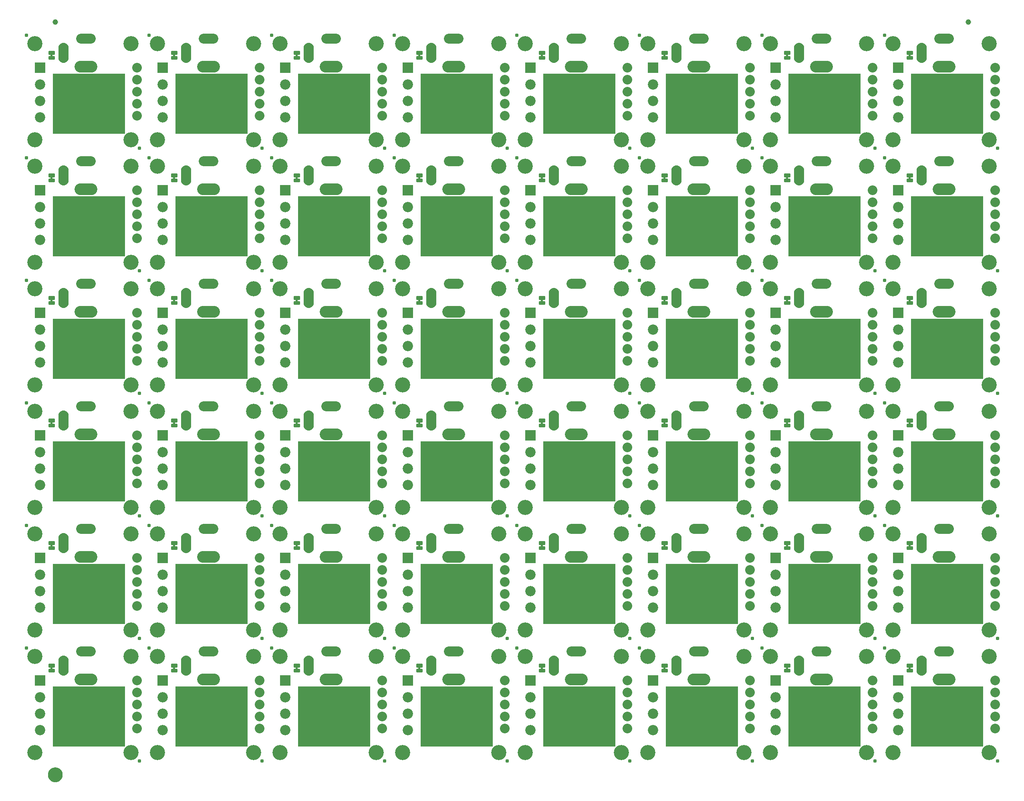
<source format=gbs>
G04 EAGLE Gerber RS-274X export*
G75*
%MOMM*%
%FSLAX34Y34*%
%LPD*%
%INSoldermask Bottom*%
%IPPOS*%
%AMOC8*
5,1,8,0,0,1.08239X$1,22.5*%
G01*
%ADD10R,15.240000X12.700000*%
%ADD11C,0.787400*%
%ADD12C,0.251966*%
%ADD13C,3.200400*%
%ADD14C,2.032000*%
%ADD15R,2.184400X2.184400*%
%ADD16C,2.184400*%
%ADD17C,2.152400*%
%ADD18C,2.452400*%
%ADD19C,1.152400*%
%ADD20C,1.270000*%
%ADD21C,1.652400*%

G36*
X1901751Y1484026D02*
X1901751Y1484026D01*
X1901781Y1484034D01*
X1901881Y1484049D01*
X1903592Y1484507D01*
X1903621Y1484520D01*
X1903717Y1484553D01*
X1905322Y1485301D01*
X1905348Y1485319D01*
X1905437Y1485368D01*
X1906887Y1486383D01*
X1906910Y1486405D01*
X1906989Y1486469D01*
X1908241Y1487721D01*
X1908260Y1487746D01*
X1908327Y1487823D01*
X1909342Y1489273D01*
X1909356Y1489301D01*
X1909409Y1489388D01*
X1910157Y1490993D01*
X1910166Y1491024D01*
X1910203Y1491118D01*
X1910661Y1492829D01*
X1910664Y1492860D01*
X1910684Y1492959D01*
X1910838Y1494724D01*
X1910837Y1494748D01*
X1910841Y1494790D01*
X1910841Y1515110D01*
X1910840Y1515118D01*
X1910840Y1515119D01*
X1910838Y1515129D01*
X1910837Y1515134D01*
X1910838Y1515176D01*
X1910684Y1516941D01*
X1910676Y1516971D01*
X1910661Y1517071D01*
X1910203Y1518782D01*
X1910190Y1518811D01*
X1910157Y1518907D01*
X1909409Y1520512D01*
X1909391Y1520538D01*
X1909342Y1520627D01*
X1908327Y1522077D01*
X1908305Y1522100D01*
X1908241Y1522179D01*
X1906989Y1523431D01*
X1906964Y1523450D01*
X1906887Y1523517D01*
X1905437Y1524532D01*
X1905409Y1524546D01*
X1905322Y1524599D01*
X1903717Y1525347D01*
X1903686Y1525356D01*
X1903592Y1525393D01*
X1901881Y1525851D01*
X1901850Y1525854D01*
X1901751Y1525874D01*
X1899986Y1526028D01*
X1899955Y1526026D01*
X1899854Y1526028D01*
X1898089Y1525874D01*
X1898059Y1525866D01*
X1897959Y1525851D01*
X1896248Y1525393D01*
X1896219Y1525380D01*
X1896123Y1525347D01*
X1894518Y1524599D01*
X1894492Y1524581D01*
X1894403Y1524532D01*
X1892953Y1523517D01*
X1892930Y1523495D01*
X1892851Y1523431D01*
X1891599Y1522179D01*
X1891580Y1522154D01*
X1891513Y1522077D01*
X1890498Y1520627D01*
X1890484Y1520599D01*
X1890431Y1520512D01*
X1889683Y1518907D01*
X1889674Y1518876D01*
X1889637Y1518782D01*
X1889179Y1517071D01*
X1889176Y1517040D01*
X1889156Y1516941D01*
X1889002Y1515176D01*
X1889003Y1515152D01*
X1888999Y1515110D01*
X1888999Y1494790D01*
X1889003Y1494766D01*
X1889002Y1494724D01*
X1889156Y1492959D01*
X1889164Y1492929D01*
X1889179Y1492829D01*
X1889637Y1491118D01*
X1889650Y1491089D01*
X1889683Y1490993D01*
X1890431Y1489388D01*
X1890449Y1489362D01*
X1890498Y1489273D01*
X1891513Y1487823D01*
X1891535Y1487800D01*
X1891599Y1487721D01*
X1892851Y1486469D01*
X1892876Y1486450D01*
X1892953Y1486383D01*
X1894403Y1485368D01*
X1894431Y1485354D01*
X1894518Y1485301D01*
X1896123Y1484553D01*
X1896154Y1484544D01*
X1896248Y1484507D01*
X1897959Y1484049D01*
X1897990Y1484046D01*
X1898089Y1484026D01*
X1899854Y1483872D01*
X1899885Y1483874D01*
X1899986Y1483872D01*
X1901751Y1484026D01*
G37*
G36*
X1124511Y1484026D02*
X1124511Y1484026D01*
X1124541Y1484034D01*
X1124641Y1484049D01*
X1126352Y1484507D01*
X1126381Y1484520D01*
X1126477Y1484553D01*
X1128082Y1485301D01*
X1128108Y1485319D01*
X1128197Y1485368D01*
X1129647Y1486383D01*
X1129670Y1486405D01*
X1129749Y1486469D01*
X1131001Y1487721D01*
X1131020Y1487746D01*
X1131087Y1487823D01*
X1132102Y1489273D01*
X1132116Y1489301D01*
X1132169Y1489388D01*
X1132917Y1490993D01*
X1132926Y1491024D01*
X1132963Y1491118D01*
X1133421Y1492829D01*
X1133424Y1492860D01*
X1133444Y1492959D01*
X1133598Y1494724D01*
X1133597Y1494748D01*
X1133601Y1494790D01*
X1133601Y1515110D01*
X1133600Y1515118D01*
X1133600Y1515119D01*
X1133598Y1515129D01*
X1133597Y1515134D01*
X1133598Y1515176D01*
X1133444Y1516941D01*
X1133436Y1516971D01*
X1133421Y1517071D01*
X1132963Y1518782D01*
X1132950Y1518811D01*
X1132917Y1518907D01*
X1132169Y1520512D01*
X1132151Y1520538D01*
X1132102Y1520627D01*
X1131087Y1522077D01*
X1131065Y1522100D01*
X1131001Y1522179D01*
X1129749Y1523431D01*
X1129724Y1523450D01*
X1129647Y1523517D01*
X1128197Y1524532D01*
X1128169Y1524546D01*
X1128082Y1524599D01*
X1126477Y1525347D01*
X1126446Y1525356D01*
X1126352Y1525393D01*
X1124641Y1525851D01*
X1124610Y1525854D01*
X1124511Y1525874D01*
X1122746Y1526028D01*
X1122715Y1526026D01*
X1122614Y1526028D01*
X1120849Y1525874D01*
X1120819Y1525866D01*
X1120719Y1525851D01*
X1119008Y1525393D01*
X1118979Y1525380D01*
X1118883Y1525347D01*
X1117278Y1524599D01*
X1117252Y1524581D01*
X1117163Y1524532D01*
X1115713Y1523517D01*
X1115690Y1523495D01*
X1115611Y1523431D01*
X1114359Y1522179D01*
X1114340Y1522154D01*
X1114273Y1522077D01*
X1113258Y1520627D01*
X1113244Y1520599D01*
X1113191Y1520512D01*
X1112443Y1518907D01*
X1112434Y1518876D01*
X1112397Y1518782D01*
X1111939Y1517071D01*
X1111936Y1517040D01*
X1111916Y1516941D01*
X1111762Y1515176D01*
X1111763Y1515152D01*
X1111759Y1515110D01*
X1111759Y1494790D01*
X1111763Y1494766D01*
X1111762Y1494724D01*
X1111916Y1492959D01*
X1111924Y1492929D01*
X1111939Y1492829D01*
X1112397Y1491118D01*
X1112410Y1491089D01*
X1112443Y1490993D01*
X1113191Y1489388D01*
X1113209Y1489362D01*
X1113258Y1489273D01*
X1114273Y1487823D01*
X1114295Y1487800D01*
X1114359Y1487721D01*
X1115611Y1486469D01*
X1115636Y1486450D01*
X1115713Y1486383D01*
X1117163Y1485368D01*
X1117191Y1485354D01*
X1117278Y1485301D01*
X1118883Y1484553D01*
X1118914Y1484544D01*
X1119008Y1484507D01*
X1120719Y1484049D01*
X1120750Y1484046D01*
X1120849Y1484026D01*
X1122614Y1483872D01*
X1122645Y1483874D01*
X1122746Y1483872D01*
X1124511Y1484026D01*
G37*
G36*
X865431Y1484026D02*
X865431Y1484026D01*
X865461Y1484034D01*
X865561Y1484049D01*
X867272Y1484507D01*
X867301Y1484520D01*
X867397Y1484553D01*
X869002Y1485301D01*
X869028Y1485319D01*
X869117Y1485368D01*
X870567Y1486383D01*
X870590Y1486405D01*
X870669Y1486469D01*
X871921Y1487721D01*
X871940Y1487746D01*
X872007Y1487823D01*
X873022Y1489273D01*
X873036Y1489301D01*
X873089Y1489388D01*
X873837Y1490993D01*
X873846Y1491024D01*
X873883Y1491118D01*
X874341Y1492829D01*
X874344Y1492860D01*
X874364Y1492959D01*
X874518Y1494724D01*
X874517Y1494748D01*
X874521Y1494790D01*
X874521Y1515110D01*
X874520Y1515118D01*
X874520Y1515119D01*
X874518Y1515129D01*
X874517Y1515134D01*
X874518Y1515176D01*
X874364Y1516941D01*
X874356Y1516971D01*
X874341Y1517071D01*
X873883Y1518782D01*
X873870Y1518811D01*
X873837Y1518907D01*
X873089Y1520512D01*
X873071Y1520538D01*
X873022Y1520627D01*
X872007Y1522077D01*
X871985Y1522100D01*
X871921Y1522179D01*
X870669Y1523431D01*
X870644Y1523450D01*
X870567Y1523517D01*
X869117Y1524532D01*
X869089Y1524546D01*
X869002Y1524599D01*
X867397Y1525347D01*
X867366Y1525356D01*
X867272Y1525393D01*
X865561Y1525851D01*
X865530Y1525854D01*
X865431Y1525874D01*
X863666Y1526028D01*
X863635Y1526026D01*
X863534Y1526028D01*
X861769Y1525874D01*
X861739Y1525866D01*
X861639Y1525851D01*
X859928Y1525393D01*
X859899Y1525380D01*
X859803Y1525347D01*
X858198Y1524599D01*
X858172Y1524581D01*
X858083Y1524532D01*
X856633Y1523517D01*
X856610Y1523495D01*
X856531Y1523431D01*
X855279Y1522179D01*
X855260Y1522154D01*
X855193Y1522077D01*
X854178Y1520627D01*
X854164Y1520599D01*
X854111Y1520512D01*
X853363Y1518907D01*
X853354Y1518876D01*
X853317Y1518782D01*
X852859Y1517071D01*
X852856Y1517040D01*
X852836Y1516941D01*
X852682Y1515176D01*
X852683Y1515152D01*
X852679Y1515110D01*
X852679Y1494790D01*
X852683Y1494766D01*
X852682Y1494724D01*
X852836Y1492959D01*
X852844Y1492929D01*
X852859Y1492829D01*
X853317Y1491118D01*
X853330Y1491089D01*
X853363Y1490993D01*
X854111Y1489388D01*
X854129Y1489362D01*
X854178Y1489273D01*
X855193Y1487823D01*
X855215Y1487800D01*
X855279Y1487721D01*
X856531Y1486469D01*
X856556Y1486450D01*
X856633Y1486383D01*
X858083Y1485368D01*
X858111Y1485354D01*
X858198Y1485301D01*
X859803Y1484553D01*
X859834Y1484544D01*
X859928Y1484507D01*
X861639Y1484049D01*
X861670Y1484046D01*
X861769Y1484026D01*
X863534Y1483872D01*
X863565Y1483874D01*
X863666Y1483872D01*
X865431Y1484026D01*
G37*
G36*
X1642671Y1484026D02*
X1642671Y1484026D01*
X1642701Y1484034D01*
X1642801Y1484049D01*
X1644512Y1484507D01*
X1644541Y1484520D01*
X1644637Y1484553D01*
X1646242Y1485301D01*
X1646268Y1485319D01*
X1646357Y1485368D01*
X1647807Y1486383D01*
X1647830Y1486405D01*
X1647909Y1486469D01*
X1649161Y1487721D01*
X1649180Y1487746D01*
X1649247Y1487823D01*
X1650262Y1489273D01*
X1650276Y1489301D01*
X1650329Y1489388D01*
X1651077Y1490993D01*
X1651086Y1491024D01*
X1651123Y1491118D01*
X1651581Y1492829D01*
X1651584Y1492860D01*
X1651604Y1492959D01*
X1651758Y1494724D01*
X1651757Y1494748D01*
X1651761Y1494790D01*
X1651761Y1515110D01*
X1651760Y1515118D01*
X1651760Y1515119D01*
X1651758Y1515129D01*
X1651757Y1515134D01*
X1651758Y1515176D01*
X1651604Y1516941D01*
X1651596Y1516971D01*
X1651581Y1517071D01*
X1651123Y1518782D01*
X1651110Y1518811D01*
X1651077Y1518907D01*
X1650329Y1520512D01*
X1650311Y1520538D01*
X1650262Y1520627D01*
X1649247Y1522077D01*
X1649225Y1522100D01*
X1649161Y1522179D01*
X1647909Y1523431D01*
X1647884Y1523450D01*
X1647807Y1523517D01*
X1646357Y1524532D01*
X1646329Y1524546D01*
X1646242Y1524599D01*
X1644637Y1525347D01*
X1644606Y1525356D01*
X1644512Y1525393D01*
X1642801Y1525851D01*
X1642770Y1525854D01*
X1642671Y1525874D01*
X1640906Y1526028D01*
X1640875Y1526026D01*
X1640774Y1526028D01*
X1639009Y1525874D01*
X1638979Y1525866D01*
X1638879Y1525851D01*
X1637168Y1525393D01*
X1637139Y1525380D01*
X1637043Y1525347D01*
X1635438Y1524599D01*
X1635412Y1524581D01*
X1635323Y1524532D01*
X1633873Y1523517D01*
X1633850Y1523495D01*
X1633771Y1523431D01*
X1632519Y1522179D01*
X1632500Y1522154D01*
X1632433Y1522077D01*
X1631418Y1520627D01*
X1631404Y1520599D01*
X1631351Y1520512D01*
X1630603Y1518907D01*
X1630594Y1518876D01*
X1630557Y1518782D01*
X1630099Y1517071D01*
X1630096Y1517040D01*
X1630076Y1516941D01*
X1629922Y1515176D01*
X1629923Y1515152D01*
X1629919Y1515110D01*
X1629919Y1494790D01*
X1629923Y1494766D01*
X1629922Y1494724D01*
X1630076Y1492959D01*
X1630084Y1492929D01*
X1630099Y1492829D01*
X1630557Y1491118D01*
X1630570Y1491089D01*
X1630603Y1490993D01*
X1631351Y1489388D01*
X1631369Y1489362D01*
X1631418Y1489273D01*
X1632433Y1487823D01*
X1632455Y1487800D01*
X1632519Y1487721D01*
X1633771Y1486469D01*
X1633796Y1486450D01*
X1633873Y1486383D01*
X1635323Y1485368D01*
X1635351Y1485354D01*
X1635438Y1485301D01*
X1637043Y1484553D01*
X1637074Y1484544D01*
X1637168Y1484507D01*
X1638879Y1484049D01*
X1638910Y1484046D01*
X1639009Y1484026D01*
X1640774Y1483872D01*
X1640805Y1483874D01*
X1640906Y1483872D01*
X1642671Y1484026D01*
G37*
G36*
X606351Y1484026D02*
X606351Y1484026D01*
X606381Y1484034D01*
X606481Y1484049D01*
X608192Y1484507D01*
X608221Y1484520D01*
X608317Y1484553D01*
X609922Y1485301D01*
X609948Y1485319D01*
X610037Y1485368D01*
X611487Y1486383D01*
X611510Y1486405D01*
X611589Y1486469D01*
X612841Y1487721D01*
X612860Y1487746D01*
X612927Y1487823D01*
X613942Y1489273D01*
X613956Y1489301D01*
X614009Y1489388D01*
X614757Y1490993D01*
X614766Y1491024D01*
X614803Y1491118D01*
X615261Y1492829D01*
X615264Y1492860D01*
X615284Y1492959D01*
X615438Y1494724D01*
X615437Y1494748D01*
X615441Y1494790D01*
X615441Y1515110D01*
X615440Y1515118D01*
X615440Y1515119D01*
X615438Y1515129D01*
X615437Y1515134D01*
X615438Y1515176D01*
X615284Y1516941D01*
X615276Y1516971D01*
X615261Y1517071D01*
X614803Y1518782D01*
X614790Y1518811D01*
X614757Y1518907D01*
X614009Y1520512D01*
X613991Y1520538D01*
X613942Y1520627D01*
X612927Y1522077D01*
X612905Y1522100D01*
X612841Y1522179D01*
X611589Y1523431D01*
X611564Y1523450D01*
X611487Y1523517D01*
X610037Y1524532D01*
X610009Y1524546D01*
X609922Y1524599D01*
X608317Y1525347D01*
X608286Y1525356D01*
X608192Y1525393D01*
X606481Y1525851D01*
X606450Y1525854D01*
X606351Y1525874D01*
X604586Y1526028D01*
X604555Y1526026D01*
X604454Y1526028D01*
X602689Y1525874D01*
X602659Y1525866D01*
X602559Y1525851D01*
X600848Y1525393D01*
X600819Y1525380D01*
X600723Y1525347D01*
X599118Y1524599D01*
X599092Y1524581D01*
X599003Y1524532D01*
X597553Y1523517D01*
X597530Y1523495D01*
X597451Y1523431D01*
X596199Y1522179D01*
X596180Y1522154D01*
X596113Y1522077D01*
X595098Y1520627D01*
X595084Y1520599D01*
X595031Y1520512D01*
X594283Y1518907D01*
X594274Y1518876D01*
X594237Y1518782D01*
X593779Y1517071D01*
X593776Y1517040D01*
X593756Y1516941D01*
X593602Y1515176D01*
X593603Y1515152D01*
X593599Y1515110D01*
X593599Y1494790D01*
X593603Y1494766D01*
X593602Y1494724D01*
X593756Y1492959D01*
X593764Y1492929D01*
X593779Y1492829D01*
X594237Y1491118D01*
X594250Y1491089D01*
X594283Y1490993D01*
X595031Y1489388D01*
X595049Y1489362D01*
X595098Y1489273D01*
X596113Y1487823D01*
X596135Y1487800D01*
X596199Y1487721D01*
X597451Y1486469D01*
X597476Y1486450D01*
X597553Y1486383D01*
X599003Y1485368D01*
X599031Y1485354D01*
X599118Y1485301D01*
X600723Y1484553D01*
X600754Y1484544D01*
X600848Y1484507D01*
X602559Y1484049D01*
X602590Y1484046D01*
X602689Y1484026D01*
X604454Y1483872D01*
X604485Y1483874D01*
X604586Y1483872D01*
X606351Y1484026D01*
G37*
G36*
X1383591Y1484026D02*
X1383591Y1484026D01*
X1383621Y1484034D01*
X1383721Y1484049D01*
X1385432Y1484507D01*
X1385461Y1484520D01*
X1385557Y1484553D01*
X1387162Y1485301D01*
X1387188Y1485319D01*
X1387277Y1485368D01*
X1388727Y1486383D01*
X1388750Y1486405D01*
X1388829Y1486469D01*
X1390081Y1487721D01*
X1390100Y1487746D01*
X1390167Y1487823D01*
X1391182Y1489273D01*
X1391196Y1489301D01*
X1391249Y1489388D01*
X1391997Y1490993D01*
X1392006Y1491024D01*
X1392043Y1491118D01*
X1392501Y1492829D01*
X1392504Y1492860D01*
X1392524Y1492959D01*
X1392678Y1494724D01*
X1392677Y1494748D01*
X1392681Y1494790D01*
X1392681Y1515110D01*
X1392680Y1515118D01*
X1392680Y1515119D01*
X1392678Y1515129D01*
X1392677Y1515134D01*
X1392678Y1515176D01*
X1392524Y1516941D01*
X1392516Y1516971D01*
X1392501Y1517071D01*
X1392043Y1518782D01*
X1392030Y1518811D01*
X1391997Y1518907D01*
X1391249Y1520512D01*
X1391231Y1520538D01*
X1391182Y1520627D01*
X1390167Y1522077D01*
X1390145Y1522100D01*
X1390081Y1522179D01*
X1388829Y1523431D01*
X1388804Y1523450D01*
X1388727Y1523517D01*
X1387277Y1524532D01*
X1387249Y1524546D01*
X1387162Y1524599D01*
X1385557Y1525347D01*
X1385526Y1525356D01*
X1385432Y1525393D01*
X1383721Y1525851D01*
X1383690Y1525854D01*
X1383591Y1525874D01*
X1381826Y1526028D01*
X1381795Y1526026D01*
X1381694Y1526028D01*
X1379929Y1525874D01*
X1379899Y1525866D01*
X1379799Y1525851D01*
X1378088Y1525393D01*
X1378059Y1525380D01*
X1377963Y1525347D01*
X1376358Y1524599D01*
X1376332Y1524581D01*
X1376243Y1524532D01*
X1374793Y1523517D01*
X1374770Y1523495D01*
X1374691Y1523431D01*
X1373439Y1522179D01*
X1373420Y1522154D01*
X1373353Y1522077D01*
X1372338Y1520627D01*
X1372324Y1520599D01*
X1372271Y1520512D01*
X1371523Y1518907D01*
X1371514Y1518876D01*
X1371477Y1518782D01*
X1371019Y1517071D01*
X1371016Y1517040D01*
X1370996Y1516941D01*
X1370842Y1515176D01*
X1370843Y1515152D01*
X1370839Y1515110D01*
X1370839Y1494790D01*
X1370843Y1494766D01*
X1370842Y1494724D01*
X1370996Y1492959D01*
X1371004Y1492929D01*
X1371019Y1492829D01*
X1371477Y1491118D01*
X1371490Y1491089D01*
X1371523Y1490993D01*
X1372271Y1489388D01*
X1372289Y1489362D01*
X1372338Y1489273D01*
X1373353Y1487823D01*
X1373375Y1487800D01*
X1373439Y1487721D01*
X1374691Y1486469D01*
X1374716Y1486450D01*
X1374793Y1486383D01*
X1376243Y1485368D01*
X1376271Y1485354D01*
X1376358Y1485301D01*
X1377963Y1484553D01*
X1377994Y1484544D01*
X1378088Y1484507D01*
X1379799Y1484049D01*
X1379830Y1484046D01*
X1379929Y1484026D01*
X1381694Y1483872D01*
X1381725Y1483874D01*
X1381826Y1483872D01*
X1383591Y1484026D01*
G37*
G36*
X88191Y1484026D02*
X88191Y1484026D01*
X88221Y1484034D01*
X88321Y1484049D01*
X90032Y1484507D01*
X90061Y1484520D01*
X90157Y1484553D01*
X91762Y1485301D01*
X91788Y1485319D01*
X91877Y1485368D01*
X93327Y1486383D01*
X93350Y1486405D01*
X93429Y1486469D01*
X94681Y1487721D01*
X94700Y1487746D01*
X94767Y1487823D01*
X95782Y1489273D01*
X95796Y1489301D01*
X95849Y1489388D01*
X96597Y1490993D01*
X96606Y1491024D01*
X96643Y1491118D01*
X97101Y1492829D01*
X97104Y1492860D01*
X97124Y1492959D01*
X97278Y1494724D01*
X97277Y1494748D01*
X97281Y1494790D01*
X97281Y1515110D01*
X97280Y1515118D01*
X97280Y1515119D01*
X97278Y1515129D01*
X97277Y1515134D01*
X97278Y1515176D01*
X97124Y1516941D01*
X97116Y1516971D01*
X97101Y1517071D01*
X96643Y1518782D01*
X96630Y1518811D01*
X96597Y1518907D01*
X95849Y1520512D01*
X95831Y1520538D01*
X95782Y1520627D01*
X94767Y1522077D01*
X94745Y1522100D01*
X94681Y1522179D01*
X93429Y1523431D01*
X93404Y1523450D01*
X93327Y1523517D01*
X91877Y1524532D01*
X91849Y1524546D01*
X91762Y1524599D01*
X90157Y1525347D01*
X90126Y1525356D01*
X90032Y1525393D01*
X88321Y1525851D01*
X88290Y1525854D01*
X88191Y1525874D01*
X86426Y1526028D01*
X86395Y1526026D01*
X86294Y1526028D01*
X84529Y1525874D01*
X84499Y1525866D01*
X84399Y1525851D01*
X82688Y1525393D01*
X82659Y1525380D01*
X82563Y1525347D01*
X80958Y1524599D01*
X80932Y1524581D01*
X80843Y1524532D01*
X79393Y1523517D01*
X79370Y1523495D01*
X79291Y1523431D01*
X78039Y1522179D01*
X78020Y1522154D01*
X77953Y1522077D01*
X76938Y1520627D01*
X76924Y1520599D01*
X76871Y1520512D01*
X76123Y1518907D01*
X76114Y1518876D01*
X76077Y1518782D01*
X75619Y1517071D01*
X75616Y1517040D01*
X75596Y1516941D01*
X75442Y1515176D01*
X75443Y1515152D01*
X75439Y1515110D01*
X75439Y1494790D01*
X75443Y1494766D01*
X75442Y1494724D01*
X75596Y1492959D01*
X75604Y1492929D01*
X75619Y1492829D01*
X76077Y1491118D01*
X76090Y1491089D01*
X76123Y1490993D01*
X76871Y1489388D01*
X76889Y1489362D01*
X76938Y1489273D01*
X77953Y1487823D01*
X77975Y1487800D01*
X78039Y1487721D01*
X79291Y1486469D01*
X79316Y1486450D01*
X79393Y1486383D01*
X80843Y1485368D01*
X80871Y1485354D01*
X80958Y1485301D01*
X82563Y1484553D01*
X82594Y1484544D01*
X82688Y1484507D01*
X84399Y1484049D01*
X84430Y1484046D01*
X84529Y1484026D01*
X86294Y1483872D01*
X86325Y1483874D01*
X86426Y1483872D01*
X88191Y1484026D01*
G37*
G36*
X347271Y1484026D02*
X347271Y1484026D01*
X347301Y1484034D01*
X347401Y1484049D01*
X349112Y1484507D01*
X349141Y1484520D01*
X349237Y1484553D01*
X350842Y1485301D01*
X350868Y1485319D01*
X350957Y1485368D01*
X352407Y1486383D01*
X352430Y1486405D01*
X352509Y1486469D01*
X353761Y1487721D01*
X353780Y1487746D01*
X353847Y1487823D01*
X354862Y1489273D01*
X354876Y1489301D01*
X354929Y1489388D01*
X355677Y1490993D01*
X355686Y1491024D01*
X355723Y1491118D01*
X356181Y1492829D01*
X356184Y1492860D01*
X356204Y1492959D01*
X356358Y1494724D01*
X356357Y1494748D01*
X356361Y1494790D01*
X356361Y1515110D01*
X356360Y1515118D01*
X356360Y1515119D01*
X356358Y1515129D01*
X356357Y1515134D01*
X356358Y1515176D01*
X356204Y1516941D01*
X356196Y1516971D01*
X356181Y1517071D01*
X355723Y1518782D01*
X355710Y1518811D01*
X355677Y1518907D01*
X354929Y1520512D01*
X354911Y1520538D01*
X354862Y1520627D01*
X353847Y1522077D01*
X353825Y1522100D01*
X353761Y1522179D01*
X352509Y1523431D01*
X352484Y1523450D01*
X352407Y1523517D01*
X350957Y1524532D01*
X350929Y1524546D01*
X350842Y1524599D01*
X349237Y1525347D01*
X349206Y1525356D01*
X349112Y1525393D01*
X347401Y1525851D01*
X347370Y1525854D01*
X347271Y1525874D01*
X345506Y1526028D01*
X345475Y1526026D01*
X345374Y1526028D01*
X343609Y1525874D01*
X343579Y1525866D01*
X343479Y1525851D01*
X341768Y1525393D01*
X341739Y1525380D01*
X341643Y1525347D01*
X340038Y1524599D01*
X340012Y1524581D01*
X339923Y1524532D01*
X338473Y1523517D01*
X338450Y1523495D01*
X338371Y1523431D01*
X337119Y1522179D01*
X337100Y1522154D01*
X337033Y1522077D01*
X336018Y1520627D01*
X336004Y1520599D01*
X335951Y1520512D01*
X335203Y1518907D01*
X335194Y1518876D01*
X335157Y1518782D01*
X334699Y1517071D01*
X334696Y1517040D01*
X334676Y1516941D01*
X334522Y1515176D01*
X334523Y1515152D01*
X334519Y1515110D01*
X334519Y1494790D01*
X334523Y1494766D01*
X334522Y1494724D01*
X334676Y1492959D01*
X334684Y1492929D01*
X334699Y1492829D01*
X335157Y1491118D01*
X335170Y1491089D01*
X335203Y1490993D01*
X335951Y1489388D01*
X335969Y1489362D01*
X336018Y1489273D01*
X337033Y1487823D01*
X337055Y1487800D01*
X337119Y1487721D01*
X338371Y1486469D01*
X338396Y1486450D01*
X338473Y1486383D01*
X339923Y1485368D01*
X339951Y1485354D01*
X340038Y1485301D01*
X341643Y1484553D01*
X341674Y1484544D01*
X341768Y1484507D01*
X343479Y1484049D01*
X343510Y1484046D01*
X343609Y1484026D01*
X345374Y1483872D01*
X345405Y1483874D01*
X345506Y1483872D01*
X347271Y1484026D01*
G37*
G36*
X865431Y188626D02*
X865431Y188626D01*
X865461Y188634D01*
X865561Y188649D01*
X867272Y189107D01*
X867301Y189120D01*
X867397Y189153D01*
X869002Y189901D01*
X869028Y189919D01*
X869117Y189968D01*
X870567Y190983D01*
X870590Y191005D01*
X870669Y191069D01*
X871921Y192321D01*
X871940Y192346D01*
X872007Y192423D01*
X873022Y193873D01*
X873036Y193901D01*
X873089Y193988D01*
X873837Y195593D01*
X873846Y195624D01*
X873883Y195718D01*
X874341Y197429D01*
X874344Y197460D01*
X874364Y197559D01*
X874518Y199324D01*
X874517Y199348D01*
X874521Y199390D01*
X874521Y219710D01*
X874520Y219718D01*
X874520Y219719D01*
X874518Y219729D01*
X874517Y219734D01*
X874518Y219776D01*
X874364Y221541D01*
X874356Y221571D01*
X874341Y221671D01*
X873883Y223382D01*
X873870Y223411D01*
X873837Y223507D01*
X873089Y225112D01*
X873071Y225138D01*
X873022Y225227D01*
X872007Y226677D01*
X871985Y226700D01*
X871921Y226779D01*
X870669Y228031D01*
X870644Y228050D01*
X870567Y228117D01*
X869117Y229132D01*
X869089Y229146D01*
X869002Y229199D01*
X867397Y229947D01*
X867366Y229956D01*
X867272Y229993D01*
X865561Y230451D01*
X865530Y230454D01*
X865431Y230474D01*
X863666Y230628D01*
X863635Y230626D01*
X863534Y230628D01*
X861769Y230474D01*
X861739Y230466D01*
X861639Y230451D01*
X859928Y229993D01*
X859899Y229980D01*
X859803Y229947D01*
X858198Y229199D01*
X858172Y229181D01*
X858083Y229132D01*
X856633Y228117D01*
X856610Y228095D01*
X856531Y228031D01*
X855279Y226779D01*
X855260Y226754D01*
X855193Y226677D01*
X854178Y225227D01*
X854164Y225199D01*
X854111Y225112D01*
X853363Y223507D01*
X853354Y223476D01*
X853317Y223382D01*
X852859Y221671D01*
X852856Y221640D01*
X852836Y221541D01*
X852682Y219776D01*
X852683Y219752D01*
X852679Y219710D01*
X852679Y199390D01*
X852683Y199366D01*
X852682Y199324D01*
X852836Y197559D01*
X852844Y197529D01*
X852859Y197429D01*
X853317Y195718D01*
X853330Y195689D01*
X853363Y195593D01*
X854111Y193988D01*
X854129Y193962D01*
X854178Y193873D01*
X855193Y192423D01*
X855215Y192400D01*
X855279Y192321D01*
X856531Y191069D01*
X856556Y191050D01*
X856633Y190983D01*
X858083Y189968D01*
X858111Y189954D01*
X858198Y189901D01*
X859803Y189153D01*
X859834Y189144D01*
X859928Y189107D01*
X861639Y188649D01*
X861670Y188646D01*
X861769Y188626D01*
X863534Y188472D01*
X863565Y188474D01*
X863666Y188472D01*
X865431Y188626D01*
G37*
G36*
X1642671Y706786D02*
X1642671Y706786D01*
X1642701Y706794D01*
X1642801Y706809D01*
X1644512Y707267D01*
X1644541Y707280D01*
X1644637Y707313D01*
X1646242Y708061D01*
X1646268Y708079D01*
X1646357Y708128D01*
X1647807Y709143D01*
X1647830Y709165D01*
X1647909Y709229D01*
X1649161Y710481D01*
X1649180Y710506D01*
X1649247Y710583D01*
X1650262Y712033D01*
X1650276Y712061D01*
X1650329Y712148D01*
X1651077Y713753D01*
X1651086Y713784D01*
X1651123Y713878D01*
X1651581Y715589D01*
X1651584Y715620D01*
X1651604Y715719D01*
X1651758Y717484D01*
X1651757Y717508D01*
X1651761Y717550D01*
X1651761Y737870D01*
X1651760Y737878D01*
X1651760Y737879D01*
X1651758Y737889D01*
X1651757Y737894D01*
X1651758Y737936D01*
X1651604Y739701D01*
X1651596Y739731D01*
X1651581Y739831D01*
X1651123Y741542D01*
X1651110Y741571D01*
X1651077Y741667D01*
X1650329Y743272D01*
X1650311Y743298D01*
X1650262Y743387D01*
X1649247Y744837D01*
X1649225Y744860D01*
X1649161Y744939D01*
X1647909Y746191D01*
X1647884Y746210D01*
X1647807Y746277D01*
X1646357Y747292D01*
X1646329Y747306D01*
X1646242Y747359D01*
X1644637Y748107D01*
X1644606Y748116D01*
X1644512Y748153D01*
X1642801Y748611D01*
X1642770Y748614D01*
X1642671Y748634D01*
X1640906Y748788D01*
X1640875Y748786D01*
X1640774Y748788D01*
X1639009Y748634D01*
X1638979Y748626D01*
X1638879Y748611D01*
X1637168Y748153D01*
X1637139Y748140D01*
X1637043Y748107D01*
X1635438Y747359D01*
X1635412Y747341D01*
X1635323Y747292D01*
X1633873Y746277D01*
X1633850Y746255D01*
X1633771Y746191D01*
X1632519Y744939D01*
X1632500Y744914D01*
X1632433Y744837D01*
X1631418Y743387D01*
X1631404Y743359D01*
X1631351Y743272D01*
X1630603Y741667D01*
X1630594Y741636D01*
X1630557Y741542D01*
X1630099Y739831D01*
X1630096Y739800D01*
X1630076Y739701D01*
X1629922Y737936D01*
X1629923Y737912D01*
X1629919Y737870D01*
X1629919Y717550D01*
X1629923Y717526D01*
X1629922Y717484D01*
X1630076Y715719D01*
X1630084Y715689D01*
X1630099Y715589D01*
X1630557Y713878D01*
X1630570Y713849D01*
X1630603Y713753D01*
X1631351Y712148D01*
X1631369Y712122D01*
X1631418Y712033D01*
X1632433Y710583D01*
X1632455Y710560D01*
X1632519Y710481D01*
X1633771Y709229D01*
X1633796Y709210D01*
X1633873Y709143D01*
X1635323Y708128D01*
X1635351Y708114D01*
X1635438Y708061D01*
X1637043Y707313D01*
X1637074Y707304D01*
X1637168Y707267D01*
X1638879Y706809D01*
X1638910Y706806D01*
X1639009Y706786D01*
X1640774Y706632D01*
X1640805Y706634D01*
X1640906Y706632D01*
X1642671Y706786D01*
G37*
G36*
X347271Y706786D02*
X347271Y706786D01*
X347301Y706794D01*
X347401Y706809D01*
X349112Y707267D01*
X349141Y707280D01*
X349237Y707313D01*
X350842Y708061D01*
X350868Y708079D01*
X350957Y708128D01*
X352407Y709143D01*
X352430Y709165D01*
X352509Y709229D01*
X353761Y710481D01*
X353780Y710506D01*
X353847Y710583D01*
X354862Y712033D01*
X354876Y712061D01*
X354929Y712148D01*
X355677Y713753D01*
X355686Y713784D01*
X355723Y713878D01*
X356181Y715589D01*
X356184Y715620D01*
X356204Y715719D01*
X356358Y717484D01*
X356357Y717508D01*
X356361Y717550D01*
X356361Y737870D01*
X356360Y737878D01*
X356360Y737879D01*
X356358Y737889D01*
X356357Y737894D01*
X356358Y737936D01*
X356204Y739701D01*
X356196Y739731D01*
X356181Y739831D01*
X355723Y741542D01*
X355710Y741571D01*
X355677Y741667D01*
X354929Y743272D01*
X354911Y743298D01*
X354862Y743387D01*
X353847Y744837D01*
X353825Y744860D01*
X353761Y744939D01*
X352509Y746191D01*
X352484Y746210D01*
X352407Y746277D01*
X350957Y747292D01*
X350929Y747306D01*
X350842Y747359D01*
X349237Y748107D01*
X349206Y748116D01*
X349112Y748153D01*
X347401Y748611D01*
X347370Y748614D01*
X347271Y748634D01*
X345506Y748788D01*
X345475Y748786D01*
X345374Y748788D01*
X343609Y748634D01*
X343579Y748626D01*
X343479Y748611D01*
X341768Y748153D01*
X341739Y748140D01*
X341643Y748107D01*
X340038Y747359D01*
X340012Y747341D01*
X339923Y747292D01*
X338473Y746277D01*
X338450Y746255D01*
X338371Y746191D01*
X337119Y744939D01*
X337100Y744914D01*
X337033Y744837D01*
X336018Y743387D01*
X336004Y743359D01*
X335951Y743272D01*
X335203Y741667D01*
X335194Y741636D01*
X335157Y741542D01*
X334699Y739831D01*
X334696Y739800D01*
X334676Y739701D01*
X334522Y737936D01*
X334523Y737912D01*
X334519Y737870D01*
X334519Y717550D01*
X334523Y717526D01*
X334522Y717484D01*
X334676Y715719D01*
X334684Y715689D01*
X334699Y715589D01*
X335157Y713878D01*
X335170Y713849D01*
X335203Y713753D01*
X335951Y712148D01*
X335969Y712122D01*
X336018Y712033D01*
X337033Y710583D01*
X337055Y710560D01*
X337119Y710481D01*
X338371Y709229D01*
X338396Y709210D01*
X338473Y709143D01*
X339923Y708128D01*
X339951Y708114D01*
X340038Y708061D01*
X341643Y707313D01*
X341674Y707304D01*
X341768Y707267D01*
X343479Y706809D01*
X343510Y706806D01*
X343609Y706786D01*
X345374Y706632D01*
X345405Y706634D01*
X345506Y706632D01*
X347271Y706786D01*
G37*
G36*
X88191Y706786D02*
X88191Y706786D01*
X88221Y706794D01*
X88321Y706809D01*
X90032Y707267D01*
X90061Y707280D01*
X90157Y707313D01*
X91762Y708061D01*
X91788Y708079D01*
X91877Y708128D01*
X93327Y709143D01*
X93350Y709165D01*
X93429Y709229D01*
X94681Y710481D01*
X94700Y710506D01*
X94767Y710583D01*
X95782Y712033D01*
X95796Y712061D01*
X95849Y712148D01*
X96597Y713753D01*
X96606Y713784D01*
X96643Y713878D01*
X97101Y715589D01*
X97104Y715620D01*
X97124Y715719D01*
X97278Y717484D01*
X97277Y717508D01*
X97281Y717550D01*
X97281Y737870D01*
X97280Y737878D01*
X97280Y737879D01*
X97278Y737889D01*
X97277Y737894D01*
X97278Y737936D01*
X97124Y739701D01*
X97116Y739731D01*
X97101Y739831D01*
X96643Y741542D01*
X96630Y741571D01*
X96597Y741667D01*
X95849Y743272D01*
X95831Y743298D01*
X95782Y743387D01*
X94767Y744837D01*
X94745Y744860D01*
X94681Y744939D01*
X93429Y746191D01*
X93404Y746210D01*
X93327Y746277D01*
X91877Y747292D01*
X91849Y747306D01*
X91762Y747359D01*
X90157Y748107D01*
X90126Y748116D01*
X90032Y748153D01*
X88321Y748611D01*
X88290Y748614D01*
X88191Y748634D01*
X86426Y748788D01*
X86395Y748786D01*
X86294Y748788D01*
X84529Y748634D01*
X84499Y748626D01*
X84399Y748611D01*
X82688Y748153D01*
X82659Y748140D01*
X82563Y748107D01*
X80958Y747359D01*
X80932Y747341D01*
X80843Y747292D01*
X79393Y746277D01*
X79370Y746255D01*
X79291Y746191D01*
X78039Y744939D01*
X78020Y744914D01*
X77953Y744837D01*
X76938Y743387D01*
X76924Y743359D01*
X76871Y743272D01*
X76123Y741667D01*
X76114Y741636D01*
X76077Y741542D01*
X75619Y739831D01*
X75616Y739800D01*
X75596Y739701D01*
X75442Y737936D01*
X75443Y737912D01*
X75439Y737870D01*
X75439Y717550D01*
X75443Y717526D01*
X75442Y717484D01*
X75596Y715719D01*
X75604Y715689D01*
X75619Y715589D01*
X76077Y713878D01*
X76090Y713849D01*
X76123Y713753D01*
X76871Y712148D01*
X76889Y712122D01*
X76938Y712033D01*
X77953Y710583D01*
X77975Y710560D01*
X78039Y710481D01*
X79291Y709229D01*
X79316Y709210D01*
X79393Y709143D01*
X80843Y708128D01*
X80871Y708114D01*
X80958Y708061D01*
X82563Y707313D01*
X82594Y707304D01*
X82688Y707267D01*
X84399Y706809D01*
X84430Y706806D01*
X84529Y706786D01*
X86294Y706632D01*
X86325Y706634D01*
X86426Y706632D01*
X88191Y706786D01*
G37*
G36*
X1901751Y706786D02*
X1901751Y706786D01*
X1901781Y706794D01*
X1901881Y706809D01*
X1903592Y707267D01*
X1903621Y707280D01*
X1903717Y707313D01*
X1905322Y708061D01*
X1905348Y708079D01*
X1905437Y708128D01*
X1906887Y709143D01*
X1906910Y709165D01*
X1906989Y709229D01*
X1908241Y710481D01*
X1908260Y710506D01*
X1908327Y710583D01*
X1909342Y712033D01*
X1909356Y712061D01*
X1909409Y712148D01*
X1910157Y713753D01*
X1910166Y713784D01*
X1910203Y713878D01*
X1910661Y715589D01*
X1910664Y715620D01*
X1910684Y715719D01*
X1910838Y717484D01*
X1910837Y717508D01*
X1910841Y717550D01*
X1910841Y737870D01*
X1910840Y737878D01*
X1910840Y737879D01*
X1910838Y737889D01*
X1910837Y737894D01*
X1910838Y737936D01*
X1910684Y739701D01*
X1910676Y739731D01*
X1910661Y739831D01*
X1910203Y741542D01*
X1910190Y741571D01*
X1910157Y741667D01*
X1909409Y743272D01*
X1909391Y743298D01*
X1909342Y743387D01*
X1908327Y744837D01*
X1908305Y744860D01*
X1908241Y744939D01*
X1906989Y746191D01*
X1906964Y746210D01*
X1906887Y746277D01*
X1905437Y747292D01*
X1905409Y747306D01*
X1905322Y747359D01*
X1903717Y748107D01*
X1903686Y748116D01*
X1903592Y748153D01*
X1901881Y748611D01*
X1901850Y748614D01*
X1901751Y748634D01*
X1899986Y748788D01*
X1899955Y748786D01*
X1899854Y748788D01*
X1898089Y748634D01*
X1898059Y748626D01*
X1897959Y748611D01*
X1896248Y748153D01*
X1896219Y748140D01*
X1896123Y748107D01*
X1894518Y747359D01*
X1894492Y747341D01*
X1894403Y747292D01*
X1892953Y746277D01*
X1892930Y746255D01*
X1892851Y746191D01*
X1891599Y744939D01*
X1891580Y744914D01*
X1891513Y744837D01*
X1890498Y743387D01*
X1890484Y743359D01*
X1890431Y743272D01*
X1889683Y741667D01*
X1889674Y741636D01*
X1889637Y741542D01*
X1889179Y739831D01*
X1889176Y739800D01*
X1889156Y739701D01*
X1889002Y737936D01*
X1889003Y737912D01*
X1888999Y737870D01*
X1888999Y717550D01*
X1889003Y717526D01*
X1889002Y717484D01*
X1889156Y715719D01*
X1889164Y715689D01*
X1889179Y715589D01*
X1889637Y713878D01*
X1889650Y713849D01*
X1889683Y713753D01*
X1890431Y712148D01*
X1890449Y712122D01*
X1890498Y712033D01*
X1891513Y710583D01*
X1891535Y710560D01*
X1891599Y710481D01*
X1892851Y709229D01*
X1892876Y709210D01*
X1892953Y709143D01*
X1894403Y708128D01*
X1894431Y708114D01*
X1894518Y708061D01*
X1896123Y707313D01*
X1896154Y707304D01*
X1896248Y707267D01*
X1897959Y706809D01*
X1897990Y706806D01*
X1898089Y706786D01*
X1899854Y706632D01*
X1899885Y706634D01*
X1899986Y706632D01*
X1901751Y706786D01*
G37*
G36*
X606351Y706786D02*
X606351Y706786D01*
X606381Y706794D01*
X606481Y706809D01*
X608192Y707267D01*
X608221Y707280D01*
X608317Y707313D01*
X609922Y708061D01*
X609948Y708079D01*
X610037Y708128D01*
X611487Y709143D01*
X611510Y709165D01*
X611589Y709229D01*
X612841Y710481D01*
X612860Y710506D01*
X612927Y710583D01*
X613942Y712033D01*
X613956Y712061D01*
X614009Y712148D01*
X614757Y713753D01*
X614766Y713784D01*
X614803Y713878D01*
X615261Y715589D01*
X615264Y715620D01*
X615284Y715719D01*
X615438Y717484D01*
X615437Y717508D01*
X615441Y717550D01*
X615441Y737870D01*
X615440Y737878D01*
X615440Y737879D01*
X615438Y737889D01*
X615437Y737894D01*
X615438Y737936D01*
X615284Y739701D01*
X615276Y739731D01*
X615261Y739831D01*
X614803Y741542D01*
X614790Y741571D01*
X614757Y741667D01*
X614009Y743272D01*
X613991Y743298D01*
X613942Y743387D01*
X612927Y744837D01*
X612905Y744860D01*
X612841Y744939D01*
X611589Y746191D01*
X611564Y746210D01*
X611487Y746277D01*
X610037Y747292D01*
X610009Y747306D01*
X609922Y747359D01*
X608317Y748107D01*
X608286Y748116D01*
X608192Y748153D01*
X606481Y748611D01*
X606450Y748614D01*
X606351Y748634D01*
X604586Y748788D01*
X604555Y748786D01*
X604454Y748788D01*
X602689Y748634D01*
X602659Y748626D01*
X602559Y748611D01*
X600848Y748153D01*
X600819Y748140D01*
X600723Y748107D01*
X599118Y747359D01*
X599092Y747341D01*
X599003Y747292D01*
X597553Y746277D01*
X597530Y746255D01*
X597451Y746191D01*
X596199Y744939D01*
X596180Y744914D01*
X596113Y744837D01*
X595098Y743387D01*
X595084Y743359D01*
X595031Y743272D01*
X594283Y741667D01*
X594274Y741636D01*
X594237Y741542D01*
X593779Y739831D01*
X593776Y739800D01*
X593756Y739701D01*
X593602Y737936D01*
X593603Y737912D01*
X593599Y737870D01*
X593599Y717550D01*
X593603Y717526D01*
X593602Y717484D01*
X593756Y715719D01*
X593764Y715689D01*
X593779Y715589D01*
X594237Y713878D01*
X594250Y713849D01*
X594283Y713753D01*
X595031Y712148D01*
X595049Y712122D01*
X595098Y712033D01*
X596113Y710583D01*
X596135Y710560D01*
X596199Y710481D01*
X597451Y709229D01*
X597476Y709210D01*
X597553Y709143D01*
X599003Y708128D01*
X599031Y708114D01*
X599118Y708061D01*
X600723Y707313D01*
X600754Y707304D01*
X600848Y707267D01*
X602559Y706809D01*
X602590Y706806D01*
X602689Y706786D01*
X604454Y706632D01*
X604485Y706634D01*
X604586Y706632D01*
X606351Y706786D01*
G37*
G36*
X1383591Y706786D02*
X1383591Y706786D01*
X1383621Y706794D01*
X1383721Y706809D01*
X1385432Y707267D01*
X1385461Y707280D01*
X1385557Y707313D01*
X1387162Y708061D01*
X1387188Y708079D01*
X1387277Y708128D01*
X1388727Y709143D01*
X1388750Y709165D01*
X1388829Y709229D01*
X1390081Y710481D01*
X1390100Y710506D01*
X1390167Y710583D01*
X1391182Y712033D01*
X1391196Y712061D01*
X1391249Y712148D01*
X1391997Y713753D01*
X1392006Y713784D01*
X1392043Y713878D01*
X1392501Y715589D01*
X1392504Y715620D01*
X1392524Y715719D01*
X1392678Y717484D01*
X1392677Y717508D01*
X1392681Y717550D01*
X1392681Y737870D01*
X1392680Y737878D01*
X1392680Y737879D01*
X1392678Y737889D01*
X1392677Y737894D01*
X1392678Y737936D01*
X1392524Y739701D01*
X1392516Y739731D01*
X1392501Y739831D01*
X1392043Y741542D01*
X1392030Y741571D01*
X1391997Y741667D01*
X1391249Y743272D01*
X1391231Y743298D01*
X1391182Y743387D01*
X1390167Y744837D01*
X1390145Y744860D01*
X1390081Y744939D01*
X1388829Y746191D01*
X1388804Y746210D01*
X1388727Y746277D01*
X1387277Y747292D01*
X1387249Y747306D01*
X1387162Y747359D01*
X1385557Y748107D01*
X1385526Y748116D01*
X1385432Y748153D01*
X1383721Y748611D01*
X1383690Y748614D01*
X1383591Y748634D01*
X1381826Y748788D01*
X1381795Y748786D01*
X1381694Y748788D01*
X1379929Y748634D01*
X1379899Y748626D01*
X1379799Y748611D01*
X1378088Y748153D01*
X1378059Y748140D01*
X1377963Y748107D01*
X1376358Y747359D01*
X1376332Y747341D01*
X1376243Y747292D01*
X1374793Y746277D01*
X1374770Y746255D01*
X1374691Y746191D01*
X1373439Y744939D01*
X1373420Y744914D01*
X1373353Y744837D01*
X1372338Y743387D01*
X1372324Y743359D01*
X1372271Y743272D01*
X1371523Y741667D01*
X1371514Y741636D01*
X1371477Y741542D01*
X1371019Y739831D01*
X1371016Y739800D01*
X1370996Y739701D01*
X1370842Y737936D01*
X1370843Y737912D01*
X1370839Y737870D01*
X1370839Y717550D01*
X1370843Y717526D01*
X1370842Y717484D01*
X1370996Y715719D01*
X1371004Y715689D01*
X1371019Y715589D01*
X1371477Y713878D01*
X1371490Y713849D01*
X1371523Y713753D01*
X1372271Y712148D01*
X1372289Y712122D01*
X1372338Y712033D01*
X1373353Y710583D01*
X1373375Y710560D01*
X1373439Y710481D01*
X1374691Y709229D01*
X1374716Y709210D01*
X1374793Y709143D01*
X1376243Y708128D01*
X1376271Y708114D01*
X1376358Y708061D01*
X1377963Y707313D01*
X1377994Y707304D01*
X1378088Y707267D01*
X1379799Y706809D01*
X1379830Y706806D01*
X1379929Y706786D01*
X1381694Y706632D01*
X1381725Y706634D01*
X1381826Y706632D01*
X1383591Y706786D01*
G37*
G36*
X1124511Y706786D02*
X1124511Y706786D01*
X1124541Y706794D01*
X1124641Y706809D01*
X1126352Y707267D01*
X1126381Y707280D01*
X1126477Y707313D01*
X1128082Y708061D01*
X1128108Y708079D01*
X1128197Y708128D01*
X1129647Y709143D01*
X1129670Y709165D01*
X1129749Y709229D01*
X1131001Y710481D01*
X1131020Y710506D01*
X1131087Y710583D01*
X1132102Y712033D01*
X1132116Y712061D01*
X1132169Y712148D01*
X1132917Y713753D01*
X1132926Y713784D01*
X1132963Y713878D01*
X1133421Y715589D01*
X1133424Y715620D01*
X1133444Y715719D01*
X1133598Y717484D01*
X1133597Y717508D01*
X1133601Y717550D01*
X1133601Y737870D01*
X1133600Y737878D01*
X1133600Y737879D01*
X1133598Y737889D01*
X1133597Y737894D01*
X1133598Y737936D01*
X1133444Y739701D01*
X1133436Y739731D01*
X1133421Y739831D01*
X1132963Y741542D01*
X1132950Y741571D01*
X1132917Y741667D01*
X1132169Y743272D01*
X1132151Y743298D01*
X1132102Y743387D01*
X1131087Y744837D01*
X1131065Y744860D01*
X1131001Y744939D01*
X1129749Y746191D01*
X1129724Y746210D01*
X1129647Y746277D01*
X1128197Y747292D01*
X1128169Y747306D01*
X1128082Y747359D01*
X1126477Y748107D01*
X1126446Y748116D01*
X1126352Y748153D01*
X1124641Y748611D01*
X1124610Y748614D01*
X1124511Y748634D01*
X1122746Y748788D01*
X1122715Y748786D01*
X1122614Y748788D01*
X1120849Y748634D01*
X1120819Y748626D01*
X1120719Y748611D01*
X1119008Y748153D01*
X1118979Y748140D01*
X1118883Y748107D01*
X1117278Y747359D01*
X1117252Y747341D01*
X1117163Y747292D01*
X1115713Y746277D01*
X1115690Y746255D01*
X1115611Y746191D01*
X1114359Y744939D01*
X1114340Y744914D01*
X1114273Y744837D01*
X1113258Y743387D01*
X1113244Y743359D01*
X1113191Y743272D01*
X1112443Y741667D01*
X1112434Y741636D01*
X1112397Y741542D01*
X1111939Y739831D01*
X1111936Y739800D01*
X1111916Y739701D01*
X1111762Y737936D01*
X1111763Y737912D01*
X1111759Y737870D01*
X1111759Y717550D01*
X1111763Y717526D01*
X1111762Y717484D01*
X1111916Y715719D01*
X1111924Y715689D01*
X1111939Y715589D01*
X1112397Y713878D01*
X1112410Y713849D01*
X1112443Y713753D01*
X1113191Y712148D01*
X1113209Y712122D01*
X1113258Y712033D01*
X1114273Y710583D01*
X1114295Y710560D01*
X1114359Y710481D01*
X1115611Y709229D01*
X1115636Y709210D01*
X1115713Y709143D01*
X1117163Y708128D01*
X1117191Y708114D01*
X1117278Y708061D01*
X1118883Y707313D01*
X1118914Y707304D01*
X1119008Y707267D01*
X1120719Y706809D01*
X1120750Y706806D01*
X1120849Y706786D01*
X1122614Y706632D01*
X1122645Y706634D01*
X1122746Y706632D01*
X1124511Y706786D01*
G37*
G36*
X1901751Y1224946D02*
X1901751Y1224946D01*
X1901781Y1224954D01*
X1901881Y1224969D01*
X1903592Y1225427D01*
X1903621Y1225440D01*
X1903717Y1225473D01*
X1905322Y1226221D01*
X1905348Y1226239D01*
X1905437Y1226288D01*
X1906887Y1227303D01*
X1906910Y1227325D01*
X1906989Y1227389D01*
X1908241Y1228641D01*
X1908260Y1228666D01*
X1908327Y1228743D01*
X1909342Y1230193D01*
X1909356Y1230221D01*
X1909409Y1230308D01*
X1910157Y1231913D01*
X1910166Y1231944D01*
X1910203Y1232038D01*
X1910661Y1233749D01*
X1910664Y1233780D01*
X1910684Y1233879D01*
X1910838Y1235644D01*
X1910837Y1235668D01*
X1910841Y1235710D01*
X1910841Y1256030D01*
X1910840Y1256038D01*
X1910840Y1256039D01*
X1910838Y1256049D01*
X1910837Y1256054D01*
X1910838Y1256096D01*
X1910684Y1257861D01*
X1910676Y1257891D01*
X1910661Y1257991D01*
X1910203Y1259702D01*
X1910190Y1259731D01*
X1910157Y1259827D01*
X1909409Y1261432D01*
X1909391Y1261458D01*
X1909342Y1261547D01*
X1908327Y1262997D01*
X1908305Y1263020D01*
X1908241Y1263099D01*
X1906989Y1264351D01*
X1906964Y1264370D01*
X1906887Y1264437D01*
X1905437Y1265452D01*
X1905409Y1265466D01*
X1905322Y1265519D01*
X1903717Y1266267D01*
X1903686Y1266276D01*
X1903592Y1266313D01*
X1901881Y1266771D01*
X1901850Y1266774D01*
X1901751Y1266794D01*
X1899986Y1266948D01*
X1899955Y1266946D01*
X1899854Y1266948D01*
X1898089Y1266794D01*
X1898059Y1266786D01*
X1897959Y1266771D01*
X1896248Y1266313D01*
X1896219Y1266300D01*
X1896123Y1266267D01*
X1894518Y1265519D01*
X1894492Y1265501D01*
X1894403Y1265452D01*
X1892953Y1264437D01*
X1892930Y1264415D01*
X1892851Y1264351D01*
X1891599Y1263099D01*
X1891580Y1263074D01*
X1891513Y1262997D01*
X1890498Y1261547D01*
X1890484Y1261519D01*
X1890431Y1261432D01*
X1889683Y1259827D01*
X1889674Y1259796D01*
X1889637Y1259702D01*
X1889179Y1257991D01*
X1889176Y1257960D01*
X1889156Y1257861D01*
X1889002Y1256096D01*
X1889003Y1256072D01*
X1888999Y1256030D01*
X1888999Y1235710D01*
X1889003Y1235686D01*
X1889002Y1235644D01*
X1889156Y1233879D01*
X1889164Y1233849D01*
X1889179Y1233749D01*
X1889637Y1232038D01*
X1889650Y1232009D01*
X1889683Y1231913D01*
X1890431Y1230308D01*
X1890449Y1230282D01*
X1890498Y1230193D01*
X1891513Y1228743D01*
X1891535Y1228720D01*
X1891599Y1228641D01*
X1892851Y1227389D01*
X1892876Y1227370D01*
X1892953Y1227303D01*
X1894403Y1226288D01*
X1894431Y1226274D01*
X1894518Y1226221D01*
X1896123Y1225473D01*
X1896154Y1225464D01*
X1896248Y1225427D01*
X1897959Y1224969D01*
X1897990Y1224966D01*
X1898089Y1224946D01*
X1899854Y1224792D01*
X1899885Y1224794D01*
X1899986Y1224792D01*
X1901751Y1224946D01*
G37*
G36*
X606351Y1224946D02*
X606351Y1224946D01*
X606381Y1224954D01*
X606481Y1224969D01*
X608192Y1225427D01*
X608221Y1225440D01*
X608317Y1225473D01*
X609922Y1226221D01*
X609948Y1226239D01*
X610037Y1226288D01*
X611487Y1227303D01*
X611510Y1227325D01*
X611589Y1227389D01*
X612841Y1228641D01*
X612860Y1228666D01*
X612927Y1228743D01*
X613942Y1230193D01*
X613956Y1230221D01*
X614009Y1230308D01*
X614757Y1231913D01*
X614766Y1231944D01*
X614803Y1232038D01*
X615261Y1233749D01*
X615264Y1233780D01*
X615284Y1233879D01*
X615438Y1235644D01*
X615437Y1235668D01*
X615441Y1235710D01*
X615441Y1256030D01*
X615440Y1256038D01*
X615440Y1256039D01*
X615438Y1256049D01*
X615437Y1256054D01*
X615438Y1256096D01*
X615284Y1257861D01*
X615276Y1257891D01*
X615261Y1257991D01*
X614803Y1259702D01*
X614790Y1259731D01*
X614757Y1259827D01*
X614009Y1261432D01*
X613991Y1261458D01*
X613942Y1261547D01*
X612927Y1262997D01*
X612905Y1263020D01*
X612841Y1263099D01*
X611589Y1264351D01*
X611564Y1264370D01*
X611487Y1264437D01*
X610037Y1265452D01*
X610009Y1265466D01*
X609922Y1265519D01*
X608317Y1266267D01*
X608286Y1266276D01*
X608192Y1266313D01*
X606481Y1266771D01*
X606450Y1266774D01*
X606351Y1266794D01*
X604586Y1266948D01*
X604555Y1266946D01*
X604454Y1266948D01*
X602689Y1266794D01*
X602659Y1266786D01*
X602559Y1266771D01*
X600848Y1266313D01*
X600819Y1266300D01*
X600723Y1266267D01*
X599118Y1265519D01*
X599092Y1265501D01*
X599003Y1265452D01*
X597553Y1264437D01*
X597530Y1264415D01*
X597451Y1264351D01*
X596199Y1263099D01*
X596180Y1263074D01*
X596113Y1262997D01*
X595098Y1261547D01*
X595084Y1261519D01*
X595031Y1261432D01*
X594283Y1259827D01*
X594274Y1259796D01*
X594237Y1259702D01*
X593779Y1257991D01*
X593776Y1257960D01*
X593756Y1257861D01*
X593602Y1256096D01*
X593603Y1256072D01*
X593599Y1256030D01*
X593599Y1235710D01*
X593603Y1235686D01*
X593602Y1235644D01*
X593756Y1233879D01*
X593764Y1233849D01*
X593779Y1233749D01*
X594237Y1232038D01*
X594250Y1232009D01*
X594283Y1231913D01*
X595031Y1230308D01*
X595049Y1230282D01*
X595098Y1230193D01*
X596113Y1228743D01*
X596135Y1228720D01*
X596199Y1228641D01*
X597451Y1227389D01*
X597476Y1227370D01*
X597553Y1227303D01*
X599003Y1226288D01*
X599031Y1226274D01*
X599118Y1226221D01*
X600723Y1225473D01*
X600754Y1225464D01*
X600848Y1225427D01*
X602559Y1224969D01*
X602590Y1224966D01*
X602689Y1224946D01*
X604454Y1224792D01*
X604485Y1224794D01*
X604586Y1224792D01*
X606351Y1224946D01*
G37*
G36*
X1124511Y1224946D02*
X1124511Y1224946D01*
X1124541Y1224954D01*
X1124641Y1224969D01*
X1126352Y1225427D01*
X1126381Y1225440D01*
X1126477Y1225473D01*
X1128082Y1226221D01*
X1128108Y1226239D01*
X1128197Y1226288D01*
X1129647Y1227303D01*
X1129670Y1227325D01*
X1129749Y1227389D01*
X1131001Y1228641D01*
X1131020Y1228666D01*
X1131087Y1228743D01*
X1132102Y1230193D01*
X1132116Y1230221D01*
X1132169Y1230308D01*
X1132917Y1231913D01*
X1132926Y1231944D01*
X1132963Y1232038D01*
X1133421Y1233749D01*
X1133424Y1233780D01*
X1133444Y1233879D01*
X1133598Y1235644D01*
X1133597Y1235668D01*
X1133601Y1235710D01*
X1133601Y1256030D01*
X1133600Y1256038D01*
X1133600Y1256039D01*
X1133598Y1256049D01*
X1133597Y1256054D01*
X1133598Y1256096D01*
X1133444Y1257861D01*
X1133436Y1257891D01*
X1133421Y1257991D01*
X1132963Y1259702D01*
X1132950Y1259731D01*
X1132917Y1259827D01*
X1132169Y1261432D01*
X1132151Y1261458D01*
X1132102Y1261547D01*
X1131087Y1262997D01*
X1131065Y1263020D01*
X1131001Y1263099D01*
X1129749Y1264351D01*
X1129724Y1264370D01*
X1129647Y1264437D01*
X1128197Y1265452D01*
X1128169Y1265466D01*
X1128082Y1265519D01*
X1126477Y1266267D01*
X1126446Y1266276D01*
X1126352Y1266313D01*
X1124641Y1266771D01*
X1124610Y1266774D01*
X1124511Y1266794D01*
X1122746Y1266948D01*
X1122715Y1266946D01*
X1122614Y1266948D01*
X1120849Y1266794D01*
X1120819Y1266786D01*
X1120719Y1266771D01*
X1119008Y1266313D01*
X1118979Y1266300D01*
X1118883Y1266267D01*
X1117278Y1265519D01*
X1117252Y1265501D01*
X1117163Y1265452D01*
X1115713Y1264437D01*
X1115690Y1264415D01*
X1115611Y1264351D01*
X1114359Y1263099D01*
X1114340Y1263074D01*
X1114273Y1262997D01*
X1113258Y1261547D01*
X1113244Y1261519D01*
X1113191Y1261432D01*
X1112443Y1259827D01*
X1112434Y1259796D01*
X1112397Y1259702D01*
X1111939Y1257991D01*
X1111936Y1257960D01*
X1111916Y1257861D01*
X1111762Y1256096D01*
X1111763Y1256072D01*
X1111759Y1256030D01*
X1111759Y1235710D01*
X1111763Y1235686D01*
X1111762Y1235644D01*
X1111916Y1233879D01*
X1111924Y1233849D01*
X1111939Y1233749D01*
X1112397Y1232038D01*
X1112410Y1232009D01*
X1112443Y1231913D01*
X1113191Y1230308D01*
X1113209Y1230282D01*
X1113258Y1230193D01*
X1114273Y1228743D01*
X1114295Y1228720D01*
X1114359Y1228641D01*
X1115611Y1227389D01*
X1115636Y1227370D01*
X1115713Y1227303D01*
X1117163Y1226288D01*
X1117191Y1226274D01*
X1117278Y1226221D01*
X1118883Y1225473D01*
X1118914Y1225464D01*
X1119008Y1225427D01*
X1120719Y1224969D01*
X1120750Y1224966D01*
X1120849Y1224946D01*
X1122614Y1224792D01*
X1122645Y1224794D01*
X1122746Y1224792D01*
X1124511Y1224946D01*
G37*
G36*
X88191Y1224946D02*
X88191Y1224946D01*
X88221Y1224954D01*
X88321Y1224969D01*
X90032Y1225427D01*
X90061Y1225440D01*
X90157Y1225473D01*
X91762Y1226221D01*
X91788Y1226239D01*
X91877Y1226288D01*
X93327Y1227303D01*
X93350Y1227325D01*
X93429Y1227389D01*
X94681Y1228641D01*
X94700Y1228666D01*
X94767Y1228743D01*
X95782Y1230193D01*
X95796Y1230221D01*
X95849Y1230308D01*
X96597Y1231913D01*
X96606Y1231944D01*
X96643Y1232038D01*
X97101Y1233749D01*
X97104Y1233780D01*
X97124Y1233879D01*
X97278Y1235644D01*
X97277Y1235668D01*
X97281Y1235710D01*
X97281Y1256030D01*
X97280Y1256038D01*
X97280Y1256039D01*
X97278Y1256049D01*
X97277Y1256054D01*
X97278Y1256096D01*
X97124Y1257861D01*
X97116Y1257891D01*
X97101Y1257991D01*
X96643Y1259702D01*
X96630Y1259731D01*
X96597Y1259827D01*
X95849Y1261432D01*
X95831Y1261458D01*
X95782Y1261547D01*
X94767Y1262997D01*
X94745Y1263020D01*
X94681Y1263099D01*
X93429Y1264351D01*
X93404Y1264370D01*
X93327Y1264437D01*
X91877Y1265452D01*
X91849Y1265466D01*
X91762Y1265519D01*
X90157Y1266267D01*
X90126Y1266276D01*
X90032Y1266313D01*
X88321Y1266771D01*
X88290Y1266774D01*
X88191Y1266794D01*
X86426Y1266948D01*
X86395Y1266946D01*
X86294Y1266948D01*
X84529Y1266794D01*
X84499Y1266786D01*
X84399Y1266771D01*
X82688Y1266313D01*
X82659Y1266300D01*
X82563Y1266267D01*
X80958Y1265519D01*
X80932Y1265501D01*
X80843Y1265452D01*
X79393Y1264437D01*
X79370Y1264415D01*
X79291Y1264351D01*
X78039Y1263099D01*
X78020Y1263074D01*
X77953Y1262997D01*
X76938Y1261547D01*
X76924Y1261519D01*
X76871Y1261432D01*
X76123Y1259827D01*
X76114Y1259796D01*
X76077Y1259702D01*
X75619Y1257991D01*
X75616Y1257960D01*
X75596Y1257861D01*
X75442Y1256096D01*
X75443Y1256072D01*
X75439Y1256030D01*
X75439Y1235710D01*
X75443Y1235686D01*
X75442Y1235644D01*
X75596Y1233879D01*
X75604Y1233849D01*
X75619Y1233749D01*
X76077Y1232038D01*
X76090Y1232009D01*
X76123Y1231913D01*
X76871Y1230308D01*
X76889Y1230282D01*
X76938Y1230193D01*
X77953Y1228743D01*
X77975Y1228720D01*
X78039Y1228641D01*
X79291Y1227389D01*
X79316Y1227370D01*
X79393Y1227303D01*
X80843Y1226288D01*
X80871Y1226274D01*
X80958Y1226221D01*
X82563Y1225473D01*
X82594Y1225464D01*
X82688Y1225427D01*
X84399Y1224969D01*
X84430Y1224966D01*
X84529Y1224946D01*
X86294Y1224792D01*
X86325Y1224794D01*
X86426Y1224792D01*
X88191Y1224946D01*
G37*
G36*
X347271Y1224946D02*
X347271Y1224946D01*
X347301Y1224954D01*
X347401Y1224969D01*
X349112Y1225427D01*
X349141Y1225440D01*
X349237Y1225473D01*
X350842Y1226221D01*
X350868Y1226239D01*
X350957Y1226288D01*
X352407Y1227303D01*
X352430Y1227325D01*
X352509Y1227389D01*
X353761Y1228641D01*
X353780Y1228666D01*
X353847Y1228743D01*
X354862Y1230193D01*
X354876Y1230221D01*
X354929Y1230308D01*
X355677Y1231913D01*
X355686Y1231944D01*
X355723Y1232038D01*
X356181Y1233749D01*
X356184Y1233780D01*
X356204Y1233879D01*
X356358Y1235644D01*
X356357Y1235668D01*
X356361Y1235710D01*
X356361Y1256030D01*
X356360Y1256038D01*
X356360Y1256039D01*
X356358Y1256049D01*
X356357Y1256054D01*
X356358Y1256096D01*
X356204Y1257861D01*
X356196Y1257891D01*
X356181Y1257991D01*
X355723Y1259702D01*
X355710Y1259731D01*
X355677Y1259827D01*
X354929Y1261432D01*
X354911Y1261458D01*
X354862Y1261547D01*
X353847Y1262997D01*
X353825Y1263020D01*
X353761Y1263099D01*
X352509Y1264351D01*
X352484Y1264370D01*
X352407Y1264437D01*
X350957Y1265452D01*
X350929Y1265466D01*
X350842Y1265519D01*
X349237Y1266267D01*
X349206Y1266276D01*
X349112Y1266313D01*
X347401Y1266771D01*
X347370Y1266774D01*
X347271Y1266794D01*
X345506Y1266948D01*
X345475Y1266946D01*
X345374Y1266948D01*
X343609Y1266794D01*
X343579Y1266786D01*
X343479Y1266771D01*
X341768Y1266313D01*
X341739Y1266300D01*
X341643Y1266267D01*
X340038Y1265519D01*
X340012Y1265501D01*
X339923Y1265452D01*
X338473Y1264437D01*
X338450Y1264415D01*
X338371Y1264351D01*
X337119Y1263099D01*
X337100Y1263074D01*
X337033Y1262997D01*
X336018Y1261547D01*
X336004Y1261519D01*
X335951Y1261432D01*
X335203Y1259827D01*
X335194Y1259796D01*
X335157Y1259702D01*
X334699Y1257991D01*
X334696Y1257960D01*
X334676Y1257861D01*
X334522Y1256096D01*
X334523Y1256072D01*
X334519Y1256030D01*
X334519Y1235710D01*
X334523Y1235686D01*
X334522Y1235644D01*
X334676Y1233879D01*
X334684Y1233849D01*
X334699Y1233749D01*
X335157Y1232038D01*
X335170Y1232009D01*
X335203Y1231913D01*
X335951Y1230308D01*
X335969Y1230282D01*
X336018Y1230193D01*
X337033Y1228743D01*
X337055Y1228720D01*
X337119Y1228641D01*
X338371Y1227389D01*
X338396Y1227370D01*
X338473Y1227303D01*
X339923Y1226288D01*
X339951Y1226274D01*
X340038Y1226221D01*
X341643Y1225473D01*
X341674Y1225464D01*
X341768Y1225427D01*
X343479Y1224969D01*
X343510Y1224966D01*
X343609Y1224946D01*
X345374Y1224792D01*
X345405Y1224794D01*
X345506Y1224792D01*
X347271Y1224946D01*
G37*
G36*
X1383591Y1224946D02*
X1383591Y1224946D01*
X1383621Y1224954D01*
X1383721Y1224969D01*
X1385432Y1225427D01*
X1385461Y1225440D01*
X1385557Y1225473D01*
X1387162Y1226221D01*
X1387188Y1226239D01*
X1387277Y1226288D01*
X1388727Y1227303D01*
X1388750Y1227325D01*
X1388829Y1227389D01*
X1390081Y1228641D01*
X1390100Y1228666D01*
X1390167Y1228743D01*
X1391182Y1230193D01*
X1391196Y1230221D01*
X1391249Y1230308D01*
X1391997Y1231913D01*
X1392006Y1231944D01*
X1392043Y1232038D01*
X1392501Y1233749D01*
X1392504Y1233780D01*
X1392524Y1233879D01*
X1392678Y1235644D01*
X1392677Y1235668D01*
X1392681Y1235710D01*
X1392681Y1256030D01*
X1392680Y1256038D01*
X1392680Y1256039D01*
X1392678Y1256049D01*
X1392677Y1256054D01*
X1392678Y1256096D01*
X1392524Y1257861D01*
X1392516Y1257891D01*
X1392501Y1257991D01*
X1392043Y1259702D01*
X1392030Y1259731D01*
X1391997Y1259827D01*
X1391249Y1261432D01*
X1391231Y1261458D01*
X1391182Y1261547D01*
X1390167Y1262997D01*
X1390145Y1263020D01*
X1390081Y1263099D01*
X1388829Y1264351D01*
X1388804Y1264370D01*
X1388727Y1264437D01*
X1387277Y1265452D01*
X1387249Y1265466D01*
X1387162Y1265519D01*
X1385557Y1266267D01*
X1385526Y1266276D01*
X1385432Y1266313D01*
X1383721Y1266771D01*
X1383690Y1266774D01*
X1383591Y1266794D01*
X1381826Y1266948D01*
X1381795Y1266946D01*
X1381694Y1266948D01*
X1379929Y1266794D01*
X1379899Y1266786D01*
X1379799Y1266771D01*
X1378088Y1266313D01*
X1378059Y1266300D01*
X1377963Y1266267D01*
X1376358Y1265519D01*
X1376332Y1265501D01*
X1376243Y1265452D01*
X1374793Y1264437D01*
X1374770Y1264415D01*
X1374691Y1264351D01*
X1373439Y1263099D01*
X1373420Y1263074D01*
X1373353Y1262997D01*
X1372338Y1261547D01*
X1372324Y1261519D01*
X1372271Y1261432D01*
X1371523Y1259827D01*
X1371514Y1259796D01*
X1371477Y1259702D01*
X1371019Y1257991D01*
X1371016Y1257960D01*
X1370996Y1257861D01*
X1370842Y1256096D01*
X1370843Y1256072D01*
X1370839Y1256030D01*
X1370839Y1235710D01*
X1370843Y1235686D01*
X1370842Y1235644D01*
X1370996Y1233879D01*
X1371004Y1233849D01*
X1371019Y1233749D01*
X1371477Y1232038D01*
X1371490Y1232009D01*
X1371523Y1231913D01*
X1372271Y1230308D01*
X1372289Y1230282D01*
X1372338Y1230193D01*
X1373353Y1228743D01*
X1373375Y1228720D01*
X1373439Y1228641D01*
X1374691Y1227389D01*
X1374716Y1227370D01*
X1374793Y1227303D01*
X1376243Y1226288D01*
X1376271Y1226274D01*
X1376358Y1226221D01*
X1377963Y1225473D01*
X1377994Y1225464D01*
X1378088Y1225427D01*
X1379799Y1224969D01*
X1379830Y1224966D01*
X1379929Y1224946D01*
X1381694Y1224792D01*
X1381725Y1224794D01*
X1381826Y1224792D01*
X1383591Y1224946D01*
G37*
G36*
X1642671Y1224946D02*
X1642671Y1224946D01*
X1642701Y1224954D01*
X1642801Y1224969D01*
X1644512Y1225427D01*
X1644541Y1225440D01*
X1644637Y1225473D01*
X1646242Y1226221D01*
X1646268Y1226239D01*
X1646357Y1226288D01*
X1647807Y1227303D01*
X1647830Y1227325D01*
X1647909Y1227389D01*
X1649161Y1228641D01*
X1649180Y1228666D01*
X1649247Y1228743D01*
X1650262Y1230193D01*
X1650276Y1230221D01*
X1650329Y1230308D01*
X1651077Y1231913D01*
X1651086Y1231944D01*
X1651123Y1232038D01*
X1651581Y1233749D01*
X1651584Y1233780D01*
X1651604Y1233879D01*
X1651758Y1235644D01*
X1651757Y1235668D01*
X1651761Y1235710D01*
X1651761Y1256030D01*
X1651760Y1256038D01*
X1651760Y1256039D01*
X1651758Y1256049D01*
X1651757Y1256054D01*
X1651758Y1256096D01*
X1651604Y1257861D01*
X1651596Y1257891D01*
X1651581Y1257991D01*
X1651123Y1259702D01*
X1651110Y1259731D01*
X1651077Y1259827D01*
X1650329Y1261432D01*
X1650311Y1261458D01*
X1650262Y1261547D01*
X1649247Y1262997D01*
X1649225Y1263020D01*
X1649161Y1263099D01*
X1647909Y1264351D01*
X1647884Y1264370D01*
X1647807Y1264437D01*
X1646357Y1265452D01*
X1646329Y1265466D01*
X1646242Y1265519D01*
X1644637Y1266267D01*
X1644606Y1266276D01*
X1644512Y1266313D01*
X1642801Y1266771D01*
X1642770Y1266774D01*
X1642671Y1266794D01*
X1640906Y1266948D01*
X1640875Y1266946D01*
X1640774Y1266948D01*
X1639009Y1266794D01*
X1638979Y1266786D01*
X1638879Y1266771D01*
X1637168Y1266313D01*
X1637139Y1266300D01*
X1637043Y1266267D01*
X1635438Y1265519D01*
X1635412Y1265501D01*
X1635323Y1265452D01*
X1633873Y1264437D01*
X1633850Y1264415D01*
X1633771Y1264351D01*
X1632519Y1263099D01*
X1632500Y1263074D01*
X1632433Y1262997D01*
X1631418Y1261547D01*
X1631404Y1261519D01*
X1631351Y1261432D01*
X1630603Y1259827D01*
X1630594Y1259796D01*
X1630557Y1259702D01*
X1630099Y1257991D01*
X1630096Y1257960D01*
X1630076Y1257861D01*
X1629922Y1256096D01*
X1629923Y1256072D01*
X1629919Y1256030D01*
X1629919Y1235710D01*
X1629923Y1235686D01*
X1629922Y1235644D01*
X1630076Y1233879D01*
X1630084Y1233849D01*
X1630099Y1233749D01*
X1630557Y1232038D01*
X1630570Y1232009D01*
X1630603Y1231913D01*
X1631351Y1230308D01*
X1631369Y1230282D01*
X1631418Y1230193D01*
X1632433Y1228743D01*
X1632455Y1228720D01*
X1632519Y1228641D01*
X1633771Y1227389D01*
X1633796Y1227370D01*
X1633873Y1227303D01*
X1635323Y1226288D01*
X1635351Y1226274D01*
X1635438Y1226221D01*
X1637043Y1225473D01*
X1637074Y1225464D01*
X1637168Y1225427D01*
X1638879Y1224969D01*
X1638910Y1224966D01*
X1639009Y1224946D01*
X1640774Y1224792D01*
X1640805Y1224794D01*
X1640906Y1224792D01*
X1642671Y1224946D01*
G37*
G36*
X865431Y1224946D02*
X865431Y1224946D01*
X865461Y1224954D01*
X865561Y1224969D01*
X867272Y1225427D01*
X867301Y1225440D01*
X867397Y1225473D01*
X869002Y1226221D01*
X869028Y1226239D01*
X869117Y1226288D01*
X870567Y1227303D01*
X870590Y1227325D01*
X870669Y1227389D01*
X871921Y1228641D01*
X871940Y1228666D01*
X872007Y1228743D01*
X873022Y1230193D01*
X873036Y1230221D01*
X873089Y1230308D01*
X873837Y1231913D01*
X873846Y1231944D01*
X873883Y1232038D01*
X874341Y1233749D01*
X874344Y1233780D01*
X874364Y1233879D01*
X874518Y1235644D01*
X874517Y1235668D01*
X874521Y1235710D01*
X874521Y1256030D01*
X874520Y1256038D01*
X874520Y1256039D01*
X874518Y1256049D01*
X874517Y1256054D01*
X874518Y1256096D01*
X874364Y1257861D01*
X874356Y1257891D01*
X874341Y1257991D01*
X873883Y1259702D01*
X873870Y1259731D01*
X873837Y1259827D01*
X873089Y1261432D01*
X873071Y1261458D01*
X873022Y1261547D01*
X872007Y1262997D01*
X871985Y1263020D01*
X871921Y1263099D01*
X870669Y1264351D01*
X870644Y1264370D01*
X870567Y1264437D01*
X869117Y1265452D01*
X869089Y1265466D01*
X869002Y1265519D01*
X867397Y1266267D01*
X867366Y1266276D01*
X867272Y1266313D01*
X865561Y1266771D01*
X865530Y1266774D01*
X865431Y1266794D01*
X863666Y1266948D01*
X863635Y1266946D01*
X863534Y1266948D01*
X861769Y1266794D01*
X861739Y1266786D01*
X861639Y1266771D01*
X859928Y1266313D01*
X859899Y1266300D01*
X859803Y1266267D01*
X858198Y1265519D01*
X858172Y1265501D01*
X858083Y1265452D01*
X856633Y1264437D01*
X856610Y1264415D01*
X856531Y1264351D01*
X855279Y1263099D01*
X855260Y1263074D01*
X855193Y1262997D01*
X854178Y1261547D01*
X854164Y1261519D01*
X854111Y1261432D01*
X853363Y1259827D01*
X853354Y1259796D01*
X853317Y1259702D01*
X852859Y1257991D01*
X852856Y1257960D01*
X852836Y1257861D01*
X852682Y1256096D01*
X852683Y1256072D01*
X852679Y1256030D01*
X852679Y1235710D01*
X852683Y1235686D01*
X852682Y1235644D01*
X852836Y1233879D01*
X852844Y1233849D01*
X852859Y1233749D01*
X853317Y1232038D01*
X853330Y1232009D01*
X853363Y1231913D01*
X854111Y1230308D01*
X854129Y1230282D01*
X854178Y1230193D01*
X855193Y1228743D01*
X855215Y1228720D01*
X855279Y1228641D01*
X856531Y1227389D01*
X856556Y1227370D01*
X856633Y1227303D01*
X858083Y1226288D01*
X858111Y1226274D01*
X858198Y1226221D01*
X859803Y1225473D01*
X859834Y1225464D01*
X859928Y1225427D01*
X861639Y1224969D01*
X861670Y1224966D01*
X861769Y1224946D01*
X863534Y1224792D01*
X863565Y1224794D01*
X863666Y1224792D01*
X865431Y1224946D01*
G37*
G36*
X865431Y706786D02*
X865431Y706786D01*
X865461Y706794D01*
X865561Y706809D01*
X867272Y707267D01*
X867301Y707280D01*
X867397Y707313D01*
X869002Y708061D01*
X869028Y708079D01*
X869117Y708128D01*
X870567Y709143D01*
X870590Y709165D01*
X870669Y709229D01*
X871921Y710481D01*
X871940Y710506D01*
X872007Y710583D01*
X873022Y712033D01*
X873036Y712061D01*
X873089Y712148D01*
X873837Y713753D01*
X873846Y713784D01*
X873883Y713878D01*
X874341Y715589D01*
X874344Y715620D01*
X874364Y715719D01*
X874518Y717484D01*
X874517Y717508D01*
X874521Y717550D01*
X874521Y737870D01*
X874520Y737878D01*
X874520Y737879D01*
X874518Y737889D01*
X874517Y737894D01*
X874518Y737936D01*
X874364Y739701D01*
X874356Y739731D01*
X874341Y739831D01*
X873883Y741542D01*
X873870Y741571D01*
X873837Y741667D01*
X873089Y743272D01*
X873071Y743298D01*
X873022Y743387D01*
X872007Y744837D01*
X871985Y744860D01*
X871921Y744939D01*
X870669Y746191D01*
X870644Y746210D01*
X870567Y746277D01*
X869117Y747292D01*
X869089Y747306D01*
X869002Y747359D01*
X867397Y748107D01*
X867366Y748116D01*
X867272Y748153D01*
X865561Y748611D01*
X865530Y748614D01*
X865431Y748634D01*
X863666Y748788D01*
X863635Y748786D01*
X863534Y748788D01*
X861769Y748634D01*
X861739Y748626D01*
X861639Y748611D01*
X859928Y748153D01*
X859899Y748140D01*
X859803Y748107D01*
X858198Y747359D01*
X858172Y747341D01*
X858083Y747292D01*
X856633Y746277D01*
X856610Y746255D01*
X856531Y746191D01*
X855279Y744939D01*
X855260Y744914D01*
X855193Y744837D01*
X854178Y743387D01*
X854164Y743359D01*
X854111Y743272D01*
X853363Y741667D01*
X853354Y741636D01*
X853317Y741542D01*
X852859Y739831D01*
X852856Y739800D01*
X852836Y739701D01*
X852682Y737936D01*
X852683Y737912D01*
X852679Y737870D01*
X852679Y717550D01*
X852683Y717526D01*
X852682Y717484D01*
X852836Y715719D01*
X852844Y715689D01*
X852859Y715589D01*
X853317Y713878D01*
X853330Y713849D01*
X853363Y713753D01*
X854111Y712148D01*
X854129Y712122D01*
X854178Y712033D01*
X855193Y710583D01*
X855215Y710560D01*
X855279Y710481D01*
X856531Y709229D01*
X856556Y709210D01*
X856633Y709143D01*
X858083Y708128D01*
X858111Y708114D01*
X858198Y708061D01*
X859803Y707313D01*
X859834Y707304D01*
X859928Y707267D01*
X861639Y706809D01*
X861670Y706806D01*
X861769Y706786D01*
X863534Y706632D01*
X863565Y706634D01*
X863666Y706632D01*
X865431Y706786D01*
G37*
G36*
X88191Y188626D02*
X88191Y188626D01*
X88221Y188634D01*
X88321Y188649D01*
X90032Y189107D01*
X90061Y189120D01*
X90157Y189153D01*
X91762Y189901D01*
X91788Y189919D01*
X91877Y189968D01*
X93327Y190983D01*
X93350Y191005D01*
X93429Y191069D01*
X94681Y192321D01*
X94700Y192346D01*
X94767Y192423D01*
X95782Y193873D01*
X95796Y193901D01*
X95849Y193988D01*
X96597Y195593D01*
X96606Y195624D01*
X96643Y195718D01*
X97101Y197429D01*
X97104Y197460D01*
X97124Y197559D01*
X97278Y199324D01*
X97277Y199348D01*
X97281Y199390D01*
X97281Y219710D01*
X97280Y219718D01*
X97280Y219719D01*
X97278Y219729D01*
X97277Y219734D01*
X97278Y219776D01*
X97124Y221541D01*
X97116Y221571D01*
X97101Y221671D01*
X96643Y223382D01*
X96630Y223411D01*
X96597Y223507D01*
X95849Y225112D01*
X95831Y225138D01*
X95782Y225227D01*
X94767Y226677D01*
X94745Y226700D01*
X94681Y226779D01*
X93429Y228031D01*
X93404Y228050D01*
X93327Y228117D01*
X91877Y229132D01*
X91849Y229146D01*
X91762Y229199D01*
X90157Y229947D01*
X90126Y229956D01*
X90032Y229993D01*
X88321Y230451D01*
X88290Y230454D01*
X88191Y230474D01*
X86426Y230628D01*
X86395Y230626D01*
X86294Y230628D01*
X84529Y230474D01*
X84499Y230466D01*
X84399Y230451D01*
X82688Y229993D01*
X82659Y229980D01*
X82563Y229947D01*
X80958Y229199D01*
X80932Y229181D01*
X80843Y229132D01*
X79393Y228117D01*
X79370Y228095D01*
X79291Y228031D01*
X78039Y226779D01*
X78020Y226754D01*
X77953Y226677D01*
X76938Y225227D01*
X76924Y225199D01*
X76871Y225112D01*
X76123Y223507D01*
X76114Y223476D01*
X76077Y223382D01*
X75619Y221671D01*
X75616Y221640D01*
X75596Y221541D01*
X75442Y219776D01*
X75443Y219752D01*
X75439Y219710D01*
X75439Y199390D01*
X75443Y199366D01*
X75442Y199324D01*
X75596Y197559D01*
X75604Y197529D01*
X75619Y197429D01*
X76077Y195718D01*
X76090Y195689D01*
X76123Y195593D01*
X76871Y193988D01*
X76889Y193962D01*
X76938Y193873D01*
X77953Y192423D01*
X77975Y192400D01*
X78039Y192321D01*
X79291Y191069D01*
X79316Y191050D01*
X79393Y190983D01*
X80843Y189968D01*
X80871Y189954D01*
X80958Y189901D01*
X82563Y189153D01*
X82594Y189144D01*
X82688Y189107D01*
X84399Y188649D01*
X84430Y188646D01*
X84529Y188626D01*
X86294Y188472D01*
X86325Y188474D01*
X86426Y188472D01*
X88191Y188626D01*
G37*
G36*
X1383591Y188626D02*
X1383591Y188626D01*
X1383621Y188634D01*
X1383721Y188649D01*
X1385432Y189107D01*
X1385461Y189120D01*
X1385557Y189153D01*
X1387162Y189901D01*
X1387188Y189919D01*
X1387277Y189968D01*
X1388727Y190983D01*
X1388750Y191005D01*
X1388829Y191069D01*
X1390081Y192321D01*
X1390100Y192346D01*
X1390167Y192423D01*
X1391182Y193873D01*
X1391196Y193901D01*
X1391249Y193988D01*
X1391997Y195593D01*
X1392006Y195624D01*
X1392043Y195718D01*
X1392501Y197429D01*
X1392504Y197460D01*
X1392524Y197559D01*
X1392678Y199324D01*
X1392677Y199348D01*
X1392681Y199390D01*
X1392681Y219710D01*
X1392680Y219718D01*
X1392680Y219719D01*
X1392678Y219729D01*
X1392677Y219734D01*
X1392678Y219776D01*
X1392524Y221541D01*
X1392516Y221571D01*
X1392501Y221671D01*
X1392043Y223382D01*
X1392030Y223411D01*
X1391997Y223507D01*
X1391249Y225112D01*
X1391231Y225138D01*
X1391182Y225227D01*
X1390167Y226677D01*
X1390145Y226700D01*
X1390081Y226779D01*
X1388829Y228031D01*
X1388804Y228050D01*
X1388727Y228117D01*
X1387277Y229132D01*
X1387249Y229146D01*
X1387162Y229199D01*
X1385557Y229947D01*
X1385526Y229956D01*
X1385432Y229993D01*
X1383721Y230451D01*
X1383690Y230454D01*
X1383591Y230474D01*
X1381826Y230628D01*
X1381795Y230626D01*
X1381694Y230628D01*
X1379929Y230474D01*
X1379899Y230466D01*
X1379799Y230451D01*
X1378088Y229993D01*
X1378059Y229980D01*
X1377963Y229947D01*
X1376358Y229199D01*
X1376332Y229181D01*
X1376243Y229132D01*
X1374793Y228117D01*
X1374770Y228095D01*
X1374691Y228031D01*
X1373439Y226779D01*
X1373420Y226754D01*
X1373353Y226677D01*
X1372338Y225227D01*
X1372324Y225199D01*
X1372271Y225112D01*
X1371523Y223507D01*
X1371514Y223476D01*
X1371477Y223382D01*
X1371019Y221671D01*
X1371016Y221640D01*
X1370996Y221541D01*
X1370842Y219776D01*
X1370843Y219752D01*
X1370839Y219710D01*
X1370839Y199390D01*
X1370843Y199366D01*
X1370842Y199324D01*
X1370996Y197559D01*
X1371004Y197529D01*
X1371019Y197429D01*
X1371477Y195718D01*
X1371490Y195689D01*
X1371523Y195593D01*
X1372271Y193988D01*
X1372289Y193962D01*
X1372338Y193873D01*
X1373353Y192423D01*
X1373375Y192400D01*
X1373439Y192321D01*
X1374691Y191069D01*
X1374716Y191050D01*
X1374793Y190983D01*
X1376243Y189968D01*
X1376271Y189954D01*
X1376358Y189901D01*
X1377963Y189153D01*
X1377994Y189144D01*
X1378088Y189107D01*
X1379799Y188649D01*
X1379830Y188646D01*
X1379929Y188626D01*
X1381694Y188472D01*
X1381725Y188474D01*
X1381826Y188472D01*
X1383591Y188626D01*
G37*
G36*
X1642671Y188626D02*
X1642671Y188626D01*
X1642701Y188634D01*
X1642801Y188649D01*
X1644512Y189107D01*
X1644541Y189120D01*
X1644637Y189153D01*
X1646242Y189901D01*
X1646268Y189919D01*
X1646357Y189968D01*
X1647807Y190983D01*
X1647830Y191005D01*
X1647909Y191069D01*
X1649161Y192321D01*
X1649180Y192346D01*
X1649247Y192423D01*
X1650262Y193873D01*
X1650276Y193901D01*
X1650329Y193988D01*
X1651077Y195593D01*
X1651086Y195624D01*
X1651123Y195718D01*
X1651581Y197429D01*
X1651584Y197460D01*
X1651604Y197559D01*
X1651758Y199324D01*
X1651757Y199348D01*
X1651761Y199390D01*
X1651761Y219710D01*
X1651760Y219718D01*
X1651760Y219719D01*
X1651758Y219729D01*
X1651757Y219734D01*
X1651758Y219776D01*
X1651604Y221541D01*
X1651596Y221571D01*
X1651581Y221671D01*
X1651123Y223382D01*
X1651110Y223411D01*
X1651077Y223507D01*
X1650329Y225112D01*
X1650311Y225138D01*
X1650262Y225227D01*
X1649247Y226677D01*
X1649225Y226700D01*
X1649161Y226779D01*
X1647909Y228031D01*
X1647884Y228050D01*
X1647807Y228117D01*
X1646357Y229132D01*
X1646329Y229146D01*
X1646242Y229199D01*
X1644637Y229947D01*
X1644606Y229956D01*
X1644512Y229993D01*
X1642801Y230451D01*
X1642770Y230454D01*
X1642671Y230474D01*
X1640906Y230628D01*
X1640875Y230626D01*
X1640774Y230628D01*
X1639009Y230474D01*
X1638979Y230466D01*
X1638879Y230451D01*
X1637168Y229993D01*
X1637139Y229980D01*
X1637043Y229947D01*
X1635438Y229199D01*
X1635412Y229181D01*
X1635323Y229132D01*
X1633873Y228117D01*
X1633850Y228095D01*
X1633771Y228031D01*
X1632519Y226779D01*
X1632500Y226754D01*
X1632433Y226677D01*
X1631418Y225227D01*
X1631404Y225199D01*
X1631351Y225112D01*
X1630603Y223507D01*
X1630594Y223476D01*
X1630557Y223382D01*
X1630099Y221671D01*
X1630096Y221640D01*
X1630076Y221541D01*
X1629922Y219776D01*
X1629923Y219752D01*
X1629919Y219710D01*
X1629919Y199390D01*
X1629923Y199366D01*
X1629922Y199324D01*
X1630076Y197559D01*
X1630084Y197529D01*
X1630099Y197429D01*
X1630557Y195718D01*
X1630570Y195689D01*
X1630603Y195593D01*
X1631351Y193988D01*
X1631369Y193962D01*
X1631418Y193873D01*
X1632433Y192423D01*
X1632455Y192400D01*
X1632519Y192321D01*
X1633771Y191069D01*
X1633796Y191050D01*
X1633873Y190983D01*
X1635323Y189968D01*
X1635351Y189954D01*
X1635438Y189901D01*
X1637043Y189153D01*
X1637074Y189144D01*
X1637168Y189107D01*
X1638879Y188649D01*
X1638910Y188646D01*
X1639009Y188626D01*
X1640774Y188472D01*
X1640805Y188474D01*
X1640906Y188472D01*
X1642671Y188626D01*
G37*
G36*
X606351Y188626D02*
X606351Y188626D01*
X606381Y188634D01*
X606481Y188649D01*
X608192Y189107D01*
X608221Y189120D01*
X608317Y189153D01*
X609922Y189901D01*
X609948Y189919D01*
X610037Y189968D01*
X611487Y190983D01*
X611510Y191005D01*
X611589Y191069D01*
X612841Y192321D01*
X612860Y192346D01*
X612927Y192423D01*
X613942Y193873D01*
X613956Y193901D01*
X614009Y193988D01*
X614757Y195593D01*
X614766Y195624D01*
X614803Y195718D01*
X615261Y197429D01*
X615264Y197460D01*
X615284Y197559D01*
X615438Y199324D01*
X615437Y199348D01*
X615441Y199390D01*
X615441Y219710D01*
X615440Y219718D01*
X615440Y219719D01*
X615438Y219729D01*
X615437Y219734D01*
X615438Y219776D01*
X615284Y221541D01*
X615276Y221571D01*
X615261Y221671D01*
X614803Y223382D01*
X614790Y223411D01*
X614757Y223507D01*
X614009Y225112D01*
X613991Y225138D01*
X613942Y225227D01*
X612927Y226677D01*
X612905Y226700D01*
X612841Y226779D01*
X611589Y228031D01*
X611564Y228050D01*
X611487Y228117D01*
X610037Y229132D01*
X610009Y229146D01*
X609922Y229199D01*
X608317Y229947D01*
X608286Y229956D01*
X608192Y229993D01*
X606481Y230451D01*
X606450Y230454D01*
X606351Y230474D01*
X604586Y230628D01*
X604555Y230626D01*
X604454Y230628D01*
X602689Y230474D01*
X602659Y230466D01*
X602559Y230451D01*
X600848Y229993D01*
X600819Y229980D01*
X600723Y229947D01*
X599118Y229199D01*
X599092Y229181D01*
X599003Y229132D01*
X597553Y228117D01*
X597530Y228095D01*
X597451Y228031D01*
X596199Y226779D01*
X596180Y226754D01*
X596113Y226677D01*
X595098Y225227D01*
X595084Y225199D01*
X595031Y225112D01*
X594283Y223507D01*
X594274Y223476D01*
X594237Y223382D01*
X593779Y221671D01*
X593776Y221640D01*
X593756Y221541D01*
X593602Y219776D01*
X593603Y219752D01*
X593599Y219710D01*
X593599Y199390D01*
X593603Y199366D01*
X593602Y199324D01*
X593756Y197559D01*
X593764Y197529D01*
X593779Y197429D01*
X594237Y195718D01*
X594250Y195689D01*
X594283Y195593D01*
X595031Y193988D01*
X595049Y193962D01*
X595098Y193873D01*
X596113Y192423D01*
X596135Y192400D01*
X596199Y192321D01*
X597451Y191069D01*
X597476Y191050D01*
X597553Y190983D01*
X599003Y189968D01*
X599031Y189954D01*
X599118Y189901D01*
X600723Y189153D01*
X600754Y189144D01*
X600848Y189107D01*
X602559Y188649D01*
X602590Y188646D01*
X602689Y188626D01*
X604454Y188472D01*
X604485Y188474D01*
X604586Y188472D01*
X606351Y188626D01*
G37*
G36*
X1124511Y188626D02*
X1124511Y188626D01*
X1124541Y188634D01*
X1124641Y188649D01*
X1126352Y189107D01*
X1126381Y189120D01*
X1126477Y189153D01*
X1128082Y189901D01*
X1128108Y189919D01*
X1128197Y189968D01*
X1129647Y190983D01*
X1129670Y191005D01*
X1129749Y191069D01*
X1131001Y192321D01*
X1131020Y192346D01*
X1131087Y192423D01*
X1132102Y193873D01*
X1132116Y193901D01*
X1132169Y193988D01*
X1132917Y195593D01*
X1132926Y195624D01*
X1132963Y195718D01*
X1133421Y197429D01*
X1133424Y197460D01*
X1133444Y197559D01*
X1133598Y199324D01*
X1133597Y199348D01*
X1133601Y199390D01*
X1133601Y219710D01*
X1133600Y219718D01*
X1133600Y219719D01*
X1133598Y219729D01*
X1133597Y219734D01*
X1133598Y219776D01*
X1133444Y221541D01*
X1133436Y221571D01*
X1133421Y221671D01*
X1132963Y223382D01*
X1132950Y223411D01*
X1132917Y223507D01*
X1132169Y225112D01*
X1132151Y225138D01*
X1132102Y225227D01*
X1131087Y226677D01*
X1131065Y226700D01*
X1131001Y226779D01*
X1129749Y228031D01*
X1129724Y228050D01*
X1129647Y228117D01*
X1128197Y229132D01*
X1128169Y229146D01*
X1128082Y229199D01*
X1126477Y229947D01*
X1126446Y229956D01*
X1126352Y229993D01*
X1124641Y230451D01*
X1124610Y230454D01*
X1124511Y230474D01*
X1122746Y230628D01*
X1122715Y230626D01*
X1122614Y230628D01*
X1120849Y230474D01*
X1120819Y230466D01*
X1120719Y230451D01*
X1119008Y229993D01*
X1118979Y229980D01*
X1118883Y229947D01*
X1117278Y229199D01*
X1117252Y229181D01*
X1117163Y229132D01*
X1115713Y228117D01*
X1115690Y228095D01*
X1115611Y228031D01*
X1114359Y226779D01*
X1114340Y226754D01*
X1114273Y226677D01*
X1113258Y225227D01*
X1113244Y225199D01*
X1113191Y225112D01*
X1112443Y223507D01*
X1112434Y223476D01*
X1112397Y223382D01*
X1111939Y221671D01*
X1111936Y221640D01*
X1111916Y221541D01*
X1111762Y219776D01*
X1111763Y219752D01*
X1111759Y219710D01*
X1111759Y199390D01*
X1111763Y199366D01*
X1111762Y199324D01*
X1111916Y197559D01*
X1111924Y197529D01*
X1111939Y197429D01*
X1112397Y195718D01*
X1112410Y195689D01*
X1112443Y195593D01*
X1113191Y193988D01*
X1113209Y193962D01*
X1113258Y193873D01*
X1114273Y192423D01*
X1114295Y192400D01*
X1114359Y192321D01*
X1115611Y191069D01*
X1115636Y191050D01*
X1115713Y190983D01*
X1117163Y189968D01*
X1117191Y189954D01*
X1117278Y189901D01*
X1118883Y189153D01*
X1118914Y189144D01*
X1119008Y189107D01*
X1120719Y188649D01*
X1120750Y188646D01*
X1120849Y188626D01*
X1122614Y188472D01*
X1122645Y188474D01*
X1122746Y188472D01*
X1124511Y188626D01*
G37*
G36*
X347271Y188626D02*
X347271Y188626D01*
X347301Y188634D01*
X347401Y188649D01*
X349112Y189107D01*
X349141Y189120D01*
X349237Y189153D01*
X350842Y189901D01*
X350868Y189919D01*
X350957Y189968D01*
X352407Y190983D01*
X352430Y191005D01*
X352509Y191069D01*
X353761Y192321D01*
X353780Y192346D01*
X353847Y192423D01*
X354862Y193873D01*
X354876Y193901D01*
X354929Y193988D01*
X355677Y195593D01*
X355686Y195624D01*
X355723Y195718D01*
X356181Y197429D01*
X356184Y197460D01*
X356204Y197559D01*
X356358Y199324D01*
X356357Y199348D01*
X356361Y199390D01*
X356361Y219710D01*
X356360Y219718D01*
X356360Y219719D01*
X356358Y219729D01*
X356357Y219734D01*
X356358Y219776D01*
X356204Y221541D01*
X356196Y221571D01*
X356181Y221671D01*
X355723Y223382D01*
X355710Y223411D01*
X355677Y223507D01*
X354929Y225112D01*
X354911Y225138D01*
X354862Y225227D01*
X353847Y226677D01*
X353825Y226700D01*
X353761Y226779D01*
X352509Y228031D01*
X352484Y228050D01*
X352407Y228117D01*
X350957Y229132D01*
X350929Y229146D01*
X350842Y229199D01*
X349237Y229947D01*
X349206Y229956D01*
X349112Y229993D01*
X347401Y230451D01*
X347370Y230454D01*
X347271Y230474D01*
X345506Y230628D01*
X345475Y230626D01*
X345374Y230628D01*
X343609Y230474D01*
X343579Y230466D01*
X343479Y230451D01*
X341768Y229993D01*
X341739Y229980D01*
X341643Y229947D01*
X340038Y229199D01*
X340012Y229181D01*
X339923Y229132D01*
X338473Y228117D01*
X338450Y228095D01*
X338371Y228031D01*
X337119Y226779D01*
X337100Y226754D01*
X337033Y226677D01*
X336018Y225227D01*
X336004Y225199D01*
X335951Y225112D01*
X335203Y223507D01*
X335194Y223476D01*
X335157Y223382D01*
X334699Y221671D01*
X334696Y221640D01*
X334676Y221541D01*
X334522Y219776D01*
X334523Y219752D01*
X334519Y219710D01*
X334519Y199390D01*
X334523Y199366D01*
X334522Y199324D01*
X334676Y197559D01*
X334684Y197529D01*
X334699Y197429D01*
X335157Y195718D01*
X335170Y195689D01*
X335203Y195593D01*
X335951Y193988D01*
X335969Y193962D01*
X336018Y193873D01*
X337033Y192423D01*
X337055Y192400D01*
X337119Y192321D01*
X338371Y191069D01*
X338396Y191050D01*
X338473Y190983D01*
X339923Y189968D01*
X339951Y189954D01*
X340038Y189901D01*
X341643Y189153D01*
X341674Y189144D01*
X341768Y189107D01*
X343479Y188649D01*
X343510Y188646D01*
X343609Y188626D01*
X345374Y188472D01*
X345405Y188474D01*
X345506Y188472D01*
X347271Y188626D01*
G37*
G36*
X1901751Y188626D02*
X1901751Y188626D01*
X1901781Y188634D01*
X1901881Y188649D01*
X1903592Y189107D01*
X1903621Y189120D01*
X1903717Y189153D01*
X1905322Y189901D01*
X1905348Y189919D01*
X1905437Y189968D01*
X1906887Y190983D01*
X1906910Y191005D01*
X1906989Y191069D01*
X1908241Y192321D01*
X1908260Y192346D01*
X1908327Y192423D01*
X1909342Y193873D01*
X1909356Y193901D01*
X1909409Y193988D01*
X1910157Y195593D01*
X1910166Y195624D01*
X1910203Y195718D01*
X1910661Y197429D01*
X1910664Y197460D01*
X1910684Y197559D01*
X1910838Y199324D01*
X1910837Y199348D01*
X1910841Y199390D01*
X1910841Y219710D01*
X1910840Y219718D01*
X1910840Y219719D01*
X1910838Y219729D01*
X1910837Y219734D01*
X1910838Y219776D01*
X1910684Y221541D01*
X1910676Y221571D01*
X1910661Y221671D01*
X1910203Y223382D01*
X1910190Y223411D01*
X1910157Y223507D01*
X1909409Y225112D01*
X1909391Y225138D01*
X1909342Y225227D01*
X1908327Y226677D01*
X1908305Y226700D01*
X1908241Y226779D01*
X1906989Y228031D01*
X1906964Y228050D01*
X1906887Y228117D01*
X1905437Y229132D01*
X1905409Y229146D01*
X1905322Y229199D01*
X1903717Y229947D01*
X1903686Y229956D01*
X1903592Y229993D01*
X1901881Y230451D01*
X1901850Y230454D01*
X1901751Y230474D01*
X1899986Y230628D01*
X1899955Y230626D01*
X1899854Y230628D01*
X1898089Y230474D01*
X1898059Y230466D01*
X1897959Y230451D01*
X1896248Y229993D01*
X1896219Y229980D01*
X1896123Y229947D01*
X1894518Y229199D01*
X1894492Y229181D01*
X1894403Y229132D01*
X1892953Y228117D01*
X1892930Y228095D01*
X1892851Y228031D01*
X1891599Y226779D01*
X1891580Y226754D01*
X1891513Y226677D01*
X1890498Y225227D01*
X1890484Y225199D01*
X1890431Y225112D01*
X1889683Y223507D01*
X1889674Y223476D01*
X1889637Y223382D01*
X1889179Y221671D01*
X1889176Y221640D01*
X1889156Y221541D01*
X1889002Y219776D01*
X1889003Y219752D01*
X1888999Y219710D01*
X1888999Y199390D01*
X1889003Y199366D01*
X1889002Y199324D01*
X1889156Y197559D01*
X1889164Y197529D01*
X1889179Y197429D01*
X1889637Y195718D01*
X1889650Y195689D01*
X1889683Y195593D01*
X1890431Y193988D01*
X1890449Y193962D01*
X1890498Y193873D01*
X1891513Y192423D01*
X1891535Y192400D01*
X1891599Y192321D01*
X1892851Y191069D01*
X1892876Y191050D01*
X1892953Y190983D01*
X1894403Y189968D01*
X1894431Y189954D01*
X1894518Y189901D01*
X1896123Y189153D01*
X1896154Y189144D01*
X1896248Y189107D01*
X1897959Y188649D01*
X1897990Y188646D01*
X1898089Y188626D01*
X1899854Y188472D01*
X1899885Y188474D01*
X1899986Y188472D01*
X1901751Y188626D01*
G37*
G36*
X1901751Y965866D02*
X1901751Y965866D01*
X1901781Y965874D01*
X1901881Y965889D01*
X1903592Y966347D01*
X1903621Y966360D01*
X1903717Y966393D01*
X1905322Y967141D01*
X1905348Y967159D01*
X1905437Y967208D01*
X1906887Y968223D01*
X1906910Y968245D01*
X1906989Y968309D01*
X1908241Y969561D01*
X1908260Y969586D01*
X1908327Y969663D01*
X1909342Y971113D01*
X1909356Y971141D01*
X1909409Y971228D01*
X1910157Y972833D01*
X1910166Y972864D01*
X1910203Y972958D01*
X1910661Y974669D01*
X1910664Y974700D01*
X1910684Y974799D01*
X1910838Y976564D01*
X1910837Y976588D01*
X1910841Y976630D01*
X1910841Y996950D01*
X1910840Y996958D01*
X1910840Y996959D01*
X1910838Y996969D01*
X1910837Y996974D01*
X1910838Y997016D01*
X1910684Y998781D01*
X1910676Y998811D01*
X1910661Y998911D01*
X1910203Y1000622D01*
X1910190Y1000651D01*
X1910157Y1000747D01*
X1909409Y1002352D01*
X1909391Y1002378D01*
X1909342Y1002467D01*
X1908327Y1003917D01*
X1908305Y1003940D01*
X1908241Y1004019D01*
X1906989Y1005271D01*
X1906964Y1005290D01*
X1906887Y1005357D01*
X1905437Y1006372D01*
X1905409Y1006386D01*
X1905322Y1006439D01*
X1903717Y1007187D01*
X1903686Y1007196D01*
X1903592Y1007233D01*
X1901881Y1007691D01*
X1901850Y1007694D01*
X1901751Y1007714D01*
X1899986Y1007868D01*
X1899955Y1007866D01*
X1899854Y1007868D01*
X1898089Y1007714D01*
X1898059Y1007706D01*
X1897959Y1007691D01*
X1896248Y1007233D01*
X1896219Y1007220D01*
X1896123Y1007187D01*
X1894518Y1006439D01*
X1894492Y1006421D01*
X1894403Y1006372D01*
X1892953Y1005357D01*
X1892930Y1005335D01*
X1892851Y1005271D01*
X1891599Y1004019D01*
X1891580Y1003994D01*
X1891513Y1003917D01*
X1890498Y1002467D01*
X1890484Y1002439D01*
X1890431Y1002352D01*
X1889683Y1000747D01*
X1889674Y1000716D01*
X1889637Y1000622D01*
X1889179Y998911D01*
X1889176Y998880D01*
X1889156Y998781D01*
X1889002Y997016D01*
X1889003Y996992D01*
X1888999Y996950D01*
X1888999Y976630D01*
X1889003Y976606D01*
X1889002Y976564D01*
X1889156Y974799D01*
X1889164Y974769D01*
X1889179Y974669D01*
X1889637Y972958D01*
X1889650Y972929D01*
X1889683Y972833D01*
X1890431Y971228D01*
X1890449Y971202D01*
X1890498Y971113D01*
X1891513Y969663D01*
X1891535Y969640D01*
X1891599Y969561D01*
X1892851Y968309D01*
X1892876Y968290D01*
X1892953Y968223D01*
X1894403Y967208D01*
X1894431Y967194D01*
X1894518Y967141D01*
X1896123Y966393D01*
X1896154Y966384D01*
X1896248Y966347D01*
X1897959Y965889D01*
X1897990Y965886D01*
X1898089Y965866D01*
X1899854Y965712D01*
X1899885Y965714D01*
X1899986Y965712D01*
X1901751Y965866D01*
G37*
G36*
X347271Y965866D02*
X347271Y965866D01*
X347301Y965874D01*
X347401Y965889D01*
X349112Y966347D01*
X349141Y966360D01*
X349237Y966393D01*
X350842Y967141D01*
X350868Y967159D01*
X350957Y967208D01*
X352407Y968223D01*
X352430Y968245D01*
X352509Y968309D01*
X353761Y969561D01*
X353780Y969586D01*
X353847Y969663D01*
X354862Y971113D01*
X354876Y971141D01*
X354929Y971228D01*
X355677Y972833D01*
X355686Y972864D01*
X355723Y972958D01*
X356181Y974669D01*
X356184Y974700D01*
X356204Y974799D01*
X356358Y976564D01*
X356357Y976588D01*
X356361Y976630D01*
X356361Y996950D01*
X356360Y996958D01*
X356360Y996959D01*
X356358Y996969D01*
X356357Y996974D01*
X356358Y997016D01*
X356204Y998781D01*
X356196Y998811D01*
X356181Y998911D01*
X355723Y1000622D01*
X355710Y1000651D01*
X355677Y1000747D01*
X354929Y1002352D01*
X354911Y1002378D01*
X354862Y1002467D01*
X353847Y1003917D01*
X353825Y1003940D01*
X353761Y1004019D01*
X352509Y1005271D01*
X352484Y1005290D01*
X352407Y1005357D01*
X350957Y1006372D01*
X350929Y1006386D01*
X350842Y1006439D01*
X349237Y1007187D01*
X349206Y1007196D01*
X349112Y1007233D01*
X347401Y1007691D01*
X347370Y1007694D01*
X347271Y1007714D01*
X345506Y1007868D01*
X345475Y1007866D01*
X345374Y1007868D01*
X343609Y1007714D01*
X343579Y1007706D01*
X343479Y1007691D01*
X341768Y1007233D01*
X341739Y1007220D01*
X341643Y1007187D01*
X340038Y1006439D01*
X340012Y1006421D01*
X339923Y1006372D01*
X338473Y1005357D01*
X338450Y1005335D01*
X338371Y1005271D01*
X337119Y1004019D01*
X337100Y1003994D01*
X337033Y1003917D01*
X336018Y1002467D01*
X336004Y1002439D01*
X335951Y1002352D01*
X335203Y1000747D01*
X335194Y1000716D01*
X335157Y1000622D01*
X334699Y998911D01*
X334696Y998880D01*
X334676Y998781D01*
X334522Y997016D01*
X334523Y996992D01*
X334519Y996950D01*
X334519Y976630D01*
X334523Y976606D01*
X334522Y976564D01*
X334676Y974799D01*
X334684Y974769D01*
X334699Y974669D01*
X335157Y972958D01*
X335170Y972929D01*
X335203Y972833D01*
X335951Y971228D01*
X335969Y971202D01*
X336018Y971113D01*
X337033Y969663D01*
X337055Y969640D01*
X337119Y969561D01*
X338371Y968309D01*
X338396Y968290D01*
X338473Y968223D01*
X339923Y967208D01*
X339951Y967194D01*
X340038Y967141D01*
X341643Y966393D01*
X341674Y966384D01*
X341768Y966347D01*
X343479Y965889D01*
X343510Y965886D01*
X343609Y965866D01*
X345374Y965712D01*
X345405Y965714D01*
X345506Y965712D01*
X347271Y965866D01*
G37*
G36*
X1642671Y965866D02*
X1642671Y965866D01*
X1642701Y965874D01*
X1642801Y965889D01*
X1644512Y966347D01*
X1644541Y966360D01*
X1644637Y966393D01*
X1646242Y967141D01*
X1646268Y967159D01*
X1646357Y967208D01*
X1647807Y968223D01*
X1647830Y968245D01*
X1647909Y968309D01*
X1649161Y969561D01*
X1649180Y969586D01*
X1649247Y969663D01*
X1650262Y971113D01*
X1650276Y971141D01*
X1650329Y971228D01*
X1651077Y972833D01*
X1651086Y972864D01*
X1651123Y972958D01*
X1651581Y974669D01*
X1651584Y974700D01*
X1651604Y974799D01*
X1651758Y976564D01*
X1651757Y976588D01*
X1651761Y976630D01*
X1651761Y996950D01*
X1651760Y996958D01*
X1651760Y996959D01*
X1651758Y996969D01*
X1651757Y996974D01*
X1651758Y997016D01*
X1651604Y998781D01*
X1651596Y998811D01*
X1651581Y998911D01*
X1651123Y1000622D01*
X1651110Y1000651D01*
X1651077Y1000747D01*
X1650329Y1002352D01*
X1650311Y1002378D01*
X1650262Y1002467D01*
X1649247Y1003917D01*
X1649225Y1003940D01*
X1649161Y1004019D01*
X1647909Y1005271D01*
X1647884Y1005290D01*
X1647807Y1005357D01*
X1646357Y1006372D01*
X1646329Y1006386D01*
X1646242Y1006439D01*
X1644637Y1007187D01*
X1644606Y1007196D01*
X1644512Y1007233D01*
X1642801Y1007691D01*
X1642770Y1007694D01*
X1642671Y1007714D01*
X1640906Y1007868D01*
X1640875Y1007866D01*
X1640774Y1007868D01*
X1639009Y1007714D01*
X1638979Y1007706D01*
X1638879Y1007691D01*
X1637168Y1007233D01*
X1637139Y1007220D01*
X1637043Y1007187D01*
X1635438Y1006439D01*
X1635412Y1006421D01*
X1635323Y1006372D01*
X1633873Y1005357D01*
X1633850Y1005335D01*
X1633771Y1005271D01*
X1632519Y1004019D01*
X1632500Y1003994D01*
X1632433Y1003917D01*
X1631418Y1002467D01*
X1631404Y1002439D01*
X1631351Y1002352D01*
X1630603Y1000747D01*
X1630594Y1000716D01*
X1630557Y1000622D01*
X1630099Y998911D01*
X1630096Y998880D01*
X1630076Y998781D01*
X1629922Y997016D01*
X1629923Y996992D01*
X1629919Y996950D01*
X1629919Y976630D01*
X1629923Y976606D01*
X1629922Y976564D01*
X1630076Y974799D01*
X1630084Y974769D01*
X1630099Y974669D01*
X1630557Y972958D01*
X1630570Y972929D01*
X1630603Y972833D01*
X1631351Y971228D01*
X1631369Y971202D01*
X1631418Y971113D01*
X1632433Y969663D01*
X1632455Y969640D01*
X1632519Y969561D01*
X1633771Y968309D01*
X1633796Y968290D01*
X1633873Y968223D01*
X1635323Y967208D01*
X1635351Y967194D01*
X1635438Y967141D01*
X1637043Y966393D01*
X1637074Y966384D01*
X1637168Y966347D01*
X1638879Y965889D01*
X1638910Y965886D01*
X1639009Y965866D01*
X1640774Y965712D01*
X1640805Y965714D01*
X1640906Y965712D01*
X1642671Y965866D01*
G37*
G36*
X88191Y965866D02*
X88191Y965866D01*
X88221Y965874D01*
X88321Y965889D01*
X90032Y966347D01*
X90061Y966360D01*
X90157Y966393D01*
X91762Y967141D01*
X91788Y967159D01*
X91877Y967208D01*
X93327Y968223D01*
X93350Y968245D01*
X93429Y968309D01*
X94681Y969561D01*
X94700Y969586D01*
X94767Y969663D01*
X95782Y971113D01*
X95796Y971141D01*
X95849Y971228D01*
X96597Y972833D01*
X96606Y972864D01*
X96643Y972958D01*
X97101Y974669D01*
X97104Y974700D01*
X97124Y974799D01*
X97278Y976564D01*
X97277Y976588D01*
X97281Y976630D01*
X97281Y996950D01*
X97280Y996958D01*
X97280Y996959D01*
X97278Y996969D01*
X97277Y996974D01*
X97278Y997016D01*
X97124Y998781D01*
X97116Y998811D01*
X97101Y998911D01*
X96643Y1000622D01*
X96630Y1000651D01*
X96597Y1000747D01*
X95849Y1002352D01*
X95831Y1002378D01*
X95782Y1002467D01*
X94767Y1003917D01*
X94745Y1003940D01*
X94681Y1004019D01*
X93429Y1005271D01*
X93404Y1005290D01*
X93327Y1005357D01*
X91877Y1006372D01*
X91849Y1006386D01*
X91762Y1006439D01*
X90157Y1007187D01*
X90126Y1007196D01*
X90032Y1007233D01*
X88321Y1007691D01*
X88290Y1007694D01*
X88191Y1007714D01*
X86426Y1007868D01*
X86395Y1007866D01*
X86294Y1007868D01*
X84529Y1007714D01*
X84499Y1007706D01*
X84399Y1007691D01*
X82688Y1007233D01*
X82659Y1007220D01*
X82563Y1007187D01*
X80958Y1006439D01*
X80932Y1006421D01*
X80843Y1006372D01*
X79393Y1005357D01*
X79370Y1005335D01*
X79291Y1005271D01*
X78039Y1004019D01*
X78020Y1003994D01*
X77953Y1003917D01*
X76938Y1002467D01*
X76924Y1002439D01*
X76871Y1002352D01*
X76123Y1000747D01*
X76114Y1000716D01*
X76077Y1000622D01*
X75619Y998911D01*
X75616Y998880D01*
X75596Y998781D01*
X75442Y997016D01*
X75443Y996992D01*
X75439Y996950D01*
X75439Y976630D01*
X75443Y976606D01*
X75442Y976564D01*
X75596Y974799D01*
X75604Y974769D01*
X75619Y974669D01*
X76077Y972958D01*
X76090Y972929D01*
X76123Y972833D01*
X76871Y971228D01*
X76889Y971202D01*
X76938Y971113D01*
X77953Y969663D01*
X77975Y969640D01*
X78039Y969561D01*
X79291Y968309D01*
X79316Y968290D01*
X79393Y968223D01*
X80843Y967208D01*
X80871Y967194D01*
X80958Y967141D01*
X82563Y966393D01*
X82594Y966384D01*
X82688Y966347D01*
X84399Y965889D01*
X84430Y965886D01*
X84529Y965866D01*
X86294Y965712D01*
X86325Y965714D01*
X86426Y965712D01*
X88191Y965866D01*
G37*
G36*
X606351Y965866D02*
X606351Y965866D01*
X606381Y965874D01*
X606481Y965889D01*
X608192Y966347D01*
X608221Y966360D01*
X608317Y966393D01*
X609922Y967141D01*
X609948Y967159D01*
X610037Y967208D01*
X611487Y968223D01*
X611510Y968245D01*
X611589Y968309D01*
X612841Y969561D01*
X612860Y969586D01*
X612927Y969663D01*
X613942Y971113D01*
X613956Y971141D01*
X614009Y971228D01*
X614757Y972833D01*
X614766Y972864D01*
X614803Y972958D01*
X615261Y974669D01*
X615264Y974700D01*
X615284Y974799D01*
X615438Y976564D01*
X615437Y976588D01*
X615441Y976630D01*
X615441Y996950D01*
X615440Y996958D01*
X615440Y996959D01*
X615438Y996969D01*
X615437Y996974D01*
X615438Y997016D01*
X615284Y998781D01*
X615276Y998811D01*
X615261Y998911D01*
X614803Y1000622D01*
X614790Y1000651D01*
X614757Y1000747D01*
X614009Y1002352D01*
X613991Y1002378D01*
X613942Y1002467D01*
X612927Y1003917D01*
X612905Y1003940D01*
X612841Y1004019D01*
X611589Y1005271D01*
X611564Y1005290D01*
X611487Y1005357D01*
X610037Y1006372D01*
X610009Y1006386D01*
X609922Y1006439D01*
X608317Y1007187D01*
X608286Y1007196D01*
X608192Y1007233D01*
X606481Y1007691D01*
X606450Y1007694D01*
X606351Y1007714D01*
X604586Y1007868D01*
X604555Y1007866D01*
X604454Y1007868D01*
X602689Y1007714D01*
X602659Y1007706D01*
X602559Y1007691D01*
X600848Y1007233D01*
X600819Y1007220D01*
X600723Y1007187D01*
X599118Y1006439D01*
X599092Y1006421D01*
X599003Y1006372D01*
X597553Y1005357D01*
X597530Y1005335D01*
X597451Y1005271D01*
X596199Y1004019D01*
X596180Y1003994D01*
X596113Y1003917D01*
X595098Y1002467D01*
X595084Y1002439D01*
X595031Y1002352D01*
X594283Y1000747D01*
X594274Y1000716D01*
X594237Y1000622D01*
X593779Y998911D01*
X593776Y998880D01*
X593756Y998781D01*
X593602Y997016D01*
X593603Y996992D01*
X593599Y996950D01*
X593599Y976630D01*
X593603Y976606D01*
X593602Y976564D01*
X593756Y974799D01*
X593764Y974769D01*
X593779Y974669D01*
X594237Y972958D01*
X594250Y972929D01*
X594283Y972833D01*
X595031Y971228D01*
X595049Y971202D01*
X595098Y971113D01*
X596113Y969663D01*
X596135Y969640D01*
X596199Y969561D01*
X597451Y968309D01*
X597476Y968290D01*
X597553Y968223D01*
X599003Y967208D01*
X599031Y967194D01*
X599118Y967141D01*
X600723Y966393D01*
X600754Y966384D01*
X600848Y966347D01*
X602559Y965889D01*
X602590Y965886D01*
X602689Y965866D01*
X604454Y965712D01*
X604485Y965714D01*
X604586Y965712D01*
X606351Y965866D01*
G37*
G36*
X1383591Y965866D02*
X1383591Y965866D01*
X1383621Y965874D01*
X1383721Y965889D01*
X1385432Y966347D01*
X1385461Y966360D01*
X1385557Y966393D01*
X1387162Y967141D01*
X1387188Y967159D01*
X1387277Y967208D01*
X1388727Y968223D01*
X1388750Y968245D01*
X1388829Y968309D01*
X1390081Y969561D01*
X1390100Y969586D01*
X1390167Y969663D01*
X1391182Y971113D01*
X1391196Y971141D01*
X1391249Y971228D01*
X1391997Y972833D01*
X1392006Y972864D01*
X1392043Y972958D01*
X1392501Y974669D01*
X1392504Y974700D01*
X1392524Y974799D01*
X1392678Y976564D01*
X1392677Y976588D01*
X1392681Y976630D01*
X1392681Y996950D01*
X1392680Y996958D01*
X1392680Y996959D01*
X1392678Y996969D01*
X1392677Y996974D01*
X1392678Y997016D01*
X1392524Y998781D01*
X1392516Y998811D01*
X1392501Y998911D01*
X1392043Y1000622D01*
X1392030Y1000651D01*
X1391997Y1000747D01*
X1391249Y1002352D01*
X1391231Y1002378D01*
X1391182Y1002467D01*
X1390167Y1003917D01*
X1390145Y1003940D01*
X1390081Y1004019D01*
X1388829Y1005271D01*
X1388804Y1005290D01*
X1388727Y1005357D01*
X1387277Y1006372D01*
X1387249Y1006386D01*
X1387162Y1006439D01*
X1385557Y1007187D01*
X1385526Y1007196D01*
X1385432Y1007233D01*
X1383721Y1007691D01*
X1383690Y1007694D01*
X1383591Y1007714D01*
X1381826Y1007868D01*
X1381795Y1007866D01*
X1381694Y1007868D01*
X1379929Y1007714D01*
X1379899Y1007706D01*
X1379799Y1007691D01*
X1378088Y1007233D01*
X1378059Y1007220D01*
X1377963Y1007187D01*
X1376358Y1006439D01*
X1376332Y1006421D01*
X1376243Y1006372D01*
X1374793Y1005357D01*
X1374770Y1005335D01*
X1374691Y1005271D01*
X1373439Y1004019D01*
X1373420Y1003994D01*
X1373353Y1003917D01*
X1372338Y1002467D01*
X1372324Y1002439D01*
X1372271Y1002352D01*
X1371523Y1000747D01*
X1371514Y1000716D01*
X1371477Y1000622D01*
X1371019Y998911D01*
X1371016Y998880D01*
X1370996Y998781D01*
X1370842Y997016D01*
X1370843Y996992D01*
X1370839Y996950D01*
X1370839Y976630D01*
X1370843Y976606D01*
X1370842Y976564D01*
X1370996Y974799D01*
X1371004Y974769D01*
X1371019Y974669D01*
X1371477Y972958D01*
X1371490Y972929D01*
X1371523Y972833D01*
X1372271Y971228D01*
X1372289Y971202D01*
X1372338Y971113D01*
X1373353Y969663D01*
X1373375Y969640D01*
X1373439Y969561D01*
X1374691Y968309D01*
X1374716Y968290D01*
X1374793Y968223D01*
X1376243Y967208D01*
X1376271Y967194D01*
X1376358Y967141D01*
X1377963Y966393D01*
X1377994Y966384D01*
X1378088Y966347D01*
X1379799Y965889D01*
X1379830Y965886D01*
X1379929Y965866D01*
X1381694Y965712D01*
X1381725Y965714D01*
X1381826Y965712D01*
X1383591Y965866D01*
G37*
G36*
X865431Y965866D02*
X865431Y965866D01*
X865461Y965874D01*
X865561Y965889D01*
X867272Y966347D01*
X867301Y966360D01*
X867397Y966393D01*
X869002Y967141D01*
X869028Y967159D01*
X869117Y967208D01*
X870567Y968223D01*
X870590Y968245D01*
X870669Y968309D01*
X871921Y969561D01*
X871940Y969586D01*
X872007Y969663D01*
X873022Y971113D01*
X873036Y971141D01*
X873089Y971228D01*
X873837Y972833D01*
X873846Y972864D01*
X873883Y972958D01*
X874341Y974669D01*
X874344Y974700D01*
X874364Y974799D01*
X874518Y976564D01*
X874517Y976588D01*
X874521Y976630D01*
X874521Y996950D01*
X874520Y996958D01*
X874520Y996959D01*
X874518Y996969D01*
X874517Y996974D01*
X874518Y997016D01*
X874364Y998781D01*
X874356Y998811D01*
X874341Y998911D01*
X873883Y1000622D01*
X873870Y1000651D01*
X873837Y1000747D01*
X873089Y1002352D01*
X873071Y1002378D01*
X873022Y1002467D01*
X872007Y1003917D01*
X871985Y1003940D01*
X871921Y1004019D01*
X870669Y1005271D01*
X870644Y1005290D01*
X870567Y1005357D01*
X869117Y1006372D01*
X869089Y1006386D01*
X869002Y1006439D01*
X867397Y1007187D01*
X867366Y1007196D01*
X867272Y1007233D01*
X865561Y1007691D01*
X865530Y1007694D01*
X865431Y1007714D01*
X863666Y1007868D01*
X863635Y1007866D01*
X863534Y1007868D01*
X861769Y1007714D01*
X861739Y1007706D01*
X861639Y1007691D01*
X859928Y1007233D01*
X859899Y1007220D01*
X859803Y1007187D01*
X858198Y1006439D01*
X858172Y1006421D01*
X858083Y1006372D01*
X856633Y1005357D01*
X856610Y1005335D01*
X856531Y1005271D01*
X855279Y1004019D01*
X855260Y1003994D01*
X855193Y1003917D01*
X854178Y1002467D01*
X854164Y1002439D01*
X854111Y1002352D01*
X853363Y1000747D01*
X853354Y1000716D01*
X853317Y1000622D01*
X852859Y998911D01*
X852856Y998880D01*
X852836Y998781D01*
X852682Y997016D01*
X852683Y996992D01*
X852679Y996950D01*
X852679Y976630D01*
X852683Y976606D01*
X852682Y976564D01*
X852836Y974799D01*
X852844Y974769D01*
X852859Y974669D01*
X853317Y972958D01*
X853330Y972929D01*
X853363Y972833D01*
X854111Y971228D01*
X854129Y971202D01*
X854178Y971113D01*
X855193Y969663D01*
X855215Y969640D01*
X855279Y969561D01*
X856531Y968309D01*
X856556Y968290D01*
X856633Y968223D01*
X858083Y967208D01*
X858111Y967194D01*
X858198Y967141D01*
X859803Y966393D01*
X859834Y966384D01*
X859928Y966347D01*
X861639Y965889D01*
X861670Y965886D01*
X861769Y965866D01*
X863534Y965712D01*
X863565Y965714D01*
X863666Y965712D01*
X865431Y965866D01*
G37*
G36*
X1124511Y965866D02*
X1124511Y965866D01*
X1124541Y965874D01*
X1124641Y965889D01*
X1126352Y966347D01*
X1126381Y966360D01*
X1126477Y966393D01*
X1128082Y967141D01*
X1128108Y967159D01*
X1128197Y967208D01*
X1129647Y968223D01*
X1129670Y968245D01*
X1129749Y968309D01*
X1131001Y969561D01*
X1131020Y969586D01*
X1131087Y969663D01*
X1132102Y971113D01*
X1132116Y971141D01*
X1132169Y971228D01*
X1132917Y972833D01*
X1132926Y972864D01*
X1132963Y972958D01*
X1133421Y974669D01*
X1133424Y974700D01*
X1133444Y974799D01*
X1133598Y976564D01*
X1133597Y976588D01*
X1133601Y976630D01*
X1133601Y996950D01*
X1133600Y996958D01*
X1133600Y996959D01*
X1133598Y996969D01*
X1133597Y996974D01*
X1133598Y997016D01*
X1133444Y998781D01*
X1133436Y998811D01*
X1133421Y998911D01*
X1132963Y1000622D01*
X1132950Y1000651D01*
X1132917Y1000747D01*
X1132169Y1002352D01*
X1132151Y1002378D01*
X1132102Y1002467D01*
X1131087Y1003917D01*
X1131065Y1003940D01*
X1131001Y1004019D01*
X1129749Y1005271D01*
X1129724Y1005290D01*
X1129647Y1005357D01*
X1128197Y1006372D01*
X1128169Y1006386D01*
X1128082Y1006439D01*
X1126477Y1007187D01*
X1126446Y1007196D01*
X1126352Y1007233D01*
X1124641Y1007691D01*
X1124610Y1007694D01*
X1124511Y1007714D01*
X1122746Y1007868D01*
X1122715Y1007866D01*
X1122614Y1007868D01*
X1120849Y1007714D01*
X1120819Y1007706D01*
X1120719Y1007691D01*
X1119008Y1007233D01*
X1118979Y1007220D01*
X1118883Y1007187D01*
X1117278Y1006439D01*
X1117252Y1006421D01*
X1117163Y1006372D01*
X1115713Y1005357D01*
X1115690Y1005335D01*
X1115611Y1005271D01*
X1114359Y1004019D01*
X1114340Y1003994D01*
X1114273Y1003917D01*
X1113258Y1002467D01*
X1113244Y1002439D01*
X1113191Y1002352D01*
X1112443Y1000747D01*
X1112434Y1000716D01*
X1112397Y1000622D01*
X1111939Y998911D01*
X1111936Y998880D01*
X1111916Y998781D01*
X1111762Y997016D01*
X1111763Y996992D01*
X1111759Y996950D01*
X1111759Y976630D01*
X1111763Y976606D01*
X1111762Y976564D01*
X1111916Y974799D01*
X1111924Y974769D01*
X1111939Y974669D01*
X1112397Y972958D01*
X1112410Y972929D01*
X1112443Y972833D01*
X1113191Y971228D01*
X1113209Y971202D01*
X1113258Y971113D01*
X1114273Y969663D01*
X1114295Y969640D01*
X1114359Y969561D01*
X1115611Y968309D01*
X1115636Y968290D01*
X1115713Y968223D01*
X1117163Y967208D01*
X1117191Y967194D01*
X1117278Y967141D01*
X1118883Y966393D01*
X1118914Y966384D01*
X1119008Y966347D01*
X1120719Y965889D01*
X1120750Y965886D01*
X1120849Y965866D01*
X1122614Y965712D01*
X1122645Y965714D01*
X1122746Y965712D01*
X1124511Y965866D01*
G37*
G36*
X865431Y447706D02*
X865431Y447706D01*
X865461Y447714D01*
X865561Y447729D01*
X867272Y448187D01*
X867301Y448200D01*
X867397Y448233D01*
X869002Y448981D01*
X869028Y448999D01*
X869117Y449048D01*
X870567Y450063D01*
X870590Y450085D01*
X870669Y450149D01*
X871921Y451401D01*
X871940Y451426D01*
X872007Y451503D01*
X873022Y452953D01*
X873036Y452981D01*
X873089Y453068D01*
X873837Y454673D01*
X873846Y454704D01*
X873883Y454798D01*
X874341Y456509D01*
X874344Y456540D01*
X874364Y456639D01*
X874518Y458404D01*
X874517Y458428D01*
X874521Y458470D01*
X874521Y478790D01*
X874520Y478798D01*
X874520Y478799D01*
X874518Y478809D01*
X874517Y478814D01*
X874518Y478856D01*
X874364Y480621D01*
X874356Y480651D01*
X874341Y480751D01*
X873883Y482462D01*
X873870Y482491D01*
X873837Y482587D01*
X873089Y484192D01*
X873071Y484218D01*
X873022Y484307D01*
X872007Y485757D01*
X871985Y485780D01*
X871921Y485859D01*
X870669Y487111D01*
X870644Y487130D01*
X870567Y487197D01*
X869117Y488212D01*
X869089Y488226D01*
X869002Y488279D01*
X867397Y489027D01*
X867366Y489036D01*
X867272Y489073D01*
X865561Y489531D01*
X865530Y489534D01*
X865431Y489554D01*
X863666Y489708D01*
X863635Y489706D01*
X863534Y489708D01*
X861769Y489554D01*
X861739Y489546D01*
X861639Y489531D01*
X859928Y489073D01*
X859899Y489060D01*
X859803Y489027D01*
X858198Y488279D01*
X858172Y488261D01*
X858083Y488212D01*
X856633Y487197D01*
X856610Y487175D01*
X856531Y487111D01*
X855279Y485859D01*
X855260Y485834D01*
X855193Y485757D01*
X854178Y484307D01*
X854164Y484279D01*
X854111Y484192D01*
X853363Y482587D01*
X853354Y482556D01*
X853317Y482462D01*
X852859Y480751D01*
X852856Y480720D01*
X852836Y480621D01*
X852682Y478856D01*
X852683Y478832D01*
X852679Y478790D01*
X852679Y458470D01*
X852683Y458446D01*
X852682Y458404D01*
X852836Y456639D01*
X852844Y456609D01*
X852859Y456509D01*
X853317Y454798D01*
X853330Y454769D01*
X853363Y454673D01*
X854111Y453068D01*
X854129Y453042D01*
X854178Y452953D01*
X855193Y451503D01*
X855215Y451480D01*
X855279Y451401D01*
X856531Y450149D01*
X856556Y450130D01*
X856633Y450063D01*
X858083Y449048D01*
X858111Y449034D01*
X858198Y448981D01*
X859803Y448233D01*
X859834Y448224D01*
X859928Y448187D01*
X861639Y447729D01*
X861670Y447726D01*
X861769Y447706D01*
X863534Y447552D01*
X863565Y447554D01*
X863666Y447552D01*
X865431Y447706D01*
G37*
G36*
X1901751Y447706D02*
X1901751Y447706D01*
X1901781Y447714D01*
X1901881Y447729D01*
X1903592Y448187D01*
X1903621Y448200D01*
X1903717Y448233D01*
X1905322Y448981D01*
X1905348Y448999D01*
X1905437Y449048D01*
X1906887Y450063D01*
X1906910Y450085D01*
X1906989Y450149D01*
X1908241Y451401D01*
X1908260Y451426D01*
X1908327Y451503D01*
X1909342Y452953D01*
X1909356Y452981D01*
X1909409Y453068D01*
X1910157Y454673D01*
X1910166Y454704D01*
X1910203Y454798D01*
X1910661Y456509D01*
X1910664Y456540D01*
X1910684Y456639D01*
X1910838Y458404D01*
X1910837Y458428D01*
X1910841Y458470D01*
X1910841Y478790D01*
X1910840Y478798D01*
X1910840Y478799D01*
X1910838Y478809D01*
X1910837Y478814D01*
X1910838Y478856D01*
X1910684Y480621D01*
X1910676Y480651D01*
X1910661Y480751D01*
X1910203Y482462D01*
X1910190Y482491D01*
X1910157Y482587D01*
X1909409Y484192D01*
X1909391Y484218D01*
X1909342Y484307D01*
X1908327Y485757D01*
X1908305Y485780D01*
X1908241Y485859D01*
X1906989Y487111D01*
X1906964Y487130D01*
X1906887Y487197D01*
X1905437Y488212D01*
X1905409Y488226D01*
X1905322Y488279D01*
X1903717Y489027D01*
X1903686Y489036D01*
X1903592Y489073D01*
X1901881Y489531D01*
X1901850Y489534D01*
X1901751Y489554D01*
X1899986Y489708D01*
X1899955Y489706D01*
X1899854Y489708D01*
X1898089Y489554D01*
X1898059Y489546D01*
X1897959Y489531D01*
X1896248Y489073D01*
X1896219Y489060D01*
X1896123Y489027D01*
X1894518Y488279D01*
X1894492Y488261D01*
X1894403Y488212D01*
X1892953Y487197D01*
X1892930Y487175D01*
X1892851Y487111D01*
X1891599Y485859D01*
X1891580Y485834D01*
X1891513Y485757D01*
X1890498Y484307D01*
X1890484Y484279D01*
X1890431Y484192D01*
X1889683Y482587D01*
X1889674Y482556D01*
X1889637Y482462D01*
X1889179Y480751D01*
X1889176Y480720D01*
X1889156Y480621D01*
X1889002Y478856D01*
X1889003Y478832D01*
X1888999Y478790D01*
X1888999Y458470D01*
X1889003Y458446D01*
X1889002Y458404D01*
X1889156Y456639D01*
X1889164Y456609D01*
X1889179Y456509D01*
X1889637Y454798D01*
X1889650Y454769D01*
X1889683Y454673D01*
X1890431Y453068D01*
X1890449Y453042D01*
X1890498Y452953D01*
X1891513Y451503D01*
X1891535Y451480D01*
X1891599Y451401D01*
X1892851Y450149D01*
X1892876Y450130D01*
X1892953Y450063D01*
X1894403Y449048D01*
X1894431Y449034D01*
X1894518Y448981D01*
X1896123Y448233D01*
X1896154Y448224D01*
X1896248Y448187D01*
X1897959Y447729D01*
X1897990Y447726D01*
X1898089Y447706D01*
X1899854Y447552D01*
X1899885Y447554D01*
X1899986Y447552D01*
X1901751Y447706D01*
G37*
G36*
X1383591Y447706D02*
X1383591Y447706D01*
X1383621Y447714D01*
X1383721Y447729D01*
X1385432Y448187D01*
X1385461Y448200D01*
X1385557Y448233D01*
X1387162Y448981D01*
X1387188Y448999D01*
X1387277Y449048D01*
X1388727Y450063D01*
X1388750Y450085D01*
X1388829Y450149D01*
X1390081Y451401D01*
X1390100Y451426D01*
X1390167Y451503D01*
X1391182Y452953D01*
X1391196Y452981D01*
X1391249Y453068D01*
X1391997Y454673D01*
X1392006Y454704D01*
X1392043Y454798D01*
X1392501Y456509D01*
X1392504Y456540D01*
X1392524Y456639D01*
X1392678Y458404D01*
X1392677Y458428D01*
X1392681Y458470D01*
X1392681Y478790D01*
X1392680Y478798D01*
X1392680Y478799D01*
X1392678Y478809D01*
X1392677Y478814D01*
X1392678Y478856D01*
X1392524Y480621D01*
X1392516Y480651D01*
X1392501Y480751D01*
X1392043Y482462D01*
X1392030Y482491D01*
X1391997Y482587D01*
X1391249Y484192D01*
X1391231Y484218D01*
X1391182Y484307D01*
X1390167Y485757D01*
X1390145Y485780D01*
X1390081Y485859D01*
X1388829Y487111D01*
X1388804Y487130D01*
X1388727Y487197D01*
X1387277Y488212D01*
X1387249Y488226D01*
X1387162Y488279D01*
X1385557Y489027D01*
X1385526Y489036D01*
X1385432Y489073D01*
X1383721Y489531D01*
X1383690Y489534D01*
X1383591Y489554D01*
X1381826Y489708D01*
X1381795Y489706D01*
X1381694Y489708D01*
X1379929Y489554D01*
X1379899Y489546D01*
X1379799Y489531D01*
X1378088Y489073D01*
X1378059Y489060D01*
X1377963Y489027D01*
X1376358Y488279D01*
X1376332Y488261D01*
X1376243Y488212D01*
X1374793Y487197D01*
X1374770Y487175D01*
X1374691Y487111D01*
X1373439Y485859D01*
X1373420Y485834D01*
X1373353Y485757D01*
X1372338Y484307D01*
X1372324Y484279D01*
X1372271Y484192D01*
X1371523Y482587D01*
X1371514Y482556D01*
X1371477Y482462D01*
X1371019Y480751D01*
X1371016Y480720D01*
X1370996Y480621D01*
X1370842Y478856D01*
X1370843Y478832D01*
X1370839Y478790D01*
X1370839Y458470D01*
X1370843Y458446D01*
X1370842Y458404D01*
X1370996Y456639D01*
X1371004Y456609D01*
X1371019Y456509D01*
X1371477Y454798D01*
X1371490Y454769D01*
X1371523Y454673D01*
X1372271Y453068D01*
X1372289Y453042D01*
X1372338Y452953D01*
X1373353Y451503D01*
X1373375Y451480D01*
X1373439Y451401D01*
X1374691Y450149D01*
X1374716Y450130D01*
X1374793Y450063D01*
X1376243Y449048D01*
X1376271Y449034D01*
X1376358Y448981D01*
X1377963Y448233D01*
X1377994Y448224D01*
X1378088Y448187D01*
X1379799Y447729D01*
X1379830Y447726D01*
X1379929Y447706D01*
X1381694Y447552D01*
X1381725Y447554D01*
X1381826Y447552D01*
X1383591Y447706D01*
G37*
G36*
X88191Y447706D02*
X88191Y447706D01*
X88221Y447714D01*
X88321Y447729D01*
X90032Y448187D01*
X90061Y448200D01*
X90157Y448233D01*
X91762Y448981D01*
X91788Y448999D01*
X91877Y449048D01*
X93327Y450063D01*
X93350Y450085D01*
X93429Y450149D01*
X94681Y451401D01*
X94700Y451426D01*
X94767Y451503D01*
X95782Y452953D01*
X95796Y452981D01*
X95849Y453068D01*
X96597Y454673D01*
X96606Y454704D01*
X96643Y454798D01*
X97101Y456509D01*
X97104Y456540D01*
X97124Y456639D01*
X97278Y458404D01*
X97277Y458428D01*
X97281Y458470D01*
X97281Y478790D01*
X97280Y478798D01*
X97280Y478799D01*
X97278Y478809D01*
X97277Y478814D01*
X97278Y478856D01*
X97124Y480621D01*
X97116Y480651D01*
X97101Y480751D01*
X96643Y482462D01*
X96630Y482491D01*
X96597Y482587D01*
X95849Y484192D01*
X95831Y484218D01*
X95782Y484307D01*
X94767Y485757D01*
X94745Y485780D01*
X94681Y485859D01*
X93429Y487111D01*
X93404Y487130D01*
X93327Y487197D01*
X91877Y488212D01*
X91849Y488226D01*
X91762Y488279D01*
X90157Y489027D01*
X90126Y489036D01*
X90032Y489073D01*
X88321Y489531D01*
X88290Y489534D01*
X88191Y489554D01*
X86426Y489708D01*
X86395Y489706D01*
X86294Y489708D01*
X84529Y489554D01*
X84499Y489546D01*
X84399Y489531D01*
X82688Y489073D01*
X82659Y489060D01*
X82563Y489027D01*
X80958Y488279D01*
X80932Y488261D01*
X80843Y488212D01*
X79393Y487197D01*
X79370Y487175D01*
X79291Y487111D01*
X78039Y485859D01*
X78020Y485834D01*
X77953Y485757D01*
X76938Y484307D01*
X76924Y484279D01*
X76871Y484192D01*
X76123Y482587D01*
X76114Y482556D01*
X76077Y482462D01*
X75619Y480751D01*
X75616Y480720D01*
X75596Y480621D01*
X75442Y478856D01*
X75443Y478832D01*
X75439Y478790D01*
X75439Y458470D01*
X75443Y458446D01*
X75442Y458404D01*
X75596Y456639D01*
X75604Y456609D01*
X75619Y456509D01*
X76077Y454798D01*
X76090Y454769D01*
X76123Y454673D01*
X76871Y453068D01*
X76889Y453042D01*
X76938Y452953D01*
X77953Y451503D01*
X77975Y451480D01*
X78039Y451401D01*
X79291Y450149D01*
X79316Y450130D01*
X79393Y450063D01*
X80843Y449048D01*
X80871Y449034D01*
X80958Y448981D01*
X82563Y448233D01*
X82594Y448224D01*
X82688Y448187D01*
X84399Y447729D01*
X84430Y447726D01*
X84529Y447706D01*
X86294Y447552D01*
X86325Y447554D01*
X86426Y447552D01*
X88191Y447706D01*
G37*
G36*
X606351Y447706D02*
X606351Y447706D01*
X606381Y447714D01*
X606481Y447729D01*
X608192Y448187D01*
X608221Y448200D01*
X608317Y448233D01*
X609922Y448981D01*
X609948Y448999D01*
X610037Y449048D01*
X611487Y450063D01*
X611510Y450085D01*
X611589Y450149D01*
X612841Y451401D01*
X612860Y451426D01*
X612927Y451503D01*
X613942Y452953D01*
X613956Y452981D01*
X614009Y453068D01*
X614757Y454673D01*
X614766Y454704D01*
X614803Y454798D01*
X615261Y456509D01*
X615264Y456540D01*
X615284Y456639D01*
X615438Y458404D01*
X615437Y458428D01*
X615441Y458470D01*
X615441Y478790D01*
X615440Y478798D01*
X615440Y478799D01*
X615438Y478809D01*
X615437Y478814D01*
X615438Y478856D01*
X615284Y480621D01*
X615276Y480651D01*
X615261Y480751D01*
X614803Y482462D01*
X614790Y482491D01*
X614757Y482587D01*
X614009Y484192D01*
X613991Y484218D01*
X613942Y484307D01*
X612927Y485757D01*
X612905Y485780D01*
X612841Y485859D01*
X611589Y487111D01*
X611564Y487130D01*
X611487Y487197D01*
X610037Y488212D01*
X610009Y488226D01*
X609922Y488279D01*
X608317Y489027D01*
X608286Y489036D01*
X608192Y489073D01*
X606481Y489531D01*
X606450Y489534D01*
X606351Y489554D01*
X604586Y489708D01*
X604555Y489706D01*
X604454Y489708D01*
X602689Y489554D01*
X602659Y489546D01*
X602559Y489531D01*
X600848Y489073D01*
X600819Y489060D01*
X600723Y489027D01*
X599118Y488279D01*
X599092Y488261D01*
X599003Y488212D01*
X597553Y487197D01*
X597530Y487175D01*
X597451Y487111D01*
X596199Y485859D01*
X596180Y485834D01*
X596113Y485757D01*
X595098Y484307D01*
X595084Y484279D01*
X595031Y484192D01*
X594283Y482587D01*
X594274Y482556D01*
X594237Y482462D01*
X593779Y480751D01*
X593776Y480720D01*
X593756Y480621D01*
X593602Y478856D01*
X593603Y478832D01*
X593599Y478790D01*
X593599Y458470D01*
X593603Y458446D01*
X593602Y458404D01*
X593756Y456639D01*
X593764Y456609D01*
X593779Y456509D01*
X594237Y454798D01*
X594250Y454769D01*
X594283Y454673D01*
X595031Y453068D01*
X595049Y453042D01*
X595098Y452953D01*
X596113Y451503D01*
X596135Y451480D01*
X596199Y451401D01*
X597451Y450149D01*
X597476Y450130D01*
X597553Y450063D01*
X599003Y449048D01*
X599031Y449034D01*
X599118Y448981D01*
X600723Y448233D01*
X600754Y448224D01*
X600848Y448187D01*
X602559Y447729D01*
X602590Y447726D01*
X602689Y447706D01*
X604454Y447552D01*
X604485Y447554D01*
X604586Y447552D01*
X606351Y447706D01*
G37*
G36*
X347271Y447706D02*
X347271Y447706D01*
X347301Y447714D01*
X347401Y447729D01*
X349112Y448187D01*
X349141Y448200D01*
X349237Y448233D01*
X350842Y448981D01*
X350868Y448999D01*
X350957Y449048D01*
X352407Y450063D01*
X352430Y450085D01*
X352509Y450149D01*
X353761Y451401D01*
X353780Y451426D01*
X353847Y451503D01*
X354862Y452953D01*
X354876Y452981D01*
X354929Y453068D01*
X355677Y454673D01*
X355686Y454704D01*
X355723Y454798D01*
X356181Y456509D01*
X356184Y456540D01*
X356204Y456639D01*
X356358Y458404D01*
X356357Y458428D01*
X356361Y458470D01*
X356361Y478790D01*
X356360Y478798D01*
X356360Y478799D01*
X356358Y478809D01*
X356357Y478814D01*
X356358Y478856D01*
X356204Y480621D01*
X356196Y480651D01*
X356181Y480751D01*
X355723Y482462D01*
X355710Y482491D01*
X355677Y482587D01*
X354929Y484192D01*
X354911Y484218D01*
X354862Y484307D01*
X353847Y485757D01*
X353825Y485780D01*
X353761Y485859D01*
X352509Y487111D01*
X352484Y487130D01*
X352407Y487197D01*
X350957Y488212D01*
X350929Y488226D01*
X350842Y488279D01*
X349237Y489027D01*
X349206Y489036D01*
X349112Y489073D01*
X347401Y489531D01*
X347370Y489534D01*
X347271Y489554D01*
X345506Y489708D01*
X345475Y489706D01*
X345374Y489708D01*
X343609Y489554D01*
X343579Y489546D01*
X343479Y489531D01*
X341768Y489073D01*
X341739Y489060D01*
X341643Y489027D01*
X340038Y488279D01*
X340012Y488261D01*
X339923Y488212D01*
X338473Y487197D01*
X338450Y487175D01*
X338371Y487111D01*
X337119Y485859D01*
X337100Y485834D01*
X337033Y485757D01*
X336018Y484307D01*
X336004Y484279D01*
X335951Y484192D01*
X335203Y482587D01*
X335194Y482556D01*
X335157Y482462D01*
X334699Y480751D01*
X334696Y480720D01*
X334676Y480621D01*
X334522Y478856D01*
X334523Y478832D01*
X334519Y478790D01*
X334519Y458470D01*
X334523Y458446D01*
X334522Y458404D01*
X334676Y456639D01*
X334684Y456609D01*
X334699Y456509D01*
X335157Y454798D01*
X335170Y454769D01*
X335203Y454673D01*
X335951Y453068D01*
X335969Y453042D01*
X336018Y452953D01*
X337033Y451503D01*
X337055Y451480D01*
X337119Y451401D01*
X338371Y450149D01*
X338396Y450130D01*
X338473Y450063D01*
X339923Y449048D01*
X339951Y449034D01*
X340038Y448981D01*
X341643Y448233D01*
X341674Y448224D01*
X341768Y448187D01*
X343479Y447729D01*
X343510Y447726D01*
X343609Y447706D01*
X345374Y447552D01*
X345405Y447554D01*
X345506Y447552D01*
X347271Y447706D01*
G37*
G36*
X1124511Y447706D02*
X1124511Y447706D01*
X1124541Y447714D01*
X1124641Y447729D01*
X1126352Y448187D01*
X1126381Y448200D01*
X1126477Y448233D01*
X1128082Y448981D01*
X1128108Y448999D01*
X1128197Y449048D01*
X1129647Y450063D01*
X1129670Y450085D01*
X1129749Y450149D01*
X1131001Y451401D01*
X1131020Y451426D01*
X1131087Y451503D01*
X1132102Y452953D01*
X1132116Y452981D01*
X1132169Y453068D01*
X1132917Y454673D01*
X1132926Y454704D01*
X1132963Y454798D01*
X1133421Y456509D01*
X1133424Y456540D01*
X1133444Y456639D01*
X1133598Y458404D01*
X1133597Y458428D01*
X1133601Y458470D01*
X1133601Y478790D01*
X1133600Y478798D01*
X1133600Y478799D01*
X1133598Y478809D01*
X1133597Y478814D01*
X1133598Y478856D01*
X1133444Y480621D01*
X1133436Y480651D01*
X1133421Y480751D01*
X1132963Y482462D01*
X1132950Y482491D01*
X1132917Y482587D01*
X1132169Y484192D01*
X1132151Y484218D01*
X1132102Y484307D01*
X1131087Y485757D01*
X1131065Y485780D01*
X1131001Y485859D01*
X1129749Y487111D01*
X1129724Y487130D01*
X1129647Y487197D01*
X1128197Y488212D01*
X1128169Y488226D01*
X1128082Y488279D01*
X1126477Y489027D01*
X1126446Y489036D01*
X1126352Y489073D01*
X1124641Y489531D01*
X1124610Y489534D01*
X1124511Y489554D01*
X1122746Y489708D01*
X1122715Y489706D01*
X1122614Y489708D01*
X1120849Y489554D01*
X1120819Y489546D01*
X1120719Y489531D01*
X1119008Y489073D01*
X1118979Y489060D01*
X1118883Y489027D01*
X1117278Y488279D01*
X1117252Y488261D01*
X1117163Y488212D01*
X1115713Y487197D01*
X1115690Y487175D01*
X1115611Y487111D01*
X1114359Y485859D01*
X1114340Y485834D01*
X1114273Y485757D01*
X1113258Y484307D01*
X1113244Y484279D01*
X1113191Y484192D01*
X1112443Y482587D01*
X1112434Y482556D01*
X1112397Y482462D01*
X1111939Y480751D01*
X1111936Y480720D01*
X1111916Y480621D01*
X1111762Y478856D01*
X1111763Y478832D01*
X1111759Y478790D01*
X1111759Y458470D01*
X1111763Y458446D01*
X1111762Y458404D01*
X1111916Y456639D01*
X1111924Y456609D01*
X1111939Y456509D01*
X1112397Y454798D01*
X1112410Y454769D01*
X1112443Y454673D01*
X1113191Y453068D01*
X1113209Y453042D01*
X1113258Y452953D01*
X1114273Y451503D01*
X1114295Y451480D01*
X1114359Y451401D01*
X1115611Y450149D01*
X1115636Y450130D01*
X1115713Y450063D01*
X1117163Y449048D01*
X1117191Y449034D01*
X1117278Y448981D01*
X1118883Y448233D01*
X1118914Y448224D01*
X1119008Y448187D01*
X1120719Y447729D01*
X1120750Y447726D01*
X1120849Y447706D01*
X1122614Y447552D01*
X1122645Y447554D01*
X1122746Y447552D01*
X1124511Y447706D01*
G37*
G36*
X1642671Y447706D02*
X1642671Y447706D01*
X1642701Y447714D01*
X1642801Y447729D01*
X1644512Y448187D01*
X1644541Y448200D01*
X1644637Y448233D01*
X1646242Y448981D01*
X1646268Y448999D01*
X1646357Y449048D01*
X1647807Y450063D01*
X1647830Y450085D01*
X1647909Y450149D01*
X1649161Y451401D01*
X1649180Y451426D01*
X1649247Y451503D01*
X1650262Y452953D01*
X1650276Y452981D01*
X1650329Y453068D01*
X1651077Y454673D01*
X1651086Y454704D01*
X1651123Y454798D01*
X1651581Y456509D01*
X1651584Y456540D01*
X1651604Y456639D01*
X1651758Y458404D01*
X1651757Y458428D01*
X1651761Y458470D01*
X1651761Y478790D01*
X1651760Y478798D01*
X1651760Y478799D01*
X1651758Y478809D01*
X1651757Y478814D01*
X1651758Y478856D01*
X1651604Y480621D01*
X1651596Y480651D01*
X1651581Y480751D01*
X1651123Y482462D01*
X1651110Y482491D01*
X1651077Y482587D01*
X1650329Y484192D01*
X1650311Y484218D01*
X1650262Y484307D01*
X1649247Y485757D01*
X1649225Y485780D01*
X1649161Y485859D01*
X1647909Y487111D01*
X1647884Y487130D01*
X1647807Y487197D01*
X1646357Y488212D01*
X1646329Y488226D01*
X1646242Y488279D01*
X1644637Y489027D01*
X1644606Y489036D01*
X1644512Y489073D01*
X1642801Y489531D01*
X1642770Y489534D01*
X1642671Y489554D01*
X1640906Y489708D01*
X1640875Y489706D01*
X1640774Y489708D01*
X1639009Y489554D01*
X1638979Y489546D01*
X1638879Y489531D01*
X1637168Y489073D01*
X1637139Y489060D01*
X1637043Y489027D01*
X1635438Y488279D01*
X1635412Y488261D01*
X1635323Y488212D01*
X1633873Y487197D01*
X1633850Y487175D01*
X1633771Y487111D01*
X1632519Y485859D01*
X1632500Y485834D01*
X1632433Y485757D01*
X1631418Y484307D01*
X1631404Y484279D01*
X1631351Y484192D01*
X1630603Y482587D01*
X1630594Y482556D01*
X1630557Y482462D01*
X1630099Y480751D01*
X1630096Y480720D01*
X1630076Y480621D01*
X1629922Y478856D01*
X1629923Y478832D01*
X1629919Y478790D01*
X1629919Y458470D01*
X1629923Y458446D01*
X1629922Y458404D01*
X1630076Y456639D01*
X1630084Y456609D01*
X1630099Y456509D01*
X1630557Y454798D01*
X1630570Y454769D01*
X1630603Y454673D01*
X1631351Y453068D01*
X1631369Y453042D01*
X1631418Y452953D01*
X1632433Y451503D01*
X1632455Y451480D01*
X1632519Y451401D01*
X1633771Y450149D01*
X1633796Y450130D01*
X1633873Y450063D01*
X1635323Y449048D01*
X1635351Y449034D01*
X1635438Y448981D01*
X1637043Y448233D01*
X1637074Y448224D01*
X1637168Y448187D01*
X1638879Y447729D01*
X1638910Y447726D01*
X1639009Y447706D01*
X1640774Y447552D01*
X1640805Y447554D01*
X1640906Y447552D01*
X1642671Y447706D01*
G37*
G36*
X1616775Y1497342D02*
X1616775Y1497342D01*
X1616841Y1497344D01*
X1616884Y1497362D01*
X1616931Y1497370D01*
X1616988Y1497404D01*
X1617048Y1497429D01*
X1617083Y1497460D01*
X1617124Y1497485D01*
X1617166Y1497536D01*
X1617214Y1497580D01*
X1617236Y1497622D01*
X1617265Y1497659D01*
X1617286Y1497721D01*
X1617317Y1497780D01*
X1617325Y1497834D01*
X1617337Y1497871D01*
X1617336Y1497911D01*
X1617344Y1497965D01*
X1617344Y1501775D01*
X1617333Y1501840D01*
X1617331Y1501906D01*
X1617313Y1501949D01*
X1617305Y1501996D01*
X1617271Y1502053D01*
X1617246Y1502113D01*
X1617215Y1502148D01*
X1617190Y1502189D01*
X1617139Y1502231D01*
X1617095Y1502279D01*
X1617053Y1502301D01*
X1617016Y1502330D01*
X1616954Y1502351D01*
X1616895Y1502382D01*
X1616841Y1502390D01*
X1616804Y1502402D01*
X1616764Y1502401D01*
X1616710Y1502409D01*
X1614170Y1502409D01*
X1614105Y1502398D01*
X1614039Y1502396D01*
X1613996Y1502378D01*
X1613949Y1502370D01*
X1613892Y1502336D01*
X1613832Y1502311D01*
X1613797Y1502280D01*
X1613756Y1502255D01*
X1613715Y1502204D01*
X1613666Y1502160D01*
X1613644Y1502118D01*
X1613615Y1502081D01*
X1613594Y1502019D01*
X1613563Y1501960D01*
X1613555Y1501906D01*
X1613543Y1501869D01*
X1613543Y1501865D01*
X1613543Y1501864D01*
X1613544Y1501829D01*
X1613536Y1501775D01*
X1613536Y1497965D01*
X1613547Y1497900D01*
X1613549Y1497834D01*
X1613567Y1497791D01*
X1613575Y1497744D01*
X1613609Y1497687D01*
X1613634Y1497627D01*
X1613665Y1497592D01*
X1613690Y1497551D01*
X1613741Y1497510D01*
X1613785Y1497461D01*
X1613827Y1497439D01*
X1613864Y1497410D01*
X1613926Y1497389D01*
X1613985Y1497358D01*
X1614039Y1497350D01*
X1614076Y1497338D01*
X1614116Y1497339D01*
X1614170Y1497331D01*
X1616710Y1497331D01*
X1616775Y1497342D01*
G37*
G36*
X839535Y1497342D02*
X839535Y1497342D01*
X839601Y1497344D01*
X839644Y1497362D01*
X839691Y1497370D01*
X839748Y1497404D01*
X839808Y1497429D01*
X839843Y1497460D01*
X839884Y1497485D01*
X839926Y1497536D01*
X839974Y1497580D01*
X839996Y1497622D01*
X840025Y1497659D01*
X840046Y1497721D01*
X840077Y1497780D01*
X840085Y1497834D01*
X840097Y1497871D01*
X840096Y1497911D01*
X840104Y1497965D01*
X840104Y1501775D01*
X840093Y1501840D01*
X840091Y1501906D01*
X840073Y1501949D01*
X840065Y1501996D01*
X840031Y1502053D01*
X840006Y1502113D01*
X839975Y1502148D01*
X839950Y1502189D01*
X839899Y1502231D01*
X839855Y1502279D01*
X839813Y1502301D01*
X839776Y1502330D01*
X839714Y1502351D01*
X839655Y1502382D01*
X839601Y1502390D01*
X839564Y1502402D01*
X839524Y1502401D01*
X839470Y1502409D01*
X836930Y1502409D01*
X836865Y1502398D01*
X836799Y1502396D01*
X836756Y1502378D01*
X836709Y1502370D01*
X836652Y1502336D01*
X836592Y1502311D01*
X836557Y1502280D01*
X836516Y1502255D01*
X836475Y1502204D01*
X836426Y1502160D01*
X836404Y1502118D01*
X836375Y1502081D01*
X836354Y1502019D01*
X836323Y1501960D01*
X836315Y1501906D01*
X836303Y1501869D01*
X836303Y1501865D01*
X836303Y1501864D01*
X836304Y1501829D01*
X836296Y1501775D01*
X836296Y1497965D01*
X836307Y1497900D01*
X836309Y1497834D01*
X836327Y1497791D01*
X836335Y1497744D01*
X836369Y1497687D01*
X836394Y1497627D01*
X836425Y1497592D01*
X836450Y1497551D01*
X836501Y1497510D01*
X836545Y1497461D01*
X836587Y1497439D01*
X836624Y1497410D01*
X836686Y1497389D01*
X836745Y1497358D01*
X836799Y1497350D01*
X836836Y1497338D01*
X836876Y1497339D01*
X836930Y1497331D01*
X839470Y1497331D01*
X839535Y1497342D01*
G37*
G36*
X321375Y1497342D02*
X321375Y1497342D01*
X321441Y1497344D01*
X321484Y1497362D01*
X321531Y1497370D01*
X321588Y1497404D01*
X321648Y1497429D01*
X321683Y1497460D01*
X321724Y1497485D01*
X321766Y1497536D01*
X321814Y1497580D01*
X321836Y1497622D01*
X321865Y1497659D01*
X321886Y1497721D01*
X321917Y1497780D01*
X321925Y1497834D01*
X321937Y1497871D01*
X321936Y1497911D01*
X321944Y1497965D01*
X321944Y1501775D01*
X321933Y1501840D01*
X321931Y1501906D01*
X321913Y1501949D01*
X321905Y1501996D01*
X321871Y1502053D01*
X321846Y1502113D01*
X321815Y1502148D01*
X321790Y1502189D01*
X321739Y1502231D01*
X321695Y1502279D01*
X321653Y1502301D01*
X321616Y1502330D01*
X321554Y1502351D01*
X321495Y1502382D01*
X321441Y1502390D01*
X321404Y1502402D01*
X321364Y1502401D01*
X321310Y1502409D01*
X318770Y1502409D01*
X318705Y1502398D01*
X318639Y1502396D01*
X318596Y1502378D01*
X318549Y1502370D01*
X318492Y1502336D01*
X318432Y1502311D01*
X318397Y1502280D01*
X318356Y1502255D01*
X318315Y1502204D01*
X318266Y1502160D01*
X318244Y1502118D01*
X318215Y1502081D01*
X318194Y1502019D01*
X318163Y1501960D01*
X318155Y1501906D01*
X318143Y1501869D01*
X318143Y1501865D01*
X318143Y1501864D01*
X318144Y1501829D01*
X318136Y1501775D01*
X318136Y1497965D01*
X318147Y1497900D01*
X318149Y1497834D01*
X318167Y1497791D01*
X318175Y1497744D01*
X318209Y1497687D01*
X318234Y1497627D01*
X318265Y1497592D01*
X318290Y1497551D01*
X318341Y1497510D01*
X318385Y1497461D01*
X318427Y1497439D01*
X318464Y1497410D01*
X318526Y1497389D01*
X318585Y1497358D01*
X318639Y1497350D01*
X318676Y1497338D01*
X318716Y1497339D01*
X318770Y1497331D01*
X321310Y1497331D01*
X321375Y1497342D01*
G37*
G36*
X1357695Y1497342D02*
X1357695Y1497342D01*
X1357761Y1497344D01*
X1357804Y1497362D01*
X1357851Y1497370D01*
X1357908Y1497404D01*
X1357968Y1497429D01*
X1358003Y1497460D01*
X1358044Y1497485D01*
X1358086Y1497536D01*
X1358134Y1497580D01*
X1358156Y1497622D01*
X1358185Y1497659D01*
X1358206Y1497721D01*
X1358237Y1497780D01*
X1358245Y1497834D01*
X1358257Y1497871D01*
X1358256Y1497911D01*
X1358264Y1497965D01*
X1358264Y1501775D01*
X1358253Y1501840D01*
X1358251Y1501906D01*
X1358233Y1501949D01*
X1358225Y1501996D01*
X1358191Y1502053D01*
X1358166Y1502113D01*
X1358135Y1502148D01*
X1358110Y1502189D01*
X1358059Y1502231D01*
X1358015Y1502279D01*
X1357973Y1502301D01*
X1357936Y1502330D01*
X1357874Y1502351D01*
X1357815Y1502382D01*
X1357761Y1502390D01*
X1357724Y1502402D01*
X1357684Y1502401D01*
X1357630Y1502409D01*
X1355090Y1502409D01*
X1355025Y1502398D01*
X1354959Y1502396D01*
X1354916Y1502378D01*
X1354869Y1502370D01*
X1354812Y1502336D01*
X1354752Y1502311D01*
X1354717Y1502280D01*
X1354676Y1502255D01*
X1354635Y1502204D01*
X1354586Y1502160D01*
X1354564Y1502118D01*
X1354535Y1502081D01*
X1354514Y1502019D01*
X1354483Y1501960D01*
X1354475Y1501906D01*
X1354463Y1501869D01*
X1354463Y1501865D01*
X1354463Y1501864D01*
X1354464Y1501829D01*
X1354456Y1501775D01*
X1354456Y1497965D01*
X1354467Y1497900D01*
X1354469Y1497834D01*
X1354487Y1497791D01*
X1354495Y1497744D01*
X1354529Y1497687D01*
X1354554Y1497627D01*
X1354585Y1497592D01*
X1354610Y1497551D01*
X1354661Y1497510D01*
X1354705Y1497461D01*
X1354747Y1497439D01*
X1354784Y1497410D01*
X1354846Y1497389D01*
X1354905Y1497358D01*
X1354959Y1497350D01*
X1354996Y1497338D01*
X1355036Y1497339D01*
X1355090Y1497331D01*
X1357630Y1497331D01*
X1357695Y1497342D01*
G37*
G36*
X580455Y1497342D02*
X580455Y1497342D01*
X580521Y1497344D01*
X580564Y1497362D01*
X580611Y1497370D01*
X580668Y1497404D01*
X580728Y1497429D01*
X580763Y1497460D01*
X580804Y1497485D01*
X580846Y1497536D01*
X580894Y1497580D01*
X580916Y1497622D01*
X580945Y1497659D01*
X580966Y1497721D01*
X580997Y1497780D01*
X581005Y1497834D01*
X581017Y1497871D01*
X581016Y1497911D01*
X581024Y1497965D01*
X581024Y1501775D01*
X581013Y1501840D01*
X581011Y1501906D01*
X580993Y1501949D01*
X580985Y1501996D01*
X580951Y1502053D01*
X580926Y1502113D01*
X580895Y1502148D01*
X580870Y1502189D01*
X580819Y1502231D01*
X580775Y1502279D01*
X580733Y1502301D01*
X580696Y1502330D01*
X580634Y1502351D01*
X580575Y1502382D01*
X580521Y1502390D01*
X580484Y1502402D01*
X580444Y1502401D01*
X580390Y1502409D01*
X577850Y1502409D01*
X577785Y1502398D01*
X577719Y1502396D01*
X577676Y1502378D01*
X577629Y1502370D01*
X577572Y1502336D01*
X577512Y1502311D01*
X577477Y1502280D01*
X577436Y1502255D01*
X577395Y1502204D01*
X577346Y1502160D01*
X577324Y1502118D01*
X577295Y1502081D01*
X577274Y1502019D01*
X577243Y1501960D01*
X577235Y1501906D01*
X577223Y1501869D01*
X577223Y1501865D01*
X577223Y1501864D01*
X577224Y1501829D01*
X577216Y1501775D01*
X577216Y1497965D01*
X577227Y1497900D01*
X577229Y1497834D01*
X577247Y1497791D01*
X577255Y1497744D01*
X577289Y1497687D01*
X577314Y1497627D01*
X577345Y1497592D01*
X577370Y1497551D01*
X577421Y1497510D01*
X577465Y1497461D01*
X577507Y1497439D01*
X577544Y1497410D01*
X577606Y1497389D01*
X577665Y1497358D01*
X577719Y1497350D01*
X577756Y1497338D01*
X577796Y1497339D01*
X577850Y1497331D01*
X580390Y1497331D01*
X580455Y1497342D01*
G37*
G36*
X1875855Y1497342D02*
X1875855Y1497342D01*
X1875921Y1497344D01*
X1875964Y1497362D01*
X1876011Y1497370D01*
X1876068Y1497404D01*
X1876128Y1497429D01*
X1876163Y1497460D01*
X1876204Y1497485D01*
X1876246Y1497536D01*
X1876294Y1497580D01*
X1876316Y1497622D01*
X1876345Y1497659D01*
X1876366Y1497721D01*
X1876397Y1497780D01*
X1876405Y1497834D01*
X1876417Y1497871D01*
X1876416Y1497911D01*
X1876424Y1497965D01*
X1876424Y1501775D01*
X1876413Y1501840D01*
X1876411Y1501906D01*
X1876393Y1501949D01*
X1876385Y1501996D01*
X1876351Y1502053D01*
X1876326Y1502113D01*
X1876295Y1502148D01*
X1876270Y1502189D01*
X1876219Y1502231D01*
X1876175Y1502279D01*
X1876133Y1502301D01*
X1876096Y1502330D01*
X1876034Y1502351D01*
X1875975Y1502382D01*
X1875921Y1502390D01*
X1875884Y1502402D01*
X1875844Y1502401D01*
X1875790Y1502409D01*
X1873250Y1502409D01*
X1873185Y1502398D01*
X1873119Y1502396D01*
X1873076Y1502378D01*
X1873029Y1502370D01*
X1872972Y1502336D01*
X1872912Y1502311D01*
X1872877Y1502280D01*
X1872836Y1502255D01*
X1872795Y1502204D01*
X1872746Y1502160D01*
X1872724Y1502118D01*
X1872695Y1502081D01*
X1872674Y1502019D01*
X1872643Y1501960D01*
X1872635Y1501906D01*
X1872623Y1501869D01*
X1872623Y1501865D01*
X1872623Y1501864D01*
X1872624Y1501829D01*
X1872616Y1501775D01*
X1872616Y1497965D01*
X1872627Y1497900D01*
X1872629Y1497834D01*
X1872647Y1497791D01*
X1872655Y1497744D01*
X1872689Y1497687D01*
X1872714Y1497627D01*
X1872745Y1497592D01*
X1872770Y1497551D01*
X1872821Y1497510D01*
X1872865Y1497461D01*
X1872907Y1497439D01*
X1872944Y1497410D01*
X1873006Y1497389D01*
X1873065Y1497358D01*
X1873119Y1497350D01*
X1873156Y1497338D01*
X1873196Y1497339D01*
X1873250Y1497331D01*
X1875790Y1497331D01*
X1875855Y1497342D01*
G37*
G36*
X1098615Y1497342D02*
X1098615Y1497342D01*
X1098681Y1497344D01*
X1098724Y1497362D01*
X1098771Y1497370D01*
X1098828Y1497404D01*
X1098888Y1497429D01*
X1098923Y1497460D01*
X1098964Y1497485D01*
X1099006Y1497536D01*
X1099054Y1497580D01*
X1099076Y1497622D01*
X1099105Y1497659D01*
X1099126Y1497721D01*
X1099157Y1497780D01*
X1099165Y1497834D01*
X1099177Y1497871D01*
X1099176Y1497911D01*
X1099184Y1497965D01*
X1099184Y1501775D01*
X1099173Y1501840D01*
X1099171Y1501906D01*
X1099153Y1501949D01*
X1099145Y1501996D01*
X1099111Y1502053D01*
X1099086Y1502113D01*
X1099055Y1502148D01*
X1099030Y1502189D01*
X1098979Y1502231D01*
X1098935Y1502279D01*
X1098893Y1502301D01*
X1098856Y1502330D01*
X1098794Y1502351D01*
X1098735Y1502382D01*
X1098681Y1502390D01*
X1098644Y1502402D01*
X1098604Y1502401D01*
X1098550Y1502409D01*
X1096010Y1502409D01*
X1095945Y1502398D01*
X1095879Y1502396D01*
X1095836Y1502378D01*
X1095789Y1502370D01*
X1095732Y1502336D01*
X1095672Y1502311D01*
X1095637Y1502280D01*
X1095596Y1502255D01*
X1095555Y1502204D01*
X1095506Y1502160D01*
X1095484Y1502118D01*
X1095455Y1502081D01*
X1095434Y1502019D01*
X1095403Y1501960D01*
X1095395Y1501906D01*
X1095383Y1501869D01*
X1095383Y1501865D01*
X1095383Y1501864D01*
X1095384Y1501829D01*
X1095376Y1501775D01*
X1095376Y1497965D01*
X1095387Y1497900D01*
X1095389Y1497834D01*
X1095407Y1497791D01*
X1095415Y1497744D01*
X1095449Y1497687D01*
X1095474Y1497627D01*
X1095505Y1497592D01*
X1095530Y1497551D01*
X1095581Y1497510D01*
X1095625Y1497461D01*
X1095667Y1497439D01*
X1095704Y1497410D01*
X1095766Y1497389D01*
X1095825Y1497358D01*
X1095879Y1497350D01*
X1095916Y1497338D01*
X1095956Y1497339D01*
X1096010Y1497331D01*
X1098550Y1497331D01*
X1098615Y1497342D01*
G37*
G36*
X839535Y1238262D02*
X839535Y1238262D01*
X839601Y1238264D01*
X839644Y1238282D01*
X839691Y1238290D01*
X839748Y1238324D01*
X839808Y1238349D01*
X839843Y1238380D01*
X839884Y1238405D01*
X839926Y1238456D01*
X839974Y1238500D01*
X839996Y1238542D01*
X840025Y1238579D01*
X840046Y1238641D01*
X840077Y1238700D01*
X840085Y1238754D01*
X840097Y1238791D01*
X840096Y1238831D01*
X840104Y1238885D01*
X840104Y1242695D01*
X840093Y1242760D01*
X840091Y1242826D01*
X840073Y1242869D01*
X840065Y1242916D01*
X840031Y1242973D01*
X840006Y1243033D01*
X839975Y1243068D01*
X839950Y1243109D01*
X839899Y1243151D01*
X839855Y1243199D01*
X839813Y1243221D01*
X839776Y1243250D01*
X839714Y1243271D01*
X839655Y1243302D01*
X839601Y1243310D01*
X839564Y1243322D01*
X839524Y1243321D01*
X839470Y1243329D01*
X836930Y1243329D01*
X836865Y1243318D01*
X836799Y1243316D01*
X836756Y1243298D01*
X836709Y1243290D01*
X836652Y1243256D01*
X836592Y1243231D01*
X836557Y1243200D01*
X836516Y1243175D01*
X836475Y1243124D01*
X836426Y1243080D01*
X836404Y1243038D01*
X836375Y1243001D01*
X836354Y1242939D01*
X836323Y1242880D01*
X836315Y1242826D01*
X836303Y1242789D01*
X836303Y1242785D01*
X836303Y1242784D01*
X836304Y1242749D01*
X836296Y1242695D01*
X836296Y1238885D01*
X836307Y1238820D01*
X836309Y1238754D01*
X836327Y1238711D01*
X836335Y1238664D01*
X836369Y1238607D01*
X836394Y1238547D01*
X836425Y1238512D01*
X836450Y1238471D01*
X836501Y1238430D01*
X836545Y1238381D01*
X836587Y1238359D01*
X836624Y1238330D01*
X836686Y1238309D01*
X836745Y1238278D01*
X836799Y1238270D01*
X836836Y1238258D01*
X836876Y1238259D01*
X836930Y1238251D01*
X839470Y1238251D01*
X839535Y1238262D01*
G37*
G36*
X1357695Y720102D02*
X1357695Y720102D01*
X1357761Y720104D01*
X1357804Y720122D01*
X1357851Y720130D01*
X1357908Y720164D01*
X1357968Y720189D01*
X1358003Y720220D01*
X1358044Y720245D01*
X1358086Y720296D01*
X1358134Y720340D01*
X1358156Y720382D01*
X1358185Y720419D01*
X1358206Y720481D01*
X1358237Y720540D01*
X1358245Y720594D01*
X1358257Y720631D01*
X1358256Y720671D01*
X1358264Y720725D01*
X1358264Y724535D01*
X1358253Y724600D01*
X1358251Y724666D01*
X1358233Y724709D01*
X1358225Y724756D01*
X1358191Y724813D01*
X1358166Y724873D01*
X1358135Y724908D01*
X1358110Y724949D01*
X1358059Y724991D01*
X1358015Y725039D01*
X1357973Y725061D01*
X1357936Y725090D01*
X1357874Y725111D01*
X1357815Y725142D01*
X1357761Y725150D01*
X1357724Y725162D01*
X1357684Y725161D01*
X1357630Y725169D01*
X1355090Y725169D01*
X1355025Y725158D01*
X1354959Y725156D01*
X1354916Y725138D01*
X1354869Y725130D01*
X1354812Y725096D01*
X1354752Y725071D01*
X1354717Y725040D01*
X1354676Y725015D01*
X1354635Y724964D01*
X1354586Y724920D01*
X1354564Y724878D01*
X1354535Y724841D01*
X1354514Y724779D01*
X1354483Y724720D01*
X1354475Y724666D01*
X1354463Y724629D01*
X1354463Y724625D01*
X1354463Y724624D01*
X1354464Y724589D01*
X1354456Y724535D01*
X1354456Y720725D01*
X1354467Y720660D01*
X1354469Y720594D01*
X1354487Y720551D01*
X1354495Y720504D01*
X1354529Y720447D01*
X1354554Y720387D01*
X1354585Y720352D01*
X1354610Y720311D01*
X1354661Y720270D01*
X1354705Y720221D01*
X1354747Y720199D01*
X1354784Y720170D01*
X1354846Y720149D01*
X1354905Y720118D01*
X1354959Y720110D01*
X1354996Y720098D01*
X1355036Y720099D01*
X1355090Y720091D01*
X1357630Y720091D01*
X1357695Y720102D01*
G37*
G36*
X1098615Y720102D02*
X1098615Y720102D01*
X1098681Y720104D01*
X1098724Y720122D01*
X1098771Y720130D01*
X1098828Y720164D01*
X1098888Y720189D01*
X1098923Y720220D01*
X1098964Y720245D01*
X1099006Y720296D01*
X1099054Y720340D01*
X1099076Y720382D01*
X1099105Y720419D01*
X1099126Y720481D01*
X1099157Y720540D01*
X1099165Y720594D01*
X1099177Y720631D01*
X1099176Y720671D01*
X1099184Y720725D01*
X1099184Y724535D01*
X1099173Y724600D01*
X1099171Y724666D01*
X1099153Y724709D01*
X1099145Y724756D01*
X1099111Y724813D01*
X1099086Y724873D01*
X1099055Y724908D01*
X1099030Y724949D01*
X1098979Y724991D01*
X1098935Y725039D01*
X1098893Y725061D01*
X1098856Y725090D01*
X1098794Y725111D01*
X1098735Y725142D01*
X1098681Y725150D01*
X1098644Y725162D01*
X1098604Y725161D01*
X1098550Y725169D01*
X1096010Y725169D01*
X1095945Y725158D01*
X1095879Y725156D01*
X1095836Y725138D01*
X1095789Y725130D01*
X1095732Y725096D01*
X1095672Y725071D01*
X1095637Y725040D01*
X1095596Y725015D01*
X1095555Y724964D01*
X1095506Y724920D01*
X1095484Y724878D01*
X1095455Y724841D01*
X1095434Y724779D01*
X1095403Y724720D01*
X1095395Y724666D01*
X1095383Y724629D01*
X1095383Y724625D01*
X1095383Y724624D01*
X1095384Y724589D01*
X1095376Y724535D01*
X1095376Y720725D01*
X1095387Y720660D01*
X1095389Y720594D01*
X1095407Y720551D01*
X1095415Y720504D01*
X1095449Y720447D01*
X1095474Y720387D01*
X1095505Y720352D01*
X1095530Y720311D01*
X1095581Y720270D01*
X1095625Y720221D01*
X1095667Y720199D01*
X1095704Y720170D01*
X1095766Y720149D01*
X1095825Y720118D01*
X1095879Y720110D01*
X1095916Y720098D01*
X1095956Y720099D01*
X1096010Y720091D01*
X1098550Y720091D01*
X1098615Y720102D01*
G37*
G36*
X839535Y720102D02*
X839535Y720102D01*
X839601Y720104D01*
X839644Y720122D01*
X839691Y720130D01*
X839748Y720164D01*
X839808Y720189D01*
X839843Y720220D01*
X839884Y720245D01*
X839926Y720296D01*
X839974Y720340D01*
X839996Y720382D01*
X840025Y720419D01*
X840046Y720481D01*
X840077Y720540D01*
X840085Y720594D01*
X840097Y720631D01*
X840096Y720671D01*
X840104Y720725D01*
X840104Y724535D01*
X840093Y724600D01*
X840091Y724666D01*
X840073Y724709D01*
X840065Y724756D01*
X840031Y724813D01*
X840006Y724873D01*
X839975Y724908D01*
X839950Y724949D01*
X839899Y724991D01*
X839855Y725039D01*
X839813Y725061D01*
X839776Y725090D01*
X839714Y725111D01*
X839655Y725142D01*
X839601Y725150D01*
X839564Y725162D01*
X839524Y725161D01*
X839470Y725169D01*
X836930Y725169D01*
X836865Y725158D01*
X836799Y725156D01*
X836756Y725138D01*
X836709Y725130D01*
X836652Y725096D01*
X836592Y725071D01*
X836557Y725040D01*
X836516Y725015D01*
X836475Y724964D01*
X836426Y724920D01*
X836404Y724878D01*
X836375Y724841D01*
X836354Y724779D01*
X836323Y724720D01*
X836315Y724666D01*
X836303Y724629D01*
X836303Y724625D01*
X836303Y724624D01*
X836304Y724589D01*
X836296Y724535D01*
X836296Y720725D01*
X836307Y720660D01*
X836309Y720594D01*
X836327Y720551D01*
X836335Y720504D01*
X836369Y720447D01*
X836394Y720387D01*
X836425Y720352D01*
X836450Y720311D01*
X836501Y720270D01*
X836545Y720221D01*
X836587Y720199D01*
X836624Y720170D01*
X836686Y720149D01*
X836745Y720118D01*
X836799Y720110D01*
X836836Y720098D01*
X836876Y720099D01*
X836930Y720091D01*
X839470Y720091D01*
X839535Y720102D01*
G37*
G36*
X1616775Y720102D02*
X1616775Y720102D01*
X1616841Y720104D01*
X1616884Y720122D01*
X1616931Y720130D01*
X1616988Y720164D01*
X1617048Y720189D01*
X1617083Y720220D01*
X1617124Y720245D01*
X1617166Y720296D01*
X1617214Y720340D01*
X1617236Y720382D01*
X1617265Y720419D01*
X1617286Y720481D01*
X1617317Y720540D01*
X1617325Y720594D01*
X1617337Y720631D01*
X1617336Y720671D01*
X1617344Y720725D01*
X1617344Y724535D01*
X1617333Y724600D01*
X1617331Y724666D01*
X1617313Y724709D01*
X1617305Y724756D01*
X1617271Y724813D01*
X1617246Y724873D01*
X1617215Y724908D01*
X1617190Y724949D01*
X1617139Y724991D01*
X1617095Y725039D01*
X1617053Y725061D01*
X1617016Y725090D01*
X1616954Y725111D01*
X1616895Y725142D01*
X1616841Y725150D01*
X1616804Y725162D01*
X1616764Y725161D01*
X1616710Y725169D01*
X1614170Y725169D01*
X1614105Y725158D01*
X1614039Y725156D01*
X1613996Y725138D01*
X1613949Y725130D01*
X1613892Y725096D01*
X1613832Y725071D01*
X1613797Y725040D01*
X1613756Y725015D01*
X1613715Y724964D01*
X1613666Y724920D01*
X1613644Y724878D01*
X1613615Y724841D01*
X1613594Y724779D01*
X1613563Y724720D01*
X1613555Y724666D01*
X1613543Y724629D01*
X1613543Y724625D01*
X1613543Y724624D01*
X1613544Y724589D01*
X1613536Y724535D01*
X1613536Y720725D01*
X1613547Y720660D01*
X1613549Y720594D01*
X1613567Y720551D01*
X1613575Y720504D01*
X1613609Y720447D01*
X1613634Y720387D01*
X1613665Y720352D01*
X1613690Y720311D01*
X1613741Y720270D01*
X1613785Y720221D01*
X1613827Y720199D01*
X1613864Y720170D01*
X1613926Y720149D01*
X1613985Y720118D01*
X1614039Y720110D01*
X1614076Y720098D01*
X1614116Y720099D01*
X1614170Y720091D01*
X1616710Y720091D01*
X1616775Y720102D01*
G37*
G36*
X580455Y720102D02*
X580455Y720102D01*
X580521Y720104D01*
X580564Y720122D01*
X580611Y720130D01*
X580668Y720164D01*
X580728Y720189D01*
X580763Y720220D01*
X580804Y720245D01*
X580846Y720296D01*
X580894Y720340D01*
X580916Y720382D01*
X580945Y720419D01*
X580966Y720481D01*
X580997Y720540D01*
X581005Y720594D01*
X581017Y720631D01*
X581016Y720671D01*
X581024Y720725D01*
X581024Y724535D01*
X581013Y724600D01*
X581011Y724666D01*
X580993Y724709D01*
X580985Y724756D01*
X580951Y724813D01*
X580926Y724873D01*
X580895Y724908D01*
X580870Y724949D01*
X580819Y724991D01*
X580775Y725039D01*
X580733Y725061D01*
X580696Y725090D01*
X580634Y725111D01*
X580575Y725142D01*
X580521Y725150D01*
X580484Y725162D01*
X580444Y725161D01*
X580390Y725169D01*
X577850Y725169D01*
X577785Y725158D01*
X577719Y725156D01*
X577676Y725138D01*
X577629Y725130D01*
X577572Y725096D01*
X577512Y725071D01*
X577477Y725040D01*
X577436Y725015D01*
X577395Y724964D01*
X577346Y724920D01*
X577324Y724878D01*
X577295Y724841D01*
X577274Y724779D01*
X577243Y724720D01*
X577235Y724666D01*
X577223Y724629D01*
X577223Y724625D01*
X577223Y724624D01*
X577224Y724589D01*
X577216Y724535D01*
X577216Y720725D01*
X577227Y720660D01*
X577229Y720594D01*
X577247Y720551D01*
X577255Y720504D01*
X577289Y720447D01*
X577314Y720387D01*
X577345Y720352D01*
X577370Y720311D01*
X577421Y720270D01*
X577465Y720221D01*
X577507Y720199D01*
X577544Y720170D01*
X577606Y720149D01*
X577665Y720118D01*
X577719Y720110D01*
X577756Y720098D01*
X577796Y720099D01*
X577850Y720091D01*
X580390Y720091D01*
X580455Y720102D01*
G37*
G36*
X1875855Y720102D02*
X1875855Y720102D01*
X1875921Y720104D01*
X1875964Y720122D01*
X1876011Y720130D01*
X1876068Y720164D01*
X1876128Y720189D01*
X1876163Y720220D01*
X1876204Y720245D01*
X1876246Y720296D01*
X1876294Y720340D01*
X1876316Y720382D01*
X1876345Y720419D01*
X1876366Y720481D01*
X1876397Y720540D01*
X1876405Y720594D01*
X1876417Y720631D01*
X1876416Y720671D01*
X1876424Y720725D01*
X1876424Y724535D01*
X1876413Y724600D01*
X1876411Y724666D01*
X1876393Y724709D01*
X1876385Y724756D01*
X1876351Y724813D01*
X1876326Y724873D01*
X1876295Y724908D01*
X1876270Y724949D01*
X1876219Y724991D01*
X1876175Y725039D01*
X1876133Y725061D01*
X1876096Y725090D01*
X1876034Y725111D01*
X1875975Y725142D01*
X1875921Y725150D01*
X1875884Y725162D01*
X1875844Y725161D01*
X1875790Y725169D01*
X1873250Y725169D01*
X1873185Y725158D01*
X1873119Y725156D01*
X1873076Y725138D01*
X1873029Y725130D01*
X1872972Y725096D01*
X1872912Y725071D01*
X1872877Y725040D01*
X1872836Y725015D01*
X1872795Y724964D01*
X1872746Y724920D01*
X1872724Y724878D01*
X1872695Y724841D01*
X1872674Y724779D01*
X1872643Y724720D01*
X1872635Y724666D01*
X1872623Y724629D01*
X1872623Y724625D01*
X1872623Y724624D01*
X1872624Y724589D01*
X1872616Y724535D01*
X1872616Y720725D01*
X1872627Y720660D01*
X1872629Y720594D01*
X1872647Y720551D01*
X1872655Y720504D01*
X1872689Y720447D01*
X1872714Y720387D01*
X1872745Y720352D01*
X1872770Y720311D01*
X1872821Y720270D01*
X1872865Y720221D01*
X1872907Y720199D01*
X1872944Y720170D01*
X1873006Y720149D01*
X1873065Y720118D01*
X1873119Y720110D01*
X1873156Y720098D01*
X1873196Y720099D01*
X1873250Y720091D01*
X1875790Y720091D01*
X1875855Y720102D01*
G37*
G36*
X62295Y720102D02*
X62295Y720102D01*
X62361Y720104D01*
X62404Y720122D01*
X62451Y720130D01*
X62508Y720164D01*
X62568Y720189D01*
X62603Y720220D01*
X62644Y720245D01*
X62686Y720296D01*
X62734Y720340D01*
X62756Y720382D01*
X62785Y720419D01*
X62806Y720481D01*
X62837Y720540D01*
X62845Y720594D01*
X62857Y720631D01*
X62856Y720671D01*
X62864Y720725D01*
X62864Y724535D01*
X62853Y724600D01*
X62851Y724666D01*
X62833Y724709D01*
X62825Y724756D01*
X62791Y724813D01*
X62766Y724873D01*
X62735Y724908D01*
X62710Y724949D01*
X62659Y724991D01*
X62615Y725039D01*
X62573Y725061D01*
X62536Y725090D01*
X62474Y725111D01*
X62415Y725142D01*
X62361Y725150D01*
X62324Y725162D01*
X62284Y725161D01*
X62230Y725169D01*
X59690Y725169D01*
X59625Y725158D01*
X59559Y725156D01*
X59516Y725138D01*
X59469Y725130D01*
X59412Y725096D01*
X59352Y725071D01*
X59317Y725040D01*
X59276Y725015D01*
X59235Y724964D01*
X59186Y724920D01*
X59164Y724878D01*
X59135Y724841D01*
X59114Y724779D01*
X59083Y724720D01*
X59075Y724666D01*
X59063Y724629D01*
X59063Y724625D01*
X59063Y724624D01*
X59064Y724589D01*
X59056Y724535D01*
X59056Y720725D01*
X59067Y720660D01*
X59069Y720594D01*
X59087Y720551D01*
X59095Y720504D01*
X59129Y720447D01*
X59154Y720387D01*
X59185Y720352D01*
X59210Y720311D01*
X59261Y720270D01*
X59305Y720221D01*
X59347Y720199D01*
X59384Y720170D01*
X59446Y720149D01*
X59505Y720118D01*
X59559Y720110D01*
X59596Y720098D01*
X59636Y720099D01*
X59690Y720091D01*
X62230Y720091D01*
X62295Y720102D01*
G37*
G36*
X321375Y720102D02*
X321375Y720102D01*
X321441Y720104D01*
X321484Y720122D01*
X321531Y720130D01*
X321588Y720164D01*
X321648Y720189D01*
X321683Y720220D01*
X321724Y720245D01*
X321766Y720296D01*
X321814Y720340D01*
X321836Y720382D01*
X321865Y720419D01*
X321886Y720481D01*
X321917Y720540D01*
X321925Y720594D01*
X321937Y720631D01*
X321936Y720671D01*
X321944Y720725D01*
X321944Y724535D01*
X321933Y724600D01*
X321931Y724666D01*
X321913Y724709D01*
X321905Y724756D01*
X321871Y724813D01*
X321846Y724873D01*
X321815Y724908D01*
X321790Y724949D01*
X321739Y724991D01*
X321695Y725039D01*
X321653Y725061D01*
X321616Y725090D01*
X321554Y725111D01*
X321495Y725142D01*
X321441Y725150D01*
X321404Y725162D01*
X321364Y725161D01*
X321310Y725169D01*
X318770Y725169D01*
X318705Y725158D01*
X318639Y725156D01*
X318596Y725138D01*
X318549Y725130D01*
X318492Y725096D01*
X318432Y725071D01*
X318397Y725040D01*
X318356Y725015D01*
X318315Y724964D01*
X318266Y724920D01*
X318244Y724878D01*
X318215Y724841D01*
X318194Y724779D01*
X318163Y724720D01*
X318155Y724666D01*
X318143Y724629D01*
X318143Y724625D01*
X318143Y724624D01*
X318144Y724589D01*
X318136Y724535D01*
X318136Y720725D01*
X318147Y720660D01*
X318149Y720594D01*
X318167Y720551D01*
X318175Y720504D01*
X318209Y720447D01*
X318234Y720387D01*
X318265Y720352D01*
X318290Y720311D01*
X318341Y720270D01*
X318385Y720221D01*
X318427Y720199D01*
X318464Y720170D01*
X318526Y720149D01*
X318585Y720118D01*
X318639Y720110D01*
X318676Y720098D01*
X318716Y720099D01*
X318770Y720091D01*
X321310Y720091D01*
X321375Y720102D01*
G37*
G36*
X321375Y979182D02*
X321375Y979182D01*
X321441Y979184D01*
X321484Y979202D01*
X321531Y979210D01*
X321588Y979244D01*
X321648Y979269D01*
X321683Y979300D01*
X321724Y979325D01*
X321766Y979376D01*
X321814Y979420D01*
X321836Y979462D01*
X321865Y979499D01*
X321886Y979561D01*
X321917Y979620D01*
X321925Y979674D01*
X321937Y979711D01*
X321936Y979751D01*
X321944Y979805D01*
X321944Y983615D01*
X321933Y983680D01*
X321931Y983746D01*
X321913Y983789D01*
X321905Y983836D01*
X321871Y983893D01*
X321846Y983953D01*
X321815Y983988D01*
X321790Y984029D01*
X321739Y984071D01*
X321695Y984119D01*
X321653Y984141D01*
X321616Y984170D01*
X321554Y984191D01*
X321495Y984222D01*
X321441Y984230D01*
X321404Y984242D01*
X321364Y984241D01*
X321310Y984249D01*
X318770Y984249D01*
X318705Y984238D01*
X318639Y984236D01*
X318596Y984218D01*
X318549Y984210D01*
X318492Y984176D01*
X318432Y984151D01*
X318397Y984120D01*
X318356Y984095D01*
X318315Y984044D01*
X318266Y984000D01*
X318244Y983958D01*
X318215Y983921D01*
X318194Y983859D01*
X318163Y983800D01*
X318155Y983746D01*
X318143Y983709D01*
X318143Y983705D01*
X318143Y983704D01*
X318144Y983669D01*
X318136Y983615D01*
X318136Y979805D01*
X318147Y979740D01*
X318149Y979674D01*
X318167Y979631D01*
X318175Y979584D01*
X318209Y979527D01*
X318234Y979467D01*
X318265Y979432D01*
X318290Y979391D01*
X318341Y979350D01*
X318385Y979301D01*
X318427Y979279D01*
X318464Y979250D01*
X318526Y979229D01*
X318585Y979198D01*
X318639Y979190D01*
X318676Y979178D01*
X318716Y979179D01*
X318770Y979171D01*
X321310Y979171D01*
X321375Y979182D01*
G37*
G36*
X1098615Y979182D02*
X1098615Y979182D01*
X1098681Y979184D01*
X1098724Y979202D01*
X1098771Y979210D01*
X1098828Y979244D01*
X1098888Y979269D01*
X1098923Y979300D01*
X1098964Y979325D01*
X1099006Y979376D01*
X1099054Y979420D01*
X1099076Y979462D01*
X1099105Y979499D01*
X1099126Y979561D01*
X1099157Y979620D01*
X1099165Y979674D01*
X1099177Y979711D01*
X1099176Y979751D01*
X1099184Y979805D01*
X1099184Y983615D01*
X1099173Y983680D01*
X1099171Y983746D01*
X1099153Y983789D01*
X1099145Y983836D01*
X1099111Y983893D01*
X1099086Y983953D01*
X1099055Y983988D01*
X1099030Y984029D01*
X1098979Y984071D01*
X1098935Y984119D01*
X1098893Y984141D01*
X1098856Y984170D01*
X1098794Y984191D01*
X1098735Y984222D01*
X1098681Y984230D01*
X1098644Y984242D01*
X1098604Y984241D01*
X1098550Y984249D01*
X1096010Y984249D01*
X1095945Y984238D01*
X1095879Y984236D01*
X1095836Y984218D01*
X1095789Y984210D01*
X1095732Y984176D01*
X1095672Y984151D01*
X1095637Y984120D01*
X1095596Y984095D01*
X1095555Y984044D01*
X1095506Y984000D01*
X1095484Y983958D01*
X1095455Y983921D01*
X1095434Y983859D01*
X1095403Y983800D01*
X1095395Y983746D01*
X1095383Y983709D01*
X1095383Y983705D01*
X1095383Y983704D01*
X1095384Y983669D01*
X1095376Y983615D01*
X1095376Y979805D01*
X1095387Y979740D01*
X1095389Y979674D01*
X1095407Y979631D01*
X1095415Y979584D01*
X1095449Y979527D01*
X1095474Y979467D01*
X1095505Y979432D01*
X1095530Y979391D01*
X1095581Y979350D01*
X1095625Y979301D01*
X1095667Y979279D01*
X1095704Y979250D01*
X1095766Y979229D01*
X1095825Y979198D01*
X1095879Y979190D01*
X1095916Y979178D01*
X1095956Y979179D01*
X1096010Y979171D01*
X1098550Y979171D01*
X1098615Y979182D01*
G37*
G36*
X839535Y979182D02*
X839535Y979182D01*
X839601Y979184D01*
X839644Y979202D01*
X839691Y979210D01*
X839748Y979244D01*
X839808Y979269D01*
X839843Y979300D01*
X839884Y979325D01*
X839926Y979376D01*
X839974Y979420D01*
X839996Y979462D01*
X840025Y979499D01*
X840046Y979561D01*
X840077Y979620D01*
X840085Y979674D01*
X840097Y979711D01*
X840096Y979751D01*
X840104Y979805D01*
X840104Y983615D01*
X840093Y983680D01*
X840091Y983746D01*
X840073Y983789D01*
X840065Y983836D01*
X840031Y983893D01*
X840006Y983953D01*
X839975Y983988D01*
X839950Y984029D01*
X839899Y984071D01*
X839855Y984119D01*
X839813Y984141D01*
X839776Y984170D01*
X839714Y984191D01*
X839655Y984222D01*
X839601Y984230D01*
X839564Y984242D01*
X839524Y984241D01*
X839470Y984249D01*
X836930Y984249D01*
X836865Y984238D01*
X836799Y984236D01*
X836756Y984218D01*
X836709Y984210D01*
X836652Y984176D01*
X836592Y984151D01*
X836557Y984120D01*
X836516Y984095D01*
X836475Y984044D01*
X836426Y984000D01*
X836404Y983958D01*
X836375Y983921D01*
X836354Y983859D01*
X836323Y983800D01*
X836315Y983746D01*
X836303Y983709D01*
X836303Y983705D01*
X836303Y983704D01*
X836304Y983669D01*
X836296Y983615D01*
X836296Y979805D01*
X836307Y979740D01*
X836309Y979674D01*
X836327Y979631D01*
X836335Y979584D01*
X836369Y979527D01*
X836394Y979467D01*
X836425Y979432D01*
X836450Y979391D01*
X836501Y979350D01*
X836545Y979301D01*
X836587Y979279D01*
X836624Y979250D01*
X836686Y979229D01*
X836745Y979198D01*
X836799Y979190D01*
X836836Y979178D01*
X836876Y979179D01*
X836930Y979171D01*
X839470Y979171D01*
X839535Y979182D01*
G37*
G36*
X1875855Y979182D02*
X1875855Y979182D01*
X1875921Y979184D01*
X1875964Y979202D01*
X1876011Y979210D01*
X1876068Y979244D01*
X1876128Y979269D01*
X1876163Y979300D01*
X1876204Y979325D01*
X1876246Y979376D01*
X1876294Y979420D01*
X1876316Y979462D01*
X1876345Y979499D01*
X1876366Y979561D01*
X1876397Y979620D01*
X1876405Y979674D01*
X1876417Y979711D01*
X1876416Y979751D01*
X1876424Y979805D01*
X1876424Y983615D01*
X1876413Y983680D01*
X1876411Y983746D01*
X1876393Y983789D01*
X1876385Y983836D01*
X1876351Y983893D01*
X1876326Y983953D01*
X1876295Y983988D01*
X1876270Y984029D01*
X1876219Y984071D01*
X1876175Y984119D01*
X1876133Y984141D01*
X1876096Y984170D01*
X1876034Y984191D01*
X1875975Y984222D01*
X1875921Y984230D01*
X1875884Y984242D01*
X1875844Y984241D01*
X1875790Y984249D01*
X1873250Y984249D01*
X1873185Y984238D01*
X1873119Y984236D01*
X1873076Y984218D01*
X1873029Y984210D01*
X1872972Y984176D01*
X1872912Y984151D01*
X1872877Y984120D01*
X1872836Y984095D01*
X1872795Y984044D01*
X1872746Y984000D01*
X1872724Y983958D01*
X1872695Y983921D01*
X1872674Y983859D01*
X1872643Y983800D01*
X1872635Y983746D01*
X1872623Y983709D01*
X1872623Y983705D01*
X1872623Y983704D01*
X1872624Y983669D01*
X1872616Y983615D01*
X1872616Y979805D01*
X1872627Y979740D01*
X1872629Y979674D01*
X1872647Y979631D01*
X1872655Y979584D01*
X1872689Y979527D01*
X1872714Y979467D01*
X1872745Y979432D01*
X1872770Y979391D01*
X1872821Y979350D01*
X1872865Y979301D01*
X1872907Y979279D01*
X1872944Y979250D01*
X1873006Y979229D01*
X1873065Y979198D01*
X1873119Y979190D01*
X1873156Y979178D01*
X1873196Y979179D01*
X1873250Y979171D01*
X1875790Y979171D01*
X1875855Y979182D01*
G37*
G36*
X1616775Y979182D02*
X1616775Y979182D01*
X1616841Y979184D01*
X1616884Y979202D01*
X1616931Y979210D01*
X1616988Y979244D01*
X1617048Y979269D01*
X1617083Y979300D01*
X1617124Y979325D01*
X1617166Y979376D01*
X1617214Y979420D01*
X1617236Y979462D01*
X1617265Y979499D01*
X1617286Y979561D01*
X1617317Y979620D01*
X1617325Y979674D01*
X1617337Y979711D01*
X1617336Y979751D01*
X1617344Y979805D01*
X1617344Y983615D01*
X1617333Y983680D01*
X1617331Y983746D01*
X1617313Y983789D01*
X1617305Y983836D01*
X1617271Y983893D01*
X1617246Y983953D01*
X1617215Y983988D01*
X1617190Y984029D01*
X1617139Y984071D01*
X1617095Y984119D01*
X1617053Y984141D01*
X1617016Y984170D01*
X1616954Y984191D01*
X1616895Y984222D01*
X1616841Y984230D01*
X1616804Y984242D01*
X1616764Y984241D01*
X1616710Y984249D01*
X1614170Y984249D01*
X1614105Y984238D01*
X1614039Y984236D01*
X1613996Y984218D01*
X1613949Y984210D01*
X1613892Y984176D01*
X1613832Y984151D01*
X1613797Y984120D01*
X1613756Y984095D01*
X1613715Y984044D01*
X1613666Y984000D01*
X1613644Y983958D01*
X1613615Y983921D01*
X1613594Y983859D01*
X1613563Y983800D01*
X1613555Y983746D01*
X1613543Y983709D01*
X1613543Y983705D01*
X1613543Y983704D01*
X1613544Y983669D01*
X1613536Y983615D01*
X1613536Y979805D01*
X1613547Y979740D01*
X1613549Y979674D01*
X1613567Y979631D01*
X1613575Y979584D01*
X1613609Y979527D01*
X1613634Y979467D01*
X1613665Y979432D01*
X1613690Y979391D01*
X1613741Y979350D01*
X1613785Y979301D01*
X1613827Y979279D01*
X1613864Y979250D01*
X1613926Y979229D01*
X1613985Y979198D01*
X1614039Y979190D01*
X1614076Y979178D01*
X1614116Y979179D01*
X1614170Y979171D01*
X1616710Y979171D01*
X1616775Y979182D01*
G37*
G36*
X580455Y979182D02*
X580455Y979182D01*
X580521Y979184D01*
X580564Y979202D01*
X580611Y979210D01*
X580668Y979244D01*
X580728Y979269D01*
X580763Y979300D01*
X580804Y979325D01*
X580846Y979376D01*
X580894Y979420D01*
X580916Y979462D01*
X580945Y979499D01*
X580966Y979561D01*
X580997Y979620D01*
X581005Y979674D01*
X581017Y979711D01*
X581016Y979751D01*
X581024Y979805D01*
X581024Y983615D01*
X581013Y983680D01*
X581011Y983746D01*
X580993Y983789D01*
X580985Y983836D01*
X580951Y983893D01*
X580926Y983953D01*
X580895Y983988D01*
X580870Y984029D01*
X580819Y984071D01*
X580775Y984119D01*
X580733Y984141D01*
X580696Y984170D01*
X580634Y984191D01*
X580575Y984222D01*
X580521Y984230D01*
X580484Y984242D01*
X580444Y984241D01*
X580390Y984249D01*
X577850Y984249D01*
X577785Y984238D01*
X577719Y984236D01*
X577676Y984218D01*
X577629Y984210D01*
X577572Y984176D01*
X577512Y984151D01*
X577477Y984120D01*
X577436Y984095D01*
X577395Y984044D01*
X577346Y984000D01*
X577324Y983958D01*
X577295Y983921D01*
X577274Y983859D01*
X577243Y983800D01*
X577235Y983746D01*
X577223Y983709D01*
X577223Y983705D01*
X577223Y983704D01*
X577224Y983669D01*
X577216Y983615D01*
X577216Y979805D01*
X577227Y979740D01*
X577229Y979674D01*
X577247Y979631D01*
X577255Y979584D01*
X577289Y979527D01*
X577314Y979467D01*
X577345Y979432D01*
X577370Y979391D01*
X577421Y979350D01*
X577465Y979301D01*
X577507Y979279D01*
X577544Y979250D01*
X577606Y979229D01*
X577665Y979198D01*
X577719Y979190D01*
X577756Y979178D01*
X577796Y979179D01*
X577850Y979171D01*
X580390Y979171D01*
X580455Y979182D01*
G37*
G36*
X62295Y979182D02*
X62295Y979182D01*
X62361Y979184D01*
X62404Y979202D01*
X62451Y979210D01*
X62508Y979244D01*
X62568Y979269D01*
X62603Y979300D01*
X62644Y979325D01*
X62686Y979376D01*
X62734Y979420D01*
X62756Y979462D01*
X62785Y979499D01*
X62806Y979561D01*
X62837Y979620D01*
X62845Y979674D01*
X62857Y979711D01*
X62856Y979751D01*
X62864Y979805D01*
X62864Y983615D01*
X62853Y983680D01*
X62851Y983746D01*
X62833Y983789D01*
X62825Y983836D01*
X62791Y983893D01*
X62766Y983953D01*
X62735Y983988D01*
X62710Y984029D01*
X62659Y984071D01*
X62615Y984119D01*
X62573Y984141D01*
X62536Y984170D01*
X62474Y984191D01*
X62415Y984222D01*
X62361Y984230D01*
X62324Y984242D01*
X62284Y984241D01*
X62230Y984249D01*
X59690Y984249D01*
X59625Y984238D01*
X59559Y984236D01*
X59516Y984218D01*
X59469Y984210D01*
X59412Y984176D01*
X59352Y984151D01*
X59317Y984120D01*
X59276Y984095D01*
X59235Y984044D01*
X59186Y984000D01*
X59164Y983958D01*
X59135Y983921D01*
X59114Y983859D01*
X59083Y983800D01*
X59075Y983746D01*
X59063Y983709D01*
X59063Y983705D01*
X59063Y983704D01*
X59064Y983669D01*
X59056Y983615D01*
X59056Y979805D01*
X59067Y979740D01*
X59069Y979674D01*
X59087Y979631D01*
X59095Y979584D01*
X59129Y979527D01*
X59154Y979467D01*
X59185Y979432D01*
X59210Y979391D01*
X59261Y979350D01*
X59305Y979301D01*
X59347Y979279D01*
X59384Y979250D01*
X59446Y979229D01*
X59505Y979198D01*
X59559Y979190D01*
X59596Y979178D01*
X59636Y979179D01*
X59690Y979171D01*
X62230Y979171D01*
X62295Y979182D01*
G37*
G36*
X1357695Y979182D02*
X1357695Y979182D01*
X1357761Y979184D01*
X1357804Y979202D01*
X1357851Y979210D01*
X1357908Y979244D01*
X1357968Y979269D01*
X1358003Y979300D01*
X1358044Y979325D01*
X1358086Y979376D01*
X1358134Y979420D01*
X1358156Y979462D01*
X1358185Y979499D01*
X1358206Y979561D01*
X1358237Y979620D01*
X1358245Y979674D01*
X1358257Y979711D01*
X1358256Y979751D01*
X1358264Y979805D01*
X1358264Y983615D01*
X1358253Y983680D01*
X1358251Y983746D01*
X1358233Y983789D01*
X1358225Y983836D01*
X1358191Y983893D01*
X1358166Y983953D01*
X1358135Y983988D01*
X1358110Y984029D01*
X1358059Y984071D01*
X1358015Y984119D01*
X1357973Y984141D01*
X1357936Y984170D01*
X1357874Y984191D01*
X1357815Y984222D01*
X1357761Y984230D01*
X1357724Y984242D01*
X1357684Y984241D01*
X1357630Y984249D01*
X1355090Y984249D01*
X1355025Y984238D01*
X1354959Y984236D01*
X1354916Y984218D01*
X1354869Y984210D01*
X1354812Y984176D01*
X1354752Y984151D01*
X1354717Y984120D01*
X1354676Y984095D01*
X1354635Y984044D01*
X1354586Y984000D01*
X1354564Y983958D01*
X1354535Y983921D01*
X1354514Y983859D01*
X1354483Y983800D01*
X1354475Y983746D01*
X1354463Y983709D01*
X1354463Y983705D01*
X1354463Y983704D01*
X1354464Y983669D01*
X1354456Y983615D01*
X1354456Y979805D01*
X1354467Y979740D01*
X1354469Y979674D01*
X1354487Y979631D01*
X1354495Y979584D01*
X1354529Y979527D01*
X1354554Y979467D01*
X1354585Y979432D01*
X1354610Y979391D01*
X1354661Y979350D01*
X1354705Y979301D01*
X1354747Y979279D01*
X1354784Y979250D01*
X1354846Y979229D01*
X1354905Y979198D01*
X1354959Y979190D01*
X1354996Y979178D01*
X1355036Y979179D01*
X1355090Y979171D01*
X1357630Y979171D01*
X1357695Y979182D01*
G37*
G36*
X1098615Y461022D02*
X1098615Y461022D01*
X1098681Y461024D01*
X1098724Y461042D01*
X1098771Y461050D01*
X1098828Y461084D01*
X1098888Y461109D01*
X1098923Y461140D01*
X1098964Y461165D01*
X1099006Y461216D01*
X1099054Y461260D01*
X1099076Y461302D01*
X1099105Y461339D01*
X1099126Y461401D01*
X1099157Y461460D01*
X1099165Y461514D01*
X1099177Y461551D01*
X1099176Y461591D01*
X1099184Y461645D01*
X1099184Y465455D01*
X1099173Y465520D01*
X1099171Y465586D01*
X1099153Y465629D01*
X1099145Y465676D01*
X1099111Y465733D01*
X1099086Y465793D01*
X1099055Y465828D01*
X1099030Y465869D01*
X1098979Y465911D01*
X1098935Y465959D01*
X1098893Y465981D01*
X1098856Y466010D01*
X1098794Y466031D01*
X1098735Y466062D01*
X1098681Y466070D01*
X1098644Y466082D01*
X1098604Y466081D01*
X1098550Y466089D01*
X1096010Y466089D01*
X1095945Y466078D01*
X1095879Y466076D01*
X1095836Y466058D01*
X1095789Y466050D01*
X1095732Y466016D01*
X1095672Y465991D01*
X1095637Y465960D01*
X1095596Y465935D01*
X1095555Y465884D01*
X1095506Y465840D01*
X1095484Y465798D01*
X1095455Y465761D01*
X1095434Y465699D01*
X1095403Y465640D01*
X1095395Y465586D01*
X1095383Y465549D01*
X1095383Y465545D01*
X1095383Y465544D01*
X1095384Y465509D01*
X1095376Y465455D01*
X1095376Y461645D01*
X1095387Y461580D01*
X1095389Y461514D01*
X1095407Y461471D01*
X1095415Y461424D01*
X1095449Y461367D01*
X1095474Y461307D01*
X1095505Y461272D01*
X1095530Y461231D01*
X1095581Y461190D01*
X1095625Y461141D01*
X1095667Y461119D01*
X1095704Y461090D01*
X1095766Y461069D01*
X1095825Y461038D01*
X1095879Y461030D01*
X1095916Y461018D01*
X1095956Y461019D01*
X1096010Y461011D01*
X1098550Y461011D01*
X1098615Y461022D01*
G37*
G36*
X62295Y461022D02*
X62295Y461022D01*
X62361Y461024D01*
X62404Y461042D01*
X62451Y461050D01*
X62508Y461084D01*
X62568Y461109D01*
X62603Y461140D01*
X62644Y461165D01*
X62686Y461216D01*
X62734Y461260D01*
X62756Y461302D01*
X62785Y461339D01*
X62806Y461401D01*
X62837Y461460D01*
X62845Y461514D01*
X62857Y461551D01*
X62856Y461591D01*
X62864Y461645D01*
X62864Y465455D01*
X62853Y465520D01*
X62851Y465586D01*
X62833Y465629D01*
X62825Y465676D01*
X62791Y465733D01*
X62766Y465793D01*
X62735Y465828D01*
X62710Y465869D01*
X62659Y465911D01*
X62615Y465959D01*
X62573Y465981D01*
X62536Y466010D01*
X62474Y466031D01*
X62415Y466062D01*
X62361Y466070D01*
X62324Y466082D01*
X62284Y466081D01*
X62230Y466089D01*
X59690Y466089D01*
X59625Y466078D01*
X59559Y466076D01*
X59516Y466058D01*
X59469Y466050D01*
X59412Y466016D01*
X59352Y465991D01*
X59317Y465960D01*
X59276Y465935D01*
X59235Y465884D01*
X59186Y465840D01*
X59164Y465798D01*
X59135Y465761D01*
X59114Y465699D01*
X59083Y465640D01*
X59075Y465586D01*
X59063Y465549D01*
X59063Y465545D01*
X59063Y465544D01*
X59064Y465509D01*
X59056Y465455D01*
X59056Y461645D01*
X59067Y461580D01*
X59069Y461514D01*
X59087Y461471D01*
X59095Y461424D01*
X59129Y461367D01*
X59154Y461307D01*
X59185Y461272D01*
X59210Y461231D01*
X59261Y461190D01*
X59305Y461141D01*
X59347Y461119D01*
X59384Y461090D01*
X59446Y461069D01*
X59505Y461038D01*
X59559Y461030D01*
X59596Y461018D01*
X59636Y461019D01*
X59690Y461011D01*
X62230Y461011D01*
X62295Y461022D01*
G37*
G36*
X321375Y461022D02*
X321375Y461022D01*
X321441Y461024D01*
X321484Y461042D01*
X321531Y461050D01*
X321588Y461084D01*
X321648Y461109D01*
X321683Y461140D01*
X321724Y461165D01*
X321766Y461216D01*
X321814Y461260D01*
X321836Y461302D01*
X321865Y461339D01*
X321886Y461401D01*
X321917Y461460D01*
X321925Y461514D01*
X321937Y461551D01*
X321936Y461591D01*
X321944Y461645D01*
X321944Y465455D01*
X321933Y465520D01*
X321931Y465586D01*
X321913Y465629D01*
X321905Y465676D01*
X321871Y465733D01*
X321846Y465793D01*
X321815Y465828D01*
X321790Y465869D01*
X321739Y465911D01*
X321695Y465959D01*
X321653Y465981D01*
X321616Y466010D01*
X321554Y466031D01*
X321495Y466062D01*
X321441Y466070D01*
X321404Y466082D01*
X321364Y466081D01*
X321310Y466089D01*
X318770Y466089D01*
X318705Y466078D01*
X318639Y466076D01*
X318596Y466058D01*
X318549Y466050D01*
X318492Y466016D01*
X318432Y465991D01*
X318397Y465960D01*
X318356Y465935D01*
X318315Y465884D01*
X318266Y465840D01*
X318244Y465798D01*
X318215Y465761D01*
X318194Y465699D01*
X318163Y465640D01*
X318155Y465586D01*
X318143Y465549D01*
X318143Y465545D01*
X318143Y465544D01*
X318144Y465509D01*
X318136Y465455D01*
X318136Y461645D01*
X318147Y461580D01*
X318149Y461514D01*
X318167Y461471D01*
X318175Y461424D01*
X318209Y461367D01*
X318234Y461307D01*
X318265Y461272D01*
X318290Y461231D01*
X318341Y461190D01*
X318385Y461141D01*
X318427Y461119D01*
X318464Y461090D01*
X318526Y461069D01*
X318585Y461038D01*
X318639Y461030D01*
X318676Y461018D01*
X318716Y461019D01*
X318770Y461011D01*
X321310Y461011D01*
X321375Y461022D01*
G37*
G36*
X839535Y461022D02*
X839535Y461022D01*
X839601Y461024D01*
X839644Y461042D01*
X839691Y461050D01*
X839748Y461084D01*
X839808Y461109D01*
X839843Y461140D01*
X839884Y461165D01*
X839926Y461216D01*
X839974Y461260D01*
X839996Y461302D01*
X840025Y461339D01*
X840046Y461401D01*
X840077Y461460D01*
X840085Y461514D01*
X840097Y461551D01*
X840096Y461591D01*
X840104Y461645D01*
X840104Y465455D01*
X840093Y465520D01*
X840091Y465586D01*
X840073Y465629D01*
X840065Y465676D01*
X840031Y465733D01*
X840006Y465793D01*
X839975Y465828D01*
X839950Y465869D01*
X839899Y465911D01*
X839855Y465959D01*
X839813Y465981D01*
X839776Y466010D01*
X839714Y466031D01*
X839655Y466062D01*
X839601Y466070D01*
X839564Y466082D01*
X839524Y466081D01*
X839470Y466089D01*
X836930Y466089D01*
X836865Y466078D01*
X836799Y466076D01*
X836756Y466058D01*
X836709Y466050D01*
X836652Y466016D01*
X836592Y465991D01*
X836557Y465960D01*
X836516Y465935D01*
X836475Y465884D01*
X836426Y465840D01*
X836404Y465798D01*
X836375Y465761D01*
X836354Y465699D01*
X836323Y465640D01*
X836315Y465586D01*
X836303Y465549D01*
X836303Y465545D01*
X836303Y465544D01*
X836304Y465509D01*
X836296Y465455D01*
X836296Y461645D01*
X836307Y461580D01*
X836309Y461514D01*
X836327Y461471D01*
X836335Y461424D01*
X836369Y461367D01*
X836394Y461307D01*
X836425Y461272D01*
X836450Y461231D01*
X836501Y461190D01*
X836545Y461141D01*
X836587Y461119D01*
X836624Y461090D01*
X836686Y461069D01*
X836745Y461038D01*
X836799Y461030D01*
X836836Y461018D01*
X836876Y461019D01*
X836930Y461011D01*
X839470Y461011D01*
X839535Y461022D01*
G37*
G36*
X1357695Y461022D02*
X1357695Y461022D01*
X1357761Y461024D01*
X1357804Y461042D01*
X1357851Y461050D01*
X1357908Y461084D01*
X1357968Y461109D01*
X1358003Y461140D01*
X1358044Y461165D01*
X1358086Y461216D01*
X1358134Y461260D01*
X1358156Y461302D01*
X1358185Y461339D01*
X1358206Y461401D01*
X1358237Y461460D01*
X1358245Y461514D01*
X1358257Y461551D01*
X1358256Y461591D01*
X1358264Y461645D01*
X1358264Y465455D01*
X1358253Y465520D01*
X1358251Y465586D01*
X1358233Y465629D01*
X1358225Y465676D01*
X1358191Y465733D01*
X1358166Y465793D01*
X1358135Y465828D01*
X1358110Y465869D01*
X1358059Y465911D01*
X1358015Y465959D01*
X1357973Y465981D01*
X1357936Y466010D01*
X1357874Y466031D01*
X1357815Y466062D01*
X1357761Y466070D01*
X1357724Y466082D01*
X1357684Y466081D01*
X1357630Y466089D01*
X1355090Y466089D01*
X1355025Y466078D01*
X1354959Y466076D01*
X1354916Y466058D01*
X1354869Y466050D01*
X1354812Y466016D01*
X1354752Y465991D01*
X1354717Y465960D01*
X1354676Y465935D01*
X1354635Y465884D01*
X1354586Y465840D01*
X1354564Y465798D01*
X1354535Y465761D01*
X1354514Y465699D01*
X1354483Y465640D01*
X1354475Y465586D01*
X1354463Y465549D01*
X1354463Y465545D01*
X1354463Y465544D01*
X1354464Y465509D01*
X1354456Y465455D01*
X1354456Y461645D01*
X1354467Y461580D01*
X1354469Y461514D01*
X1354487Y461471D01*
X1354495Y461424D01*
X1354529Y461367D01*
X1354554Y461307D01*
X1354585Y461272D01*
X1354610Y461231D01*
X1354661Y461190D01*
X1354705Y461141D01*
X1354747Y461119D01*
X1354784Y461090D01*
X1354846Y461069D01*
X1354905Y461038D01*
X1354959Y461030D01*
X1354996Y461018D01*
X1355036Y461019D01*
X1355090Y461011D01*
X1357630Y461011D01*
X1357695Y461022D01*
G37*
G36*
X1875855Y461022D02*
X1875855Y461022D01*
X1875921Y461024D01*
X1875964Y461042D01*
X1876011Y461050D01*
X1876068Y461084D01*
X1876128Y461109D01*
X1876163Y461140D01*
X1876204Y461165D01*
X1876246Y461216D01*
X1876294Y461260D01*
X1876316Y461302D01*
X1876345Y461339D01*
X1876366Y461401D01*
X1876397Y461460D01*
X1876405Y461514D01*
X1876417Y461551D01*
X1876416Y461591D01*
X1876424Y461645D01*
X1876424Y465455D01*
X1876413Y465520D01*
X1876411Y465586D01*
X1876393Y465629D01*
X1876385Y465676D01*
X1876351Y465733D01*
X1876326Y465793D01*
X1876295Y465828D01*
X1876270Y465869D01*
X1876219Y465911D01*
X1876175Y465959D01*
X1876133Y465981D01*
X1876096Y466010D01*
X1876034Y466031D01*
X1875975Y466062D01*
X1875921Y466070D01*
X1875884Y466082D01*
X1875844Y466081D01*
X1875790Y466089D01*
X1873250Y466089D01*
X1873185Y466078D01*
X1873119Y466076D01*
X1873076Y466058D01*
X1873029Y466050D01*
X1872972Y466016D01*
X1872912Y465991D01*
X1872877Y465960D01*
X1872836Y465935D01*
X1872795Y465884D01*
X1872746Y465840D01*
X1872724Y465798D01*
X1872695Y465761D01*
X1872674Y465699D01*
X1872643Y465640D01*
X1872635Y465586D01*
X1872623Y465549D01*
X1872623Y465545D01*
X1872623Y465544D01*
X1872624Y465509D01*
X1872616Y465455D01*
X1872616Y461645D01*
X1872627Y461580D01*
X1872629Y461514D01*
X1872647Y461471D01*
X1872655Y461424D01*
X1872689Y461367D01*
X1872714Y461307D01*
X1872745Y461272D01*
X1872770Y461231D01*
X1872821Y461190D01*
X1872865Y461141D01*
X1872907Y461119D01*
X1872944Y461090D01*
X1873006Y461069D01*
X1873065Y461038D01*
X1873119Y461030D01*
X1873156Y461018D01*
X1873196Y461019D01*
X1873250Y461011D01*
X1875790Y461011D01*
X1875855Y461022D01*
G37*
G36*
X1616775Y461022D02*
X1616775Y461022D01*
X1616841Y461024D01*
X1616884Y461042D01*
X1616931Y461050D01*
X1616988Y461084D01*
X1617048Y461109D01*
X1617083Y461140D01*
X1617124Y461165D01*
X1617166Y461216D01*
X1617214Y461260D01*
X1617236Y461302D01*
X1617265Y461339D01*
X1617286Y461401D01*
X1617317Y461460D01*
X1617325Y461514D01*
X1617337Y461551D01*
X1617336Y461591D01*
X1617344Y461645D01*
X1617344Y465455D01*
X1617333Y465520D01*
X1617331Y465586D01*
X1617313Y465629D01*
X1617305Y465676D01*
X1617271Y465733D01*
X1617246Y465793D01*
X1617215Y465828D01*
X1617190Y465869D01*
X1617139Y465911D01*
X1617095Y465959D01*
X1617053Y465981D01*
X1617016Y466010D01*
X1616954Y466031D01*
X1616895Y466062D01*
X1616841Y466070D01*
X1616804Y466082D01*
X1616764Y466081D01*
X1616710Y466089D01*
X1614170Y466089D01*
X1614105Y466078D01*
X1614039Y466076D01*
X1613996Y466058D01*
X1613949Y466050D01*
X1613892Y466016D01*
X1613832Y465991D01*
X1613797Y465960D01*
X1613756Y465935D01*
X1613715Y465884D01*
X1613666Y465840D01*
X1613644Y465798D01*
X1613615Y465761D01*
X1613594Y465699D01*
X1613563Y465640D01*
X1613555Y465586D01*
X1613543Y465549D01*
X1613543Y465545D01*
X1613543Y465544D01*
X1613544Y465509D01*
X1613536Y465455D01*
X1613536Y461645D01*
X1613547Y461580D01*
X1613549Y461514D01*
X1613567Y461471D01*
X1613575Y461424D01*
X1613609Y461367D01*
X1613634Y461307D01*
X1613665Y461272D01*
X1613690Y461231D01*
X1613741Y461190D01*
X1613785Y461141D01*
X1613827Y461119D01*
X1613864Y461090D01*
X1613926Y461069D01*
X1613985Y461038D01*
X1614039Y461030D01*
X1614076Y461018D01*
X1614116Y461019D01*
X1614170Y461011D01*
X1616710Y461011D01*
X1616775Y461022D01*
G37*
G36*
X580455Y461022D02*
X580455Y461022D01*
X580521Y461024D01*
X580564Y461042D01*
X580611Y461050D01*
X580668Y461084D01*
X580728Y461109D01*
X580763Y461140D01*
X580804Y461165D01*
X580846Y461216D01*
X580894Y461260D01*
X580916Y461302D01*
X580945Y461339D01*
X580966Y461401D01*
X580997Y461460D01*
X581005Y461514D01*
X581017Y461551D01*
X581016Y461591D01*
X581024Y461645D01*
X581024Y465455D01*
X581013Y465520D01*
X581011Y465586D01*
X580993Y465629D01*
X580985Y465676D01*
X580951Y465733D01*
X580926Y465793D01*
X580895Y465828D01*
X580870Y465869D01*
X580819Y465911D01*
X580775Y465959D01*
X580733Y465981D01*
X580696Y466010D01*
X580634Y466031D01*
X580575Y466062D01*
X580521Y466070D01*
X580484Y466082D01*
X580444Y466081D01*
X580390Y466089D01*
X577850Y466089D01*
X577785Y466078D01*
X577719Y466076D01*
X577676Y466058D01*
X577629Y466050D01*
X577572Y466016D01*
X577512Y465991D01*
X577477Y465960D01*
X577436Y465935D01*
X577395Y465884D01*
X577346Y465840D01*
X577324Y465798D01*
X577295Y465761D01*
X577274Y465699D01*
X577243Y465640D01*
X577235Y465586D01*
X577223Y465549D01*
X577223Y465545D01*
X577223Y465544D01*
X577224Y465509D01*
X577216Y465455D01*
X577216Y461645D01*
X577227Y461580D01*
X577229Y461514D01*
X577247Y461471D01*
X577255Y461424D01*
X577289Y461367D01*
X577314Y461307D01*
X577345Y461272D01*
X577370Y461231D01*
X577421Y461190D01*
X577465Y461141D01*
X577507Y461119D01*
X577544Y461090D01*
X577606Y461069D01*
X577665Y461038D01*
X577719Y461030D01*
X577756Y461018D01*
X577796Y461019D01*
X577850Y461011D01*
X580390Y461011D01*
X580455Y461022D01*
G37*
G36*
X1357695Y1238262D02*
X1357695Y1238262D01*
X1357761Y1238264D01*
X1357804Y1238282D01*
X1357851Y1238290D01*
X1357908Y1238324D01*
X1357968Y1238349D01*
X1358003Y1238380D01*
X1358044Y1238405D01*
X1358086Y1238456D01*
X1358134Y1238500D01*
X1358156Y1238542D01*
X1358185Y1238579D01*
X1358206Y1238641D01*
X1358237Y1238700D01*
X1358245Y1238754D01*
X1358257Y1238791D01*
X1358256Y1238831D01*
X1358264Y1238885D01*
X1358264Y1242695D01*
X1358253Y1242760D01*
X1358251Y1242826D01*
X1358233Y1242869D01*
X1358225Y1242916D01*
X1358191Y1242973D01*
X1358166Y1243033D01*
X1358135Y1243068D01*
X1358110Y1243109D01*
X1358059Y1243151D01*
X1358015Y1243199D01*
X1357973Y1243221D01*
X1357936Y1243250D01*
X1357874Y1243271D01*
X1357815Y1243302D01*
X1357761Y1243310D01*
X1357724Y1243322D01*
X1357684Y1243321D01*
X1357630Y1243329D01*
X1355090Y1243329D01*
X1355025Y1243318D01*
X1354959Y1243316D01*
X1354916Y1243298D01*
X1354869Y1243290D01*
X1354812Y1243256D01*
X1354752Y1243231D01*
X1354717Y1243200D01*
X1354676Y1243175D01*
X1354635Y1243124D01*
X1354586Y1243080D01*
X1354564Y1243038D01*
X1354535Y1243001D01*
X1354514Y1242939D01*
X1354483Y1242880D01*
X1354475Y1242826D01*
X1354463Y1242789D01*
X1354463Y1242785D01*
X1354463Y1242784D01*
X1354464Y1242749D01*
X1354456Y1242695D01*
X1354456Y1238885D01*
X1354467Y1238820D01*
X1354469Y1238754D01*
X1354487Y1238711D01*
X1354495Y1238664D01*
X1354529Y1238607D01*
X1354554Y1238547D01*
X1354585Y1238512D01*
X1354610Y1238471D01*
X1354661Y1238430D01*
X1354705Y1238381D01*
X1354747Y1238359D01*
X1354784Y1238330D01*
X1354846Y1238309D01*
X1354905Y1238278D01*
X1354959Y1238270D01*
X1354996Y1238258D01*
X1355036Y1238259D01*
X1355090Y1238251D01*
X1357630Y1238251D01*
X1357695Y1238262D01*
G37*
G36*
X1616775Y1238262D02*
X1616775Y1238262D01*
X1616841Y1238264D01*
X1616884Y1238282D01*
X1616931Y1238290D01*
X1616988Y1238324D01*
X1617048Y1238349D01*
X1617083Y1238380D01*
X1617124Y1238405D01*
X1617166Y1238456D01*
X1617214Y1238500D01*
X1617236Y1238542D01*
X1617265Y1238579D01*
X1617286Y1238641D01*
X1617317Y1238700D01*
X1617325Y1238754D01*
X1617337Y1238791D01*
X1617336Y1238831D01*
X1617344Y1238885D01*
X1617344Y1242695D01*
X1617333Y1242760D01*
X1617331Y1242826D01*
X1617313Y1242869D01*
X1617305Y1242916D01*
X1617271Y1242973D01*
X1617246Y1243033D01*
X1617215Y1243068D01*
X1617190Y1243109D01*
X1617139Y1243151D01*
X1617095Y1243199D01*
X1617053Y1243221D01*
X1617016Y1243250D01*
X1616954Y1243271D01*
X1616895Y1243302D01*
X1616841Y1243310D01*
X1616804Y1243322D01*
X1616764Y1243321D01*
X1616710Y1243329D01*
X1614170Y1243329D01*
X1614105Y1243318D01*
X1614039Y1243316D01*
X1613996Y1243298D01*
X1613949Y1243290D01*
X1613892Y1243256D01*
X1613832Y1243231D01*
X1613797Y1243200D01*
X1613756Y1243175D01*
X1613715Y1243124D01*
X1613666Y1243080D01*
X1613644Y1243038D01*
X1613615Y1243001D01*
X1613594Y1242939D01*
X1613563Y1242880D01*
X1613555Y1242826D01*
X1613543Y1242789D01*
X1613543Y1242785D01*
X1613543Y1242784D01*
X1613544Y1242749D01*
X1613536Y1242695D01*
X1613536Y1238885D01*
X1613547Y1238820D01*
X1613549Y1238754D01*
X1613567Y1238711D01*
X1613575Y1238664D01*
X1613609Y1238607D01*
X1613634Y1238547D01*
X1613665Y1238512D01*
X1613690Y1238471D01*
X1613741Y1238430D01*
X1613785Y1238381D01*
X1613827Y1238359D01*
X1613864Y1238330D01*
X1613926Y1238309D01*
X1613985Y1238278D01*
X1614039Y1238270D01*
X1614076Y1238258D01*
X1614116Y1238259D01*
X1614170Y1238251D01*
X1616710Y1238251D01*
X1616775Y1238262D01*
G37*
G36*
X1875855Y1238262D02*
X1875855Y1238262D01*
X1875921Y1238264D01*
X1875964Y1238282D01*
X1876011Y1238290D01*
X1876068Y1238324D01*
X1876128Y1238349D01*
X1876163Y1238380D01*
X1876204Y1238405D01*
X1876246Y1238456D01*
X1876294Y1238500D01*
X1876316Y1238542D01*
X1876345Y1238579D01*
X1876366Y1238641D01*
X1876397Y1238700D01*
X1876405Y1238754D01*
X1876417Y1238791D01*
X1876416Y1238831D01*
X1876424Y1238885D01*
X1876424Y1242695D01*
X1876413Y1242760D01*
X1876411Y1242826D01*
X1876393Y1242869D01*
X1876385Y1242916D01*
X1876351Y1242973D01*
X1876326Y1243033D01*
X1876295Y1243068D01*
X1876270Y1243109D01*
X1876219Y1243151D01*
X1876175Y1243199D01*
X1876133Y1243221D01*
X1876096Y1243250D01*
X1876034Y1243271D01*
X1875975Y1243302D01*
X1875921Y1243310D01*
X1875884Y1243322D01*
X1875844Y1243321D01*
X1875790Y1243329D01*
X1873250Y1243329D01*
X1873185Y1243318D01*
X1873119Y1243316D01*
X1873076Y1243298D01*
X1873029Y1243290D01*
X1872972Y1243256D01*
X1872912Y1243231D01*
X1872877Y1243200D01*
X1872836Y1243175D01*
X1872795Y1243124D01*
X1872746Y1243080D01*
X1872724Y1243038D01*
X1872695Y1243001D01*
X1872674Y1242939D01*
X1872643Y1242880D01*
X1872635Y1242826D01*
X1872623Y1242789D01*
X1872623Y1242785D01*
X1872623Y1242784D01*
X1872624Y1242749D01*
X1872616Y1242695D01*
X1872616Y1238885D01*
X1872627Y1238820D01*
X1872629Y1238754D01*
X1872647Y1238711D01*
X1872655Y1238664D01*
X1872689Y1238607D01*
X1872714Y1238547D01*
X1872745Y1238512D01*
X1872770Y1238471D01*
X1872821Y1238430D01*
X1872865Y1238381D01*
X1872907Y1238359D01*
X1872944Y1238330D01*
X1873006Y1238309D01*
X1873065Y1238278D01*
X1873119Y1238270D01*
X1873156Y1238258D01*
X1873196Y1238259D01*
X1873250Y1238251D01*
X1875790Y1238251D01*
X1875855Y1238262D01*
G37*
G36*
X62295Y1497342D02*
X62295Y1497342D01*
X62361Y1497344D01*
X62404Y1497362D01*
X62451Y1497370D01*
X62508Y1497404D01*
X62568Y1497429D01*
X62603Y1497460D01*
X62644Y1497485D01*
X62686Y1497536D01*
X62734Y1497580D01*
X62756Y1497622D01*
X62785Y1497659D01*
X62806Y1497721D01*
X62837Y1497780D01*
X62845Y1497834D01*
X62857Y1497871D01*
X62856Y1497911D01*
X62864Y1497965D01*
X62864Y1501775D01*
X62853Y1501840D01*
X62851Y1501906D01*
X62833Y1501949D01*
X62825Y1501996D01*
X62791Y1502053D01*
X62766Y1502113D01*
X62735Y1502148D01*
X62710Y1502189D01*
X62659Y1502231D01*
X62615Y1502279D01*
X62573Y1502301D01*
X62536Y1502330D01*
X62474Y1502351D01*
X62415Y1502382D01*
X62361Y1502390D01*
X62324Y1502402D01*
X62284Y1502401D01*
X62230Y1502409D01*
X59690Y1502409D01*
X59625Y1502398D01*
X59559Y1502396D01*
X59516Y1502378D01*
X59469Y1502370D01*
X59412Y1502336D01*
X59352Y1502311D01*
X59317Y1502280D01*
X59276Y1502255D01*
X59235Y1502204D01*
X59186Y1502160D01*
X59164Y1502118D01*
X59135Y1502081D01*
X59114Y1502019D01*
X59083Y1501960D01*
X59075Y1501906D01*
X59063Y1501869D01*
X59063Y1501865D01*
X59063Y1501864D01*
X59064Y1501829D01*
X59056Y1501775D01*
X59056Y1497965D01*
X59067Y1497900D01*
X59069Y1497834D01*
X59087Y1497791D01*
X59095Y1497744D01*
X59129Y1497687D01*
X59154Y1497627D01*
X59185Y1497592D01*
X59210Y1497551D01*
X59261Y1497510D01*
X59305Y1497461D01*
X59347Y1497439D01*
X59384Y1497410D01*
X59446Y1497389D01*
X59505Y1497358D01*
X59559Y1497350D01*
X59596Y1497338D01*
X59636Y1497339D01*
X59690Y1497331D01*
X62230Y1497331D01*
X62295Y1497342D01*
G37*
G36*
X1098615Y1238262D02*
X1098615Y1238262D01*
X1098681Y1238264D01*
X1098724Y1238282D01*
X1098771Y1238290D01*
X1098828Y1238324D01*
X1098888Y1238349D01*
X1098923Y1238380D01*
X1098964Y1238405D01*
X1099006Y1238456D01*
X1099054Y1238500D01*
X1099076Y1238542D01*
X1099105Y1238579D01*
X1099126Y1238641D01*
X1099157Y1238700D01*
X1099165Y1238754D01*
X1099177Y1238791D01*
X1099176Y1238831D01*
X1099184Y1238885D01*
X1099184Y1242695D01*
X1099173Y1242760D01*
X1099171Y1242826D01*
X1099153Y1242869D01*
X1099145Y1242916D01*
X1099111Y1242973D01*
X1099086Y1243033D01*
X1099055Y1243068D01*
X1099030Y1243109D01*
X1098979Y1243151D01*
X1098935Y1243199D01*
X1098893Y1243221D01*
X1098856Y1243250D01*
X1098794Y1243271D01*
X1098735Y1243302D01*
X1098681Y1243310D01*
X1098644Y1243322D01*
X1098604Y1243321D01*
X1098550Y1243329D01*
X1096010Y1243329D01*
X1095945Y1243318D01*
X1095879Y1243316D01*
X1095836Y1243298D01*
X1095789Y1243290D01*
X1095732Y1243256D01*
X1095672Y1243231D01*
X1095637Y1243200D01*
X1095596Y1243175D01*
X1095555Y1243124D01*
X1095506Y1243080D01*
X1095484Y1243038D01*
X1095455Y1243001D01*
X1095434Y1242939D01*
X1095403Y1242880D01*
X1095395Y1242826D01*
X1095383Y1242789D01*
X1095383Y1242785D01*
X1095383Y1242784D01*
X1095384Y1242749D01*
X1095376Y1242695D01*
X1095376Y1238885D01*
X1095387Y1238820D01*
X1095389Y1238754D01*
X1095407Y1238711D01*
X1095415Y1238664D01*
X1095449Y1238607D01*
X1095474Y1238547D01*
X1095505Y1238512D01*
X1095530Y1238471D01*
X1095581Y1238430D01*
X1095625Y1238381D01*
X1095667Y1238359D01*
X1095704Y1238330D01*
X1095766Y1238309D01*
X1095825Y1238278D01*
X1095879Y1238270D01*
X1095916Y1238258D01*
X1095956Y1238259D01*
X1096010Y1238251D01*
X1098550Y1238251D01*
X1098615Y1238262D01*
G37*
G36*
X580455Y1238262D02*
X580455Y1238262D01*
X580521Y1238264D01*
X580564Y1238282D01*
X580611Y1238290D01*
X580668Y1238324D01*
X580728Y1238349D01*
X580763Y1238380D01*
X580804Y1238405D01*
X580846Y1238456D01*
X580894Y1238500D01*
X580916Y1238542D01*
X580945Y1238579D01*
X580966Y1238641D01*
X580997Y1238700D01*
X581005Y1238754D01*
X581017Y1238791D01*
X581016Y1238831D01*
X581024Y1238885D01*
X581024Y1242695D01*
X581013Y1242760D01*
X581011Y1242826D01*
X580993Y1242869D01*
X580985Y1242916D01*
X580951Y1242973D01*
X580926Y1243033D01*
X580895Y1243068D01*
X580870Y1243109D01*
X580819Y1243151D01*
X580775Y1243199D01*
X580733Y1243221D01*
X580696Y1243250D01*
X580634Y1243271D01*
X580575Y1243302D01*
X580521Y1243310D01*
X580484Y1243322D01*
X580444Y1243321D01*
X580390Y1243329D01*
X577850Y1243329D01*
X577785Y1243318D01*
X577719Y1243316D01*
X577676Y1243298D01*
X577629Y1243290D01*
X577572Y1243256D01*
X577512Y1243231D01*
X577477Y1243200D01*
X577436Y1243175D01*
X577395Y1243124D01*
X577346Y1243080D01*
X577324Y1243038D01*
X577295Y1243001D01*
X577274Y1242939D01*
X577243Y1242880D01*
X577235Y1242826D01*
X577223Y1242789D01*
X577223Y1242785D01*
X577223Y1242784D01*
X577224Y1242749D01*
X577216Y1242695D01*
X577216Y1238885D01*
X577227Y1238820D01*
X577229Y1238754D01*
X577247Y1238711D01*
X577255Y1238664D01*
X577289Y1238607D01*
X577314Y1238547D01*
X577345Y1238512D01*
X577370Y1238471D01*
X577421Y1238430D01*
X577465Y1238381D01*
X577507Y1238359D01*
X577544Y1238330D01*
X577606Y1238309D01*
X577665Y1238278D01*
X577719Y1238270D01*
X577756Y1238258D01*
X577796Y1238259D01*
X577850Y1238251D01*
X580390Y1238251D01*
X580455Y1238262D01*
G37*
G36*
X62295Y1238262D02*
X62295Y1238262D01*
X62361Y1238264D01*
X62404Y1238282D01*
X62451Y1238290D01*
X62508Y1238324D01*
X62568Y1238349D01*
X62603Y1238380D01*
X62644Y1238405D01*
X62686Y1238456D01*
X62734Y1238500D01*
X62756Y1238542D01*
X62785Y1238579D01*
X62806Y1238641D01*
X62837Y1238700D01*
X62845Y1238754D01*
X62857Y1238791D01*
X62856Y1238831D01*
X62864Y1238885D01*
X62864Y1242695D01*
X62853Y1242760D01*
X62851Y1242826D01*
X62833Y1242869D01*
X62825Y1242916D01*
X62791Y1242973D01*
X62766Y1243033D01*
X62735Y1243068D01*
X62710Y1243109D01*
X62659Y1243151D01*
X62615Y1243199D01*
X62573Y1243221D01*
X62536Y1243250D01*
X62474Y1243271D01*
X62415Y1243302D01*
X62361Y1243310D01*
X62324Y1243322D01*
X62284Y1243321D01*
X62230Y1243329D01*
X59690Y1243329D01*
X59625Y1243318D01*
X59559Y1243316D01*
X59516Y1243298D01*
X59469Y1243290D01*
X59412Y1243256D01*
X59352Y1243231D01*
X59317Y1243200D01*
X59276Y1243175D01*
X59235Y1243124D01*
X59186Y1243080D01*
X59164Y1243038D01*
X59135Y1243001D01*
X59114Y1242939D01*
X59083Y1242880D01*
X59075Y1242826D01*
X59063Y1242789D01*
X59063Y1242785D01*
X59063Y1242784D01*
X59064Y1242749D01*
X59056Y1242695D01*
X59056Y1238885D01*
X59067Y1238820D01*
X59069Y1238754D01*
X59087Y1238711D01*
X59095Y1238664D01*
X59129Y1238607D01*
X59154Y1238547D01*
X59185Y1238512D01*
X59210Y1238471D01*
X59261Y1238430D01*
X59305Y1238381D01*
X59347Y1238359D01*
X59384Y1238330D01*
X59446Y1238309D01*
X59505Y1238278D01*
X59559Y1238270D01*
X59596Y1238258D01*
X59636Y1238259D01*
X59690Y1238251D01*
X62230Y1238251D01*
X62295Y1238262D01*
G37*
G36*
X321375Y1238262D02*
X321375Y1238262D01*
X321441Y1238264D01*
X321484Y1238282D01*
X321531Y1238290D01*
X321588Y1238324D01*
X321648Y1238349D01*
X321683Y1238380D01*
X321724Y1238405D01*
X321766Y1238456D01*
X321814Y1238500D01*
X321836Y1238542D01*
X321865Y1238579D01*
X321886Y1238641D01*
X321917Y1238700D01*
X321925Y1238754D01*
X321937Y1238791D01*
X321936Y1238831D01*
X321944Y1238885D01*
X321944Y1242695D01*
X321933Y1242760D01*
X321931Y1242826D01*
X321913Y1242869D01*
X321905Y1242916D01*
X321871Y1242973D01*
X321846Y1243033D01*
X321815Y1243068D01*
X321790Y1243109D01*
X321739Y1243151D01*
X321695Y1243199D01*
X321653Y1243221D01*
X321616Y1243250D01*
X321554Y1243271D01*
X321495Y1243302D01*
X321441Y1243310D01*
X321404Y1243322D01*
X321364Y1243321D01*
X321310Y1243329D01*
X318770Y1243329D01*
X318705Y1243318D01*
X318639Y1243316D01*
X318596Y1243298D01*
X318549Y1243290D01*
X318492Y1243256D01*
X318432Y1243231D01*
X318397Y1243200D01*
X318356Y1243175D01*
X318315Y1243124D01*
X318266Y1243080D01*
X318244Y1243038D01*
X318215Y1243001D01*
X318194Y1242939D01*
X318163Y1242880D01*
X318155Y1242826D01*
X318143Y1242789D01*
X318143Y1242785D01*
X318143Y1242784D01*
X318144Y1242749D01*
X318136Y1242695D01*
X318136Y1238885D01*
X318147Y1238820D01*
X318149Y1238754D01*
X318167Y1238711D01*
X318175Y1238664D01*
X318209Y1238607D01*
X318234Y1238547D01*
X318265Y1238512D01*
X318290Y1238471D01*
X318341Y1238430D01*
X318385Y1238381D01*
X318427Y1238359D01*
X318464Y1238330D01*
X318526Y1238309D01*
X318585Y1238278D01*
X318639Y1238270D01*
X318676Y1238258D01*
X318716Y1238259D01*
X318770Y1238251D01*
X321310Y1238251D01*
X321375Y1238262D01*
G37*
G36*
X1616775Y201942D02*
X1616775Y201942D01*
X1616841Y201944D01*
X1616884Y201962D01*
X1616931Y201970D01*
X1616988Y202004D01*
X1617048Y202029D01*
X1617083Y202060D01*
X1617124Y202085D01*
X1617166Y202136D01*
X1617214Y202180D01*
X1617236Y202222D01*
X1617265Y202259D01*
X1617286Y202321D01*
X1617317Y202380D01*
X1617325Y202434D01*
X1617337Y202471D01*
X1617336Y202511D01*
X1617344Y202565D01*
X1617344Y206375D01*
X1617333Y206440D01*
X1617331Y206506D01*
X1617313Y206549D01*
X1617305Y206596D01*
X1617271Y206653D01*
X1617246Y206713D01*
X1617215Y206748D01*
X1617190Y206789D01*
X1617139Y206831D01*
X1617095Y206879D01*
X1617053Y206901D01*
X1617016Y206930D01*
X1616954Y206951D01*
X1616895Y206982D01*
X1616841Y206990D01*
X1616804Y207002D01*
X1616764Y207001D01*
X1616710Y207009D01*
X1614170Y207009D01*
X1614105Y206998D01*
X1614039Y206996D01*
X1613996Y206978D01*
X1613949Y206970D01*
X1613892Y206936D01*
X1613832Y206911D01*
X1613797Y206880D01*
X1613756Y206855D01*
X1613715Y206804D01*
X1613666Y206760D01*
X1613644Y206718D01*
X1613615Y206681D01*
X1613594Y206619D01*
X1613563Y206560D01*
X1613555Y206506D01*
X1613543Y206469D01*
X1613543Y206465D01*
X1613543Y206464D01*
X1613544Y206429D01*
X1613536Y206375D01*
X1613536Y202565D01*
X1613547Y202500D01*
X1613549Y202434D01*
X1613567Y202391D01*
X1613575Y202344D01*
X1613609Y202287D01*
X1613634Y202227D01*
X1613665Y202192D01*
X1613690Y202151D01*
X1613741Y202110D01*
X1613785Y202061D01*
X1613827Y202039D01*
X1613864Y202010D01*
X1613926Y201989D01*
X1613985Y201958D01*
X1614039Y201950D01*
X1614076Y201938D01*
X1614116Y201939D01*
X1614170Y201931D01*
X1616710Y201931D01*
X1616775Y201942D01*
G37*
G36*
X62295Y201942D02*
X62295Y201942D01*
X62361Y201944D01*
X62404Y201962D01*
X62451Y201970D01*
X62508Y202004D01*
X62568Y202029D01*
X62603Y202060D01*
X62644Y202085D01*
X62686Y202136D01*
X62734Y202180D01*
X62756Y202222D01*
X62785Y202259D01*
X62806Y202321D01*
X62837Y202380D01*
X62845Y202434D01*
X62857Y202471D01*
X62856Y202511D01*
X62864Y202565D01*
X62864Y206375D01*
X62853Y206440D01*
X62851Y206506D01*
X62833Y206549D01*
X62825Y206596D01*
X62791Y206653D01*
X62766Y206713D01*
X62735Y206748D01*
X62710Y206789D01*
X62659Y206831D01*
X62615Y206879D01*
X62573Y206901D01*
X62536Y206930D01*
X62474Y206951D01*
X62415Y206982D01*
X62361Y206990D01*
X62324Y207002D01*
X62284Y207001D01*
X62230Y207009D01*
X59690Y207009D01*
X59625Y206998D01*
X59559Y206996D01*
X59516Y206978D01*
X59469Y206970D01*
X59412Y206936D01*
X59352Y206911D01*
X59317Y206880D01*
X59276Y206855D01*
X59235Y206804D01*
X59186Y206760D01*
X59164Y206718D01*
X59135Y206681D01*
X59114Y206619D01*
X59083Y206560D01*
X59075Y206506D01*
X59063Y206469D01*
X59063Y206465D01*
X59063Y206464D01*
X59064Y206429D01*
X59056Y206375D01*
X59056Y202565D01*
X59067Y202500D01*
X59069Y202434D01*
X59087Y202391D01*
X59095Y202344D01*
X59129Y202287D01*
X59154Y202227D01*
X59185Y202192D01*
X59210Y202151D01*
X59261Y202110D01*
X59305Y202061D01*
X59347Y202039D01*
X59384Y202010D01*
X59446Y201989D01*
X59505Y201958D01*
X59559Y201950D01*
X59596Y201938D01*
X59636Y201939D01*
X59690Y201931D01*
X62230Y201931D01*
X62295Y201942D01*
G37*
G36*
X321375Y201942D02*
X321375Y201942D01*
X321441Y201944D01*
X321484Y201962D01*
X321531Y201970D01*
X321588Y202004D01*
X321648Y202029D01*
X321683Y202060D01*
X321724Y202085D01*
X321766Y202136D01*
X321814Y202180D01*
X321836Y202222D01*
X321865Y202259D01*
X321886Y202321D01*
X321917Y202380D01*
X321925Y202434D01*
X321937Y202471D01*
X321936Y202511D01*
X321944Y202565D01*
X321944Y206375D01*
X321933Y206440D01*
X321931Y206506D01*
X321913Y206549D01*
X321905Y206596D01*
X321871Y206653D01*
X321846Y206713D01*
X321815Y206748D01*
X321790Y206789D01*
X321739Y206831D01*
X321695Y206879D01*
X321653Y206901D01*
X321616Y206930D01*
X321554Y206951D01*
X321495Y206982D01*
X321441Y206990D01*
X321404Y207002D01*
X321364Y207001D01*
X321310Y207009D01*
X318770Y207009D01*
X318705Y206998D01*
X318639Y206996D01*
X318596Y206978D01*
X318549Y206970D01*
X318492Y206936D01*
X318432Y206911D01*
X318397Y206880D01*
X318356Y206855D01*
X318315Y206804D01*
X318266Y206760D01*
X318244Y206718D01*
X318215Y206681D01*
X318194Y206619D01*
X318163Y206560D01*
X318155Y206506D01*
X318143Y206469D01*
X318143Y206465D01*
X318143Y206464D01*
X318144Y206429D01*
X318136Y206375D01*
X318136Y202565D01*
X318147Y202500D01*
X318149Y202434D01*
X318167Y202391D01*
X318175Y202344D01*
X318209Y202287D01*
X318234Y202227D01*
X318265Y202192D01*
X318290Y202151D01*
X318341Y202110D01*
X318385Y202061D01*
X318427Y202039D01*
X318464Y202010D01*
X318526Y201989D01*
X318585Y201958D01*
X318639Y201950D01*
X318676Y201938D01*
X318716Y201939D01*
X318770Y201931D01*
X321310Y201931D01*
X321375Y201942D01*
G37*
G36*
X839535Y201942D02*
X839535Y201942D01*
X839601Y201944D01*
X839644Y201962D01*
X839691Y201970D01*
X839748Y202004D01*
X839808Y202029D01*
X839843Y202060D01*
X839884Y202085D01*
X839926Y202136D01*
X839974Y202180D01*
X839996Y202222D01*
X840025Y202259D01*
X840046Y202321D01*
X840077Y202380D01*
X840085Y202434D01*
X840097Y202471D01*
X840096Y202511D01*
X840104Y202565D01*
X840104Y206375D01*
X840093Y206440D01*
X840091Y206506D01*
X840073Y206549D01*
X840065Y206596D01*
X840031Y206653D01*
X840006Y206713D01*
X839975Y206748D01*
X839950Y206789D01*
X839899Y206831D01*
X839855Y206879D01*
X839813Y206901D01*
X839776Y206930D01*
X839714Y206951D01*
X839655Y206982D01*
X839601Y206990D01*
X839564Y207002D01*
X839524Y207001D01*
X839470Y207009D01*
X836930Y207009D01*
X836865Y206998D01*
X836799Y206996D01*
X836756Y206978D01*
X836709Y206970D01*
X836652Y206936D01*
X836592Y206911D01*
X836557Y206880D01*
X836516Y206855D01*
X836475Y206804D01*
X836426Y206760D01*
X836404Y206718D01*
X836375Y206681D01*
X836354Y206619D01*
X836323Y206560D01*
X836315Y206506D01*
X836303Y206469D01*
X836303Y206465D01*
X836303Y206464D01*
X836304Y206429D01*
X836296Y206375D01*
X836296Y202565D01*
X836307Y202500D01*
X836309Y202434D01*
X836327Y202391D01*
X836335Y202344D01*
X836369Y202287D01*
X836394Y202227D01*
X836425Y202192D01*
X836450Y202151D01*
X836501Y202110D01*
X836545Y202061D01*
X836587Y202039D01*
X836624Y202010D01*
X836686Y201989D01*
X836745Y201958D01*
X836799Y201950D01*
X836836Y201938D01*
X836876Y201939D01*
X836930Y201931D01*
X839470Y201931D01*
X839535Y201942D01*
G37*
G36*
X1357695Y201942D02*
X1357695Y201942D01*
X1357761Y201944D01*
X1357804Y201962D01*
X1357851Y201970D01*
X1357908Y202004D01*
X1357968Y202029D01*
X1358003Y202060D01*
X1358044Y202085D01*
X1358086Y202136D01*
X1358134Y202180D01*
X1358156Y202222D01*
X1358185Y202259D01*
X1358206Y202321D01*
X1358237Y202380D01*
X1358245Y202434D01*
X1358257Y202471D01*
X1358256Y202511D01*
X1358264Y202565D01*
X1358264Y206375D01*
X1358253Y206440D01*
X1358251Y206506D01*
X1358233Y206549D01*
X1358225Y206596D01*
X1358191Y206653D01*
X1358166Y206713D01*
X1358135Y206748D01*
X1358110Y206789D01*
X1358059Y206831D01*
X1358015Y206879D01*
X1357973Y206901D01*
X1357936Y206930D01*
X1357874Y206951D01*
X1357815Y206982D01*
X1357761Y206990D01*
X1357724Y207002D01*
X1357684Y207001D01*
X1357630Y207009D01*
X1355090Y207009D01*
X1355025Y206998D01*
X1354959Y206996D01*
X1354916Y206978D01*
X1354869Y206970D01*
X1354812Y206936D01*
X1354752Y206911D01*
X1354717Y206880D01*
X1354676Y206855D01*
X1354635Y206804D01*
X1354586Y206760D01*
X1354564Y206718D01*
X1354535Y206681D01*
X1354514Y206619D01*
X1354483Y206560D01*
X1354475Y206506D01*
X1354463Y206469D01*
X1354463Y206465D01*
X1354463Y206464D01*
X1354464Y206429D01*
X1354456Y206375D01*
X1354456Y202565D01*
X1354467Y202500D01*
X1354469Y202434D01*
X1354487Y202391D01*
X1354495Y202344D01*
X1354529Y202287D01*
X1354554Y202227D01*
X1354585Y202192D01*
X1354610Y202151D01*
X1354661Y202110D01*
X1354705Y202061D01*
X1354747Y202039D01*
X1354784Y202010D01*
X1354846Y201989D01*
X1354905Y201958D01*
X1354959Y201950D01*
X1354996Y201938D01*
X1355036Y201939D01*
X1355090Y201931D01*
X1357630Y201931D01*
X1357695Y201942D01*
G37*
G36*
X580455Y201942D02*
X580455Y201942D01*
X580521Y201944D01*
X580564Y201962D01*
X580611Y201970D01*
X580668Y202004D01*
X580728Y202029D01*
X580763Y202060D01*
X580804Y202085D01*
X580846Y202136D01*
X580894Y202180D01*
X580916Y202222D01*
X580945Y202259D01*
X580966Y202321D01*
X580997Y202380D01*
X581005Y202434D01*
X581017Y202471D01*
X581016Y202511D01*
X581024Y202565D01*
X581024Y206375D01*
X581013Y206440D01*
X581011Y206506D01*
X580993Y206549D01*
X580985Y206596D01*
X580951Y206653D01*
X580926Y206713D01*
X580895Y206748D01*
X580870Y206789D01*
X580819Y206831D01*
X580775Y206879D01*
X580733Y206901D01*
X580696Y206930D01*
X580634Y206951D01*
X580575Y206982D01*
X580521Y206990D01*
X580484Y207002D01*
X580444Y207001D01*
X580390Y207009D01*
X577850Y207009D01*
X577785Y206998D01*
X577719Y206996D01*
X577676Y206978D01*
X577629Y206970D01*
X577572Y206936D01*
X577512Y206911D01*
X577477Y206880D01*
X577436Y206855D01*
X577395Y206804D01*
X577346Y206760D01*
X577324Y206718D01*
X577295Y206681D01*
X577274Y206619D01*
X577243Y206560D01*
X577235Y206506D01*
X577223Y206469D01*
X577223Y206465D01*
X577223Y206464D01*
X577224Y206429D01*
X577216Y206375D01*
X577216Y202565D01*
X577227Y202500D01*
X577229Y202434D01*
X577247Y202391D01*
X577255Y202344D01*
X577289Y202287D01*
X577314Y202227D01*
X577345Y202192D01*
X577370Y202151D01*
X577421Y202110D01*
X577465Y202061D01*
X577507Y202039D01*
X577544Y202010D01*
X577606Y201989D01*
X577665Y201958D01*
X577719Y201950D01*
X577756Y201938D01*
X577796Y201939D01*
X577850Y201931D01*
X580390Y201931D01*
X580455Y201942D01*
G37*
G36*
X1098615Y201942D02*
X1098615Y201942D01*
X1098681Y201944D01*
X1098724Y201962D01*
X1098771Y201970D01*
X1098828Y202004D01*
X1098888Y202029D01*
X1098923Y202060D01*
X1098964Y202085D01*
X1099006Y202136D01*
X1099054Y202180D01*
X1099076Y202222D01*
X1099105Y202259D01*
X1099126Y202321D01*
X1099157Y202380D01*
X1099165Y202434D01*
X1099177Y202471D01*
X1099176Y202511D01*
X1099184Y202565D01*
X1099184Y206375D01*
X1099173Y206440D01*
X1099171Y206506D01*
X1099153Y206549D01*
X1099145Y206596D01*
X1099111Y206653D01*
X1099086Y206713D01*
X1099055Y206748D01*
X1099030Y206789D01*
X1098979Y206831D01*
X1098935Y206879D01*
X1098893Y206901D01*
X1098856Y206930D01*
X1098794Y206951D01*
X1098735Y206982D01*
X1098681Y206990D01*
X1098644Y207002D01*
X1098604Y207001D01*
X1098550Y207009D01*
X1096010Y207009D01*
X1095945Y206998D01*
X1095879Y206996D01*
X1095836Y206978D01*
X1095789Y206970D01*
X1095732Y206936D01*
X1095672Y206911D01*
X1095637Y206880D01*
X1095596Y206855D01*
X1095555Y206804D01*
X1095506Y206760D01*
X1095484Y206718D01*
X1095455Y206681D01*
X1095434Y206619D01*
X1095403Y206560D01*
X1095395Y206506D01*
X1095383Y206469D01*
X1095383Y206465D01*
X1095383Y206464D01*
X1095384Y206429D01*
X1095376Y206375D01*
X1095376Y202565D01*
X1095387Y202500D01*
X1095389Y202434D01*
X1095407Y202391D01*
X1095415Y202344D01*
X1095449Y202287D01*
X1095474Y202227D01*
X1095505Y202192D01*
X1095530Y202151D01*
X1095581Y202110D01*
X1095625Y202061D01*
X1095667Y202039D01*
X1095704Y202010D01*
X1095766Y201989D01*
X1095825Y201958D01*
X1095879Y201950D01*
X1095916Y201938D01*
X1095956Y201939D01*
X1096010Y201931D01*
X1098550Y201931D01*
X1098615Y201942D01*
G37*
G36*
X1875855Y201942D02*
X1875855Y201942D01*
X1875921Y201944D01*
X1875964Y201962D01*
X1876011Y201970D01*
X1876068Y202004D01*
X1876128Y202029D01*
X1876163Y202060D01*
X1876204Y202085D01*
X1876246Y202136D01*
X1876294Y202180D01*
X1876316Y202222D01*
X1876345Y202259D01*
X1876366Y202321D01*
X1876397Y202380D01*
X1876405Y202434D01*
X1876417Y202471D01*
X1876416Y202511D01*
X1876424Y202565D01*
X1876424Y206375D01*
X1876413Y206440D01*
X1876411Y206506D01*
X1876393Y206549D01*
X1876385Y206596D01*
X1876351Y206653D01*
X1876326Y206713D01*
X1876295Y206748D01*
X1876270Y206789D01*
X1876219Y206831D01*
X1876175Y206879D01*
X1876133Y206901D01*
X1876096Y206930D01*
X1876034Y206951D01*
X1875975Y206982D01*
X1875921Y206990D01*
X1875884Y207002D01*
X1875844Y207001D01*
X1875790Y207009D01*
X1873250Y207009D01*
X1873185Y206998D01*
X1873119Y206996D01*
X1873076Y206978D01*
X1873029Y206970D01*
X1872972Y206936D01*
X1872912Y206911D01*
X1872877Y206880D01*
X1872836Y206855D01*
X1872795Y206804D01*
X1872746Y206760D01*
X1872724Y206718D01*
X1872695Y206681D01*
X1872674Y206619D01*
X1872643Y206560D01*
X1872635Y206506D01*
X1872623Y206469D01*
X1872623Y206465D01*
X1872623Y206464D01*
X1872624Y206429D01*
X1872616Y206375D01*
X1872616Y202565D01*
X1872627Y202500D01*
X1872629Y202434D01*
X1872647Y202391D01*
X1872655Y202344D01*
X1872689Y202287D01*
X1872714Y202227D01*
X1872745Y202192D01*
X1872770Y202151D01*
X1872821Y202110D01*
X1872865Y202061D01*
X1872907Y202039D01*
X1872944Y202010D01*
X1873006Y201989D01*
X1873065Y201958D01*
X1873119Y201950D01*
X1873156Y201938D01*
X1873196Y201939D01*
X1873250Y201931D01*
X1875790Y201931D01*
X1875855Y201942D01*
G37*
D10*
X139700Y101600D03*
X398780Y101600D03*
X657860Y101600D03*
X916940Y101600D03*
X1176020Y101600D03*
X1435100Y101600D03*
X1694180Y101600D03*
X1953260Y101600D03*
X139700Y360680D03*
X398780Y360680D03*
X657860Y360680D03*
X916940Y360680D03*
X1176020Y360680D03*
X1435100Y360680D03*
X1694180Y360680D03*
X1953260Y360680D03*
X139700Y619760D03*
X398780Y619760D03*
X657860Y619760D03*
X916940Y619760D03*
X1176020Y619760D03*
X1435100Y619760D03*
X1694180Y619760D03*
X1953260Y619760D03*
X139700Y878840D03*
X398780Y878840D03*
X657860Y878840D03*
X916940Y878840D03*
X1176020Y878840D03*
X1435100Y878840D03*
X1694180Y878840D03*
X1953260Y878840D03*
X139700Y1137920D03*
X398780Y1137920D03*
X657860Y1137920D03*
X916940Y1137920D03*
X1176020Y1137920D03*
X1435100Y1137920D03*
X1694180Y1137920D03*
X1953260Y1137920D03*
X139700Y1397000D03*
X398780Y1397000D03*
X657860Y1397000D03*
X916940Y1397000D03*
X1176020Y1397000D03*
X1435100Y1397000D03*
X1694180Y1397000D03*
X1953260Y1397000D03*
D11*
X246380Y7620D03*
X7620Y246380D03*
D12*
X55108Y212481D02*
X55108Y206873D01*
X55108Y212481D02*
X66812Y212481D01*
X66812Y206873D01*
X55108Y206873D01*
X55108Y209267D02*
X66812Y209267D01*
X66812Y211661D02*
X55108Y211661D01*
X55108Y202067D02*
X55108Y196459D01*
X55108Y202067D02*
X66812Y202067D01*
X66812Y196459D01*
X55108Y196459D01*
X55108Y198853D02*
X66812Y198853D01*
X66812Y201247D02*
X55108Y201247D01*
D13*
X25400Y228600D03*
X25400Y25400D03*
X228600Y228600D03*
X228600Y25400D03*
D14*
X241300Y177800D03*
X241300Y152400D03*
X241300Y127000D03*
X241300Y101600D03*
X241300Y76200D03*
D15*
X36830Y177800D03*
D16*
X36830Y142800D03*
X36830Y107800D03*
X36830Y72800D03*
D17*
X123350Y240030D02*
X143350Y240030D01*
D18*
X144850Y180340D02*
X121850Y180340D01*
D11*
X505460Y7620D03*
X266700Y246380D03*
D12*
X314188Y212481D02*
X314188Y206873D01*
X314188Y212481D02*
X325892Y212481D01*
X325892Y206873D01*
X314188Y206873D01*
X314188Y209267D02*
X325892Y209267D01*
X325892Y211661D02*
X314188Y211661D01*
X314188Y202067D02*
X314188Y196459D01*
X314188Y202067D02*
X325892Y202067D01*
X325892Y196459D01*
X314188Y196459D01*
X314188Y198853D02*
X325892Y198853D01*
X325892Y201247D02*
X314188Y201247D01*
D13*
X284480Y228600D03*
X284480Y25400D03*
X487680Y228600D03*
X487680Y25400D03*
D14*
X500380Y177800D03*
X500380Y152400D03*
X500380Y127000D03*
X500380Y101600D03*
X500380Y76200D03*
D15*
X295910Y177800D03*
D16*
X295910Y142800D03*
X295910Y107800D03*
X295910Y72800D03*
D17*
X382430Y240030D02*
X402430Y240030D01*
D18*
X403930Y180340D02*
X380930Y180340D01*
D11*
X764540Y7620D03*
X525780Y246380D03*
D12*
X573268Y212481D02*
X573268Y206873D01*
X573268Y212481D02*
X584972Y212481D01*
X584972Y206873D01*
X573268Y206873D01*
X573268Y209267D02*
X584972Y209267D01*
X584972Y211661D02*
X573268Y211661D01*
X573268Y202067D02*
X573268Y196459D01*
X573268Y202067D02*
X584972Y202067D01*
X584972Y196459D01*
X573268Y196459D01*
X573268Y198853D02*
X584972Y198853D01*
X584972Y201247D02*
X573268Y201247D01*
D13*
X543560Y228600D03*
X543560Y25400D03*
X746760Y228600D03*
X746760Y25400D03*
D14*
X759460Y177800D03*
X759460Y152400D03*
X759460Y127000D03*
X759460Y101600D03*
X759460Y76200D03*
D15*
X554990Y177800D03*
D16*
X554990Y142800D03*
X554990Y107800D03*
X554990Y72800D03*
D17*
X641510Y240030D02*
X661510Y240030D01*
D18*
X663010Y180340D02*
X640010Y180340D01*
D11*
X1023620Y7620D03*
X784860Y246380D03*
D12*
X832348Y212481D02*
X832348Y206873D01*
X832348Y212481D02*
X844052Y212481D01*
X844052Y206873D01*
X832348Y206873D01*
X832348Y209267D02*
X844052Y209267D01*
X844052Y211661D02*
X832348Y211661D01*
X832348Y202067D02*
X832348Y196459D01*
X832348Y202067D02*
X844052Y202067D01*
X844052Y196459D01*
X832348Y196459D01*
X832348Y198853D02*
X844052Y198853D01*
X844052Y201247D02*
X832348Y201247D01*
D13*
X802640Y228600D03*
X802640Y25400D03*
X1005840Y228600D03*
X1005840Y25400D03*
D14*
X1018540Y177800D03*
X1018540Y152400D03*
X1018540Y127000D03*
X1018540Y101600D03*
X1018540Y76200D03*
D15*
X814070Y177800D03*
D16*
X814070Y142800D03*
X814070Y107800D03*
X814070Y72800D03*
D17*
X900590Y240030D02*
X920590Y240030D01*
D18*
X922090Y180340D02*
X899090Y180340D01*
D11*
X1282700Y7620D03*
X1043940Y246380D03*
D12*
X1091428Y212481D02*
X1091428Y206873D01*
X1091428Y212481D02*
X1103132Y212481D01*
X1103132Y206873D01*
X1091428Y206873D01*
X1091428Y209267D02*
X1103132Y209267D01*
X1103132Y211661D02*
X1091428Y211661D01*
X1091428Y202067D02*
X1091428Y196459D01*
X1091428Y202067D02*
X1103132Y202067D01*
X1103132Y196459D01*
X1091428Y196459D01*
X1091428Y198853D02*
X1103132Y198853D01*
X1103132Y201247D02*
X1091428Y201247D01*
D13*
X1061720Y228600D03*
X1061720Y25400D03*
X1264920Y228600D03*
X1264920Y25400D03*
D14*
X1277620Y177800D03*
X1277620Y152400D03*
X1277620Y127000D03*
X1277620Y101600D03*
X1277620Y76200D03*
D15*
X1073150Y177800D03*
D16*
X1073150Y142800D03*
X1073150Y107800D03*
X1073150Y72800D03*
D17*
X1159670Y240030D02*
X1179670Y240030D01*
D18*
X1181170Y180340D02*
X1158170Y180340D01*
D11*
X1541780Y7620D03*
X1303020Y246380D03*
D12*
X1350508Y212481D02*
X1350508Y206873D01*
X1350508Y212481D02*
X1362212Y212481D01*
X1362212Y206873D01*
X1350508Y206873D01*
X1350508Y209267D02*
X1362212Y209267D01*
X1362212Y211661D02*
X1350508Y211661D01*
X1350508Y202067D02*
X1350508Y196459D01*
X1350508Y202067D02*
X1362212Y202067D01*
X1362212Y196459D01*
X1350508Y196459D01*
X1350508Y198853D02*
X1362212Y198853D01*
X1362212Y201247D02*
X1350508Y201247D01*
D13*
X1320800Y228600D03*
X1320800Y25400D03*
X1524000Y228600D03*
X1524000Y25400D03*
D14*
X1536700Y177800D03*
X1536700Y152400D03*
X1536700Y127000D03*
X1536700Y101600D03*
X1536700Y76200D03*
D15*
X1332230Y177800D03*
D16*
X1332230Y142800D03*
X1332230Y107800D03*
X1332230Y72800D03*
D17*
X1418750Y240030D02*
X1438750Y240030D01*
D18*
X1440250Y180340D02*
X1417250Y180340D01*
D11*
X1800860Y7620D03*
X1562100Y246380D03*
D12*
X1609588Y212481D02*
X1609588Y206873D01*
X1609588Y212481D02*
X1621292Y212481D01*
X1621292Y206873D01*
X1609588Y206873D01*
X1609588Y209267D02*
X1621292Y209267D01*
X1621292Y211661D02*
X1609588Y211661D01*
X1609588Y202067D02*
X1609588Y196459D01*
X1609588Y202067D02*
X1621292Y202067D01*
X1621292Y196459D01*
X1609588Y196459D01*
X1609588Y198853D02*
X1621292Y198853D01*
X1621292Y201247D02*
X1609588Y201247D01*
D13*
X1579880Y228600D03*
X1579880Y25400D03*
X1783080Y228600D03*
X1783080Y25400D03*
D14*
X1795780Y177800D03*
X1795780Y152400D03*
X1795780Y127000D03*
X1795780Y101600D03*
X1795780Y76200D03*
D15*
X1591310Y177800D03*
D16*
X1591310Y142800D03*
X1591310Y107800D03*
X1591310Y72800D03*
D17*
X1677830Y240030D02*
X1697830Y240030D01*
D18*
X1699330Y180340D02*
X1676330Y180340D01*
D11*
X2059940Y7620D03*
X1821180Y246380D03*
D12*
X1868668Y212481D02*
X1868668Y206873D01*
X1868668Y212481D02*
X1880372Y212481D01*
X1880372Y206873D01*
X1868668Y206873D01*
X1868668Y209267D02*
X1880372Y209267D01*
X1880372Y211661D02*
X1868668Y211661D01*
X1868668Y202067D02*
X1868668Y196459D01*
X1868668Y202067D02*
X1880372Y202067D01*
X1880372Y196459D01*
X1868668Y196459D01*
X1868668Y198853D02*
X1880372Y198853D01*
X1880372Y201247D02*
X1868668Y201247D01*
D13*
X1838960Y228600D03*
X1838960Y25400D03*
X2042160Y228600D03*
X2042160Y25400D03*
D14*
X2054860Y177800D03*
X2054860Y152400D03*
X2054860Y127000D03*
X2054860Y101600D03*
X2054860Y76200D03*
D15*
X1850390Y177800D03*
D16*
X1850390Y142800D03*
X1850390Y107800D03*
X1850390Y72800D03*
D17*
X1936910Y240030D02*
X1956910Y240030D01*
D18*
X1958410Y180340D02*
X1935410Y180340D01*
D11*
X246380Y266700D03*
X7620Y505460D03*
D12*
X55108Y471561D02*
X55108Y465953D01*
X55108Y471561D02*
X66812Y471561D01*
X66812Y465953D01*
X55108Y465953D01*
X55108Y468347D02*
X66812Y468347D01*
X66812Y470741D02*
X55108Y470741D01*
X55108Y461147D02*
X55108Y455539D01*
X55108Y461147D02*
X66812Y461147D01*
X66812Y455539D01*
X55108Y455539D01*
X55108Y457933D02*
X66812Y457933D01*
X66812Y460327D02*
X55108Y460327D01*
D13*
X25400Y487680D03*
X25400Y284480D03*
X228600Y487680D03*
X228600Y284480D03*
D14*
X241300Y436880D03*
X241300Y411480D03*
X241300Y386080D03*
X241300Y360680D03*
X241300Y335280D03*
D15*
X36830Y436880D03*
D16*
X36830Y401880D03*
X36830Y366880D03*
X36830Y331880D03*
D17*
X123350Y499110D02*
X143350Y499110D01*
D18*
X144850Y439420D02*
X121850Y439420D01*
D11*
X505460Y266700D03*
X266700Y505460D03*
D12*
X314188Y471561D02*
X314188Y465953D01*
X314188Y471561D02*
X325892Y471561D01*
X325892Y465953D01*
X314188Y465953D01*
X314188Y468347D02*
X325892Y468347D01*
X325892Y470741D02*
X314188Y470741D01*
X314188Y461147D02*
X314188Y455539D01*
X314188Y461147D02*
X325892Y461147D01*
X325892Y455539D01*
X314188Y455539D01*
X314188Y457933D02*
X325892Y457933D01*
X325892Y460327D02*
X314188Y460327D01*
D13*
X284480Y487680D03*
X284480Y284480D03*
X487680Y487680D03*
X487680Y284480D03*
D14*
X500380Y436880D03*
X500380Y411480D03*
X500380Y386080D03*
X500380Y360680D03*
X500380Y335280D03*
D15*
X295910Y436880D03*
D16*
X295910Y401880D03*
X295910Y366880D03*
X295910Y331880D03*
D17*
X382430Y499110D02*
X402430Y499110D01*
D18*
X403930Y439420D02*
X380930Y439420D01*
D11*
X764540Y266700D03*
X525780Y505460D03*
D12*
X573268Y471561D02*
X573268Y465953D01*
X573268Y471561D02*
X584972Y471561D01*
X584972Y465953D01*
X573268Y465953D01*
X573268Y468347D02*
X584972Y468347D01*
X584972Y470741D02*
X573268Y470741D01*
X573268Y461147D02*
X573268Y455539D01*
X573268Y461147D02*
X584972Y461147D01*
X584972Y455539D01*
X573268Y455539D01*
X573268Y457933D02*
X584972Y457933D01*
X584972Y460327D02*
X573268Y460327D01*
D13*
X543560Y487680D03*
X543560Y284480D03*
X746760Y487680D03*
X746760Y284480D03*
D14*
X759460Y436880D03*
X759460Y411480D03*
X759460Y386080D03*
X759460Y360680D03*
X759460Y335280D03*
D15*
X554990Y436880D03*
D16*
X554990Y401880D03*
X554990Y366880D03*
X554990Y331880D03*
D17*
X641510Y499110D02*
X661510Y499110D01*
D18*
X663010Y439420D02*
X640010Y439420D01*
D11*
X1023620Y266700D03*
X784860Y505460D03*
D12*
X832348Y471561D02*
X832348Y465953D01*
X832348Y471561D02*
X844052Y471561D01*
X844052Y465953D01*
X832348Y465953D01*
X832348Y468347D02*
X844052Y468347D01*
X844052Y470741D02*
X832348Y470741D01*
X832348Y461147D02*
X832348Y455539D01*
X832348Y461147D02*
X844052Y461147D01*
X844052Y455539D01*
X832348Y455539D01*
X832348Y457933D02*
X844052Y457933D01*
X844052Y460327D02*
X832348Y460327D01*

... [34544 chars truncated]
</source>
